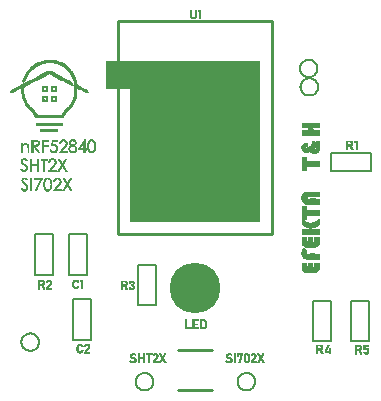
<source format=gbr>
G04 DipTrace 3.2.0.1*
G04 TopSilk.gbr*
%MOIN*%
G04 #@! TF.FileFunction,Legend,Top*
G04 #@! TF.Part,Single*
%ADD10C,0.009843*%
%ADD12C,0.003*%
%ADD13C,0.002625*%
%ADD14C,0.001969*%
%ADD20C,0.007874*%
%ADD21O,0.169275X0.168468*%
%FSLAX26Y26*%
G04*
G70*
G90*
G75*
G01*
G04 TopSilk*
%LPD*%
X-25571Y-183962D2*
D10*
X25571D1*
X-255883Y629921D2*
X255883D1*
Y-78704D1*
X-255883D1*
Y629921D1*
G36*
X-296483Y496097D2*
X-216128D1*
Y403137D1*
X-296483D1*
Y496097D1*
G37*
X-57088Y-598425D2*
D10*
X57088D1*
X-57088Y-464567D2*
X57088D1*
X-192013Y-181705D2*
D20*
X-131924D1*
Y-315806D1*
X-192013D1*
Y-181705D1*
X-407140Y-297014D2*
X-347051D1*
Y-431115D1*
X-407140D1*
Y-297014D1*
X520665Y-301444D2*
X580755D1*
Y-435545D1*
X520665D1*
Y-301444D1*
X392920Y-301248D2*
X453009D1*
Y-435349D1*
X392920D1*
Y-301248D1*
X452199Y191531D2*
X586301D1*
Y131442D1*
X452199D1*
Y191531D1*
G36*
X-217232Y496753D2*
X217219D1*
Y-39514D1*
X-217232D1*
Y496753D1*
G37*
X-534810Y-80280D2*
D20*
X-474720D1*
Y-214381D1*
X-534810D1*
Y-80280D1*
X-421959D2*
X-361870D1*
Y-214381D1*
X-421959D1*
Y-80280D1*
X348864Y473326D2*
X348935Y475334D1*
X349148Y477331D1*
X349503Y479310D1*
X349998Y481259D1*
X350629Y483169D1*
X351395Y485032D1*
X352291Y486837D1*
X353313Y488577D1*
X354455Y490242D1*
X355714Y491825D1*
X357081Y493318D1*
X358551Y494713D1*
X360117Y496004D1*
X361770Y497185D1*
X363503Y498249D1*
X365308Y499192D1*
X367175Y500009D1*
X369095Y500696D1*
X371060Y501250D1*
X373059Y501668D1*
X375083Y501947D1*
X377121Y502087D1*
X379165D1*
X381204Y501947D1*
X383227Y501668D1*
X385226Y501250D1*
X387191Y500696D1*
X389111Y500009D1*
X390978Y499192D1*
X392783Y498249D1*
X394516Y497185D1*
X396169Y496004D1*
X397735Y494713D1*
X399205Y493318D1*
X400572Y491825D1*
X401831Y490242D1*
X402973Y488577D1*
X403995Y486837D1*
X404891Y485032D1*
X405657Y483169D1*
X406288Y481259D1*
X406783Y479310D1*
X407138Y477331D1*
X407351Y475334D1*
X407423Y473326D1*
X407351Y471319D1*
X407138Y469321D1*
X406783Y467343D1*
X406288Y465394D1*
X405657Y463483D1*
X404891Y461621D1*
X403995Y459815D1*
X402973Y458076D1*
X401831Y456410D1*
X400572Y454827D1*
X399205Y453335D1*
X397735Y451939D1*
X396169Y450648D1*
X394516Y449467D1*
X392783Y448403D1*
X390978Y447460D1*
X389111Y446643D1*
X387191Y445956D1*
X385226Y445402D1*
X383227Y444984D1*
X381204Y444705D1*
X379165Y444565D1*
X377121D1*
X375083Y444705D1*
X373059Y444984D1*
X371060Y445402D1*
X369095Y445956D1*
X367175Y446643D1*
X365308Y447460D1*
X363503Y448403D1*
X361770Y449467D1*
X360117Y450648D1*
X358551Y451939D1*
X357081Y453335D1*
X355714Y454827D1*
X354455Y456410D1*
X353313Y458076D1*
X352291Y459815D1*
X351395Y461621D1*
X350629Y463483D1*
X349998Y465394D1*
X349503Y467343D1*
X349148Y469321D1*
X348935Y471319D1*
X348864Y473326D1*
X350866Y411764D2*
X350937Y413772D1*
X351151Y415770D1*
X351506Y417748D1*
X352000Y419697D1*
X352632Y421607D1*
X353397Y423470D1*
X354293Y425275D1*
X355315Y427015D1*
X356458Y428680D1*
X357716Y430263D1*
X359084Y431756D1*
X360554Y433151D1*
X362119Y434442D1*
X363773Y435623D1*
X365506Y436688D1*
X367310Y437631D1*
X369177Y438448D1*
X371098Y439135D1*
X373062Y439688D1*
X375061Y440106D1*
X377085Y440386D1*
X379124Y440526D1*
X381168D1*
X383206Y440386D1*
X385230Y440106D1*
X387229Y439688D1*
X389194Y439135D1*
X391114Y438448D1*
X392981Y437631D1*
X394785Y436688D1*
X396519Y435623D1*
X398172Y434442D1*
X399737Y433151D1*
X401208Y431756D1*
X402575Y430263D1*
X403833Y428680D1*
X404976Y427015D1*
X405998Y425275D1*
X406894Y423470D1*
X407659Y421607D1*
X408291Y419697D1*
X408785Y417748D1*
X409140Y415770D1*
X409354Y413772D1*
X409425Y411764D1*
X409354Y409757D1*
X409140Y407759D1*
X408785Y405781D1*
X408291Y403832D1*
X407659Y401921D1*
X406894Y400059D1*
X405998Y398254D1*
X404976Y396514D1*
X403833Y394849D1*
X402575Y393266D1*
X401208Y391773D1*
X399737Y390378D1*
X398172Y389086D1*
X396519Y387906D1*
X394785Y386841D1*
X392981Y385898D1*
X391114Y385081D1*
X389194Y384394D1*
X387229Y383840D1*
X385230Y383423D1*
X383206Y383143D1*
X381168Y383003D1*
X379124D1*
X377085Y383143D1*
X375061Y383423D1*
X373062Y383840D1*
X371098Y384394D1*
X369177Y385081D1*
X367310Y385898D1*
X365506Y386841D1*
X363773Y387906D1*
X362119Y389086D1*
X360554Y390378D1*
X359084Y391773D1*
X357716Y393266D1*
X356458Y394849D1*
X355315Y396514D1*
X354293Y398254D1*
X353397Y400059D1*
X352632Y401921D1*
X352000Y403832D1*
X351506Y405781D1*
X351151Y407759D1*
X350937Y409757D1*
X350866Y411764D1*
X-579587Y-438942D2*
X-579515Y-436934D1*
X-579302Y-434936D1*
X-578947Y-432958D1*
X-578452Y-431009D1*
X-577821Y-429099D1*
X-577055Y-427236D1*
X-576159Y-425431D1*
X-575138Y-423691D1*
X-573995Y-422026D1*
X-572737Y-420443D1*
X-571369Y-418950D1*
X-569899Y-417555D1*
X-568333Y-416264D1*
X-566680Y-415083D1*
X-564947Y-414018D1*
X-563142Y-413075D1*
X-561275Y-412258D1*
X-559355Y-411571D1*
X-557390Y-411018D1*
X-555391Y-410600D1*
X-553368Y-410320D1*
X-551329Y-410180D1*
X-549285D1*
X-547247Y-410320D1*
X-545223Y-410600D1*
X-543224Y-411018D1*
X-541259Y-411571D1*
X-539339Y-412258D1*
X-537472Y-413075D1*
X-535667Y-414018D1*
X-533934Y-415083D1*
X-532281Y-416264D1*
X-530715Y-417555D1*
X-529245Y-418950D1*
X-527878Y-420443D1*
X-526619Y-422026D1*
X-525477Y-423691D1*
X-524455Y-425431D1*
X-523559Y-427236D1*
X-522793Y-429099D1*
X-522162Y-431009D1*
X-521667Y-432958D1*
X-521313Y-434936D1*
X-521099Y-436934D1*
X-521028Y-438942D1*
X-521099Y-440949D1*
X-521313Y-442947D1*
X-521667Y-444925D1*
X-522162Y-446874D1*
X-522793Y-448785D1*
X-523559Y-450647D1*
X-524455Y-452452D1*
X-525477Y-454192D1*
X-526619Y-455857D1*
X-527878Y-457440D1*
X-529245Y-458933D1*
X-530715Y-460328D1*
X-532281Y-461620D1*
X-533934Y-462800D1*
X-535667Y-463865D1*
X-537472Y-464808D1*
X-539339Y-465625D1*
X-541259Y-466312D1*
X-543224Y-466866D1*
X-545223Y-467283D1*
X-547247Y-467563D1*
X-549285Y-467703D1*
X-551329D1*
X-553368Y-467563D1*
X-555391Y-467283D1*
X-557390Y-466866D1*
X-559355Y-466312D1*
X-561275Y-465625D1*
X-563142Y-464808D1*
X-564947Y-463865D1*
X-566680Y-462800D1*
X-568333Y-461620D1*
X-569899Y-460328D1*
X-571369Y-458933D1*
X-572737Y-457440D1*
X-573995Y-455857D1*
X-575138Y-454192D1*
X-576159Y-452452D1*
X-577055Y-450647D1*
X-577821Y-448785D1*
X-578452Y-446874D1*
X-578947Y-444925D1*
X-579302Y-442947D1*
X-579515Y-440949D1*
X-579587Y-438942D1*
X141121Y-570707D2*
X141192Y-568699D1*
X141406Y-566701D1*
X141761Y-564723D1*
X142255Y-562774D1*
X142887Y-560864D1*
X143652Y-559001D1*
X144548Y-557196D1*
X145570Y-555456D1*
X146713Y-553791D1*
X147971Y-552208D1*
X149338Y-550715D1*
X150808Y-549320D1*
X152374Y-548029D1*
X154027Y-546848D1*
X155760Y-545783D1*
X157565Y-544840D1*
X159432Y-544023D1*
X161352Y-543336D1*
X163317Y-542783D1*
X165316Y-542365D1*
X167340Y-542085D1*
X169378Y-541945D1*
X171422D1*
X173461Y-542085D1*
X175485Y-542365D1*
X177484Y-542783D1*
X179448Y-543336D1*
X181369Y-544023D1*
X183236Y-544840D1*
X185040Y-545783D1*
X186773Y-546848D1*
X188427Y-548029D1*
X189992Y-549320D1*
X191462Y-550715D1*
X192830Y-552208D1*
X194088Y-553791D1*
X195231Y-555456D1*
X196253Y-557196D1*
X197148Y-559001D1*
X197914Y-560864D1*
X198546Y-562774D1*
X199040Y-564723D1*
X199395Y-566701D1*
X199608Y-568699D1*
X199680Y-570707D1*
X199608Y-572714D1*
X199395Y-574712D1*
X199040Y-576690D1*
X198546Y-578639D1*
X197914Y-580550D1*
X197148Y-582412D1*
X196253Y-584218D1*
X195231Y-585957D1*
X194088Y-587622D1*
X192830Y-589205D1*
X191462Y-590698D1*
X189992Y-592094D1*
X188427Y-593385D1*
X186773Y-594565D1*
X185040Y-595630D1*
X183236Y-596573D1*
X181369Y-597390D1*
X179448Y-598077D1*
X177484Y-598631D1*
X175485Y-599048D1*
X173461Y-599328D1*
X171422Y-599468D1*
X169378D1*
X167340Y-599328D1*
X165316Y-599048D1*
X163317Y-598631D1*
X161352Y-598077D1*
X159432Y-597390D1*
X157565Y-596573D1*
X155760Y-595630D1*
X154027Y-594565D1*
X152374Y-593385D1*
X150808Y-592094D1*
X149338Y-590698D1*
X147971Y-589205D1*
X146713Y-587622D1*
X145570Y-585957D1*
X144548Y-584218D1*
X143652Y-582412D1*
X142887Y-580550D1*
X142255Y-578639D1*
X141761Y-576690D1*
X141406Y-574712D1*
X141192Y-572714D1*
X141121Y-570707D1*
X-198125Y-571010D2*
X-198053Y-569002D1*
X-197840Y-567005D1*
X-197485Y-565026D1*
X-196990Y-563077D1*
X-196359Y-561167D1*
X-195593Y-559304D1*
X-194697Y-557499D1*
X-193676Y-555759D1*
X-192533Y-554094D1*
X-191275Y-552511D1*
X-189907Y-551018D1*
X-188437Y-549623D1*
X-186871Y-548332D1*
X-185218Y-547151D1*
X-183485Y-546087D1*
X-181680Y-545144D1*
X-179813Y-544327D1*
X-177893Y-543640D1*
X-175929Y-543086D1*
X-173929Y-542668D1*
X-171906Y-542389D1*
X-169867Y-542249D1*
X-167823D1*
X-165785Y-542389D1*
X-163761Y-542668D1*
X-161762Y-543086D1*
X-159797Y-543640D1*
X-157877Y-544327D1*
X-156010Y-545144D1*
X-154205Y-546087D1*
X-152472Y-547151D1*
X-150819Y-548332D1*
X-149253Y-549623D1*
X-147783Y-551018D1*
X-146416Y-552511D1*
X-145158Y-554094D1*
X-144015Y-555759D1*
X-142993Y-557499D1*
X-142097Y-559304D1*
X-141331Y-561167D1*
X-140700Y-563077D1*
X-140205Y-565026D1*
X-139851Y-567005D1*
X-139637Y-569002D1*
X-139566Y-571010D1*
X-139637Y-573017D1*
X-139851Y-575015D1*
X-140205Y-576993D1*
X-140700Y-578942D1*
X-141331Y-580853D1*
X-142097Y-582715D1*
X-142993Y-584521D1*
X-144015Y-586260D1*
X-145158Y-587926D1*
X-146416Y-589509D1*
X-147783Y-591001D1*
X-149253Y-592397D1*
X-150819Y-593688D1*
X-152472Y-594869D1*
X-154205Y-595933D1*
X-156010Y-596876D1*
X-157877Y-597693D1*
X-159797Y-598380D1*
X-161762Y-598934D1*
X-163761Y-599351D1*
X-165785Y-599631D1*
X-167823Y-599771D1*
X-169867D1*
X-171906Y-599631D1*
X-173929Y-599351D1*
X-175929Y-598934D1*
X-177893Y-598380D1*
X-179813Y-597693D1*
X-181680Y-596876D1*
X-183485Y-595933D1*
X-185218Y-594869D1*
X-186871Y-593688D1*
X-188437Y-592397D1*
X-189907Y-591001D1*
X-191275Y-589509D1*
X-192533Y-587926D1*
X-193676Y-586260D1*
X-194697Y-584521D1*
X-195593Y-582715D1*
X-196359Y-580853D1*
X-196990Y-578942D1*
X-197485Y-576993D1*
X-197840Y-575015D1*
X-198053Y-573017D1*
X-198125Y-571010D1*
D21*
X-344Y-258525D3*
X-388514Y-445219D2*
D14*
X-382609D1*
X-364892D2*
X-358003D1*
X-390404Y-446203D2*
X-380871D1*
X-366293D2*
X-356720D1*
X-391919Y-447188D2*
X-379438D1*
X-367430D2*
X-355732D1*
X-393060Y-448172D2*
X-378363D1*
X-368283D2*
X-354988D1*
X-393897Y-449156D2*
X-387333D1*
X-383790D2*
X-377510D1*
X-368915D2*
X-363562D1*
X-360206D2*
X-354387D1*
X-394516Y-450140D2*
X-388858D1*
X-382268D2*
X-376792D1*
X-369356D2*
X-364873D1*
X-358811D2*
X-353889D1*
X-394952Y-451125D2*
X-390043D1*
X-381105D2*
X-376268D1*
X-369625D2*
X-365914D1*
X-357738D2*
X-353543D1*
X-395235Y-452109D2*
X-390913D1*
X-380290D2*
X-375946D1*
X-369814D2*
X-366861D1*
X-357316D2*
X-353352D1*
X-395482Y-453093D2*
X-391550D1*
X-379656D2*
X-375719D1*
X-357311D2*
X-353545D1*
X-395770Y-454077D2*
X-391990D1*
X-357508D2*
X-353798D1*
X-396044Y-455062D2*
X-392242D1*
X-357858D2*
X-354083D1*
X-396223Y-456046D2*
X-392364D1*
X-358291D2*
X-354442D1*
X-396318Y-457030D2*
X-392418D1*
X-358794D2*
X-354894D1*
X-396360Y-458014D2*
X-392439D1*
X-359401D2*
X-355447D1*
X-396378Y-458999D2*
X-392447D1*
X-360127D2*
X-356071D1*
X-396385Y-459983D2*
X-392450D1*
X-360873D2*
X-356703D1*
X-396387Y-460967D2*
X-392451D1*
X-361572D2*
X-357380D1*
X-396384Y-461951D2*
X-392451D1*
X-362284D2*
X-358137D1*
X-396350Y-462936D2*
X-392448D1*
X-363085D2*
X-358897D1*
X-396225Y-463920D2*
X-392413D1*
X-363940D2*
X-359601D1*
X-395989Y-464904D2*
X-392284D1*
X-364757D2*
X-360310D1*
X-395733Y-465888D2*
X-392010D1*
X-365488D2*
X-361081D1*
X-395526Y-466873D2*
X-391589D1*
X-379656D2*
X-375719D1*
X-366209D2*
X-361846D1*
X-395306Y-467857D2*
X-390968D1*
X-380239D2*
X-375909D1*
X-366984D2*
X-362552D1*
X-394990Y-468841D2*
X-390146D1*
X-381015D2*
X-376283D1*
X-367747D2*
X-363267D1*
X-394556Y-469825D2*
X-388280D1*
X-382860D2*
X-376816D1*
X-368415D2*
X-364072D1*
X-393971Y-470810D2*
X-385674D1*
X-385456D2*
X-377443D1*
X-368966D2*
X-364957D1*
X-393150Y-471794D2*
X-378269D1*
X-369372D2*
X-353081D1*
X-391980Y-472778D2*
X-379450D1*
X-369612D2*
X-353081D1*
X-390376Y-473762D2*
X-380956D1*
X-369736D2*
X-353081D1*
X-388514Y-474747D2*
X-382609D1*
X-369814D2*
X-353081D1*
X-402134Y-230585D2*
X-396228D1*
X-380480D2*
X-376543D1*
X-404023Y-231570D2*
X-394491D1*
X-381878D2*
X-376543D1*
X-405538Y-232554D2*
X-393057D1*
X-382980D2*
X-376543D1*
X-406679Y-233538D2*
X-391983D1*
X-383832D2*
X-376543D1*
X-407516Y-234522D2*
X-400952D1*
X-397410D2*
X-391130D1*
X-384135D2*
X-376543D1*
X-408135Y-235507D2*
X-402478D1*
X-395887D2*
X-390412D1*
X-384307D2*
X-381465D1*
X-379496D2*
X-376543D1*
X-408572Y-236491D2*
X-403662D1*
X-394725D2*
X-389887D1*
X-384417D2*
X-383433D1*
X-379496D2*
X-376543D1*
X-408854Y-237475D2*
X-404532D1*
X-393909D2*
X-389565D1*
X-379496D2*
X-376543D1*
X-409101Y-238459D2*
X-405169D1*
X-393276D2*
X-389339D1*
X-379496D2*
X-376543D1*
X-409390Y-239444D2*
X-405610D1*
X-379496D2*
X-376543D1*
X-409663Y-240428D2*
X-405861D1*
X-379496D2*
X-376543D1*
X-409843Y-241412D2*
X-405984D1*
X-379496D2*
X-376543D1*
X-409937Y-242396D2*
X-406037D1*
X-379496D2*
X-376543D1*
X-409980Y-243381D2*
X-406058D1*
X-379496D2*
X-376543D1*
X-409997Y-244365D2*
X-406066D1*
X-379496D2*
X-376543D1*
X-410004Y-245349D2*
X-406069D1*
X-379496D2*
X-376543D1*
X-410007Y-246333D2*
X-406070D1*
X-379496D2*
X-376543D1*
X-410004Y-247318D2*
X-406071D1*
X-379496D2*
X-376543D1*
X-409969Y-248302D2*
X-406067D1*
X-379496D2*
X-376543D1*
X-409844Y-249286D2*
X-406032D1*
X-379496D2*
X-376543D1*
X-409608Y-250270D2*
X-405903D1*
X-379496D2*
X-376543D1*
X-409352Y-251255D2*
X-405629D1*
X-379496D2*
X-376543D1*
X-409146Y-252239D2*
X-405209D1*
X-393276D2*
X-389339D1*
X-379496D2*
X-376543D1*
X-408925Y-253223D2*
X-404588D1*
X-393858D2*
X-389528D1*
X-379496D2*
X-376543D1*
X-408609Y-254207D2*
X-403765D1*
X-394634D2*
X-389902D1*
X-379496D2*
X-376543D1*
X-408176Y-255192D2*
X-401900D1*
X-396480D2*
X-390435D1*
X-379496D2*
X-376543D1*
X-407590Y-256176D2*
X-399294D1*
X-399075D2*
X-391062D1*
X-379496D2*
X-376543D1*
X-406770Y-257160D2*
X-391889D1*
X-379496D2*
X-376543D1*
X-405599Y-258144D2*
X-393069D1*
X-379496D2*
X-376543D1*
X-403996Y-259129D2*
X-394576D1*
X-379496D2*
X-376543D1*
X-402134Y-260113D2*
X-396228D1*
X-379496D2*
X-376543D1*
X-34164Y-363524D2*
X-30227D1*
X-9557D2*
X9143D1*
X16033D2*
X29813D1*
X-34164Y-364508D2*
X-30227D1*
X-9557D2*
X9143D1*
X16033D2*
X31550D1*
X-34164Y-365493D2*
X-30227D1*
X-9557D2*
X9143D1*
X16033D2*
X32980D1*
X-34164Y-366477D2*
X-30227D1*
X-9557D2*
X9143D1*
X16033D2*
X34024D1*
X-34164Y-367461D2*
X-30227D1*
X-9557D2*
X-5620D1*
X16033D2*
X19970D1*
X28631D2*
X34786D1*
X-34164Y-368445D2*
X-30227D1*
X-9557D2*
X-5620D1*
X16033D2*
X19970D1*
X30153D2*
X35394D1*
X-34164Y-369430D2*
X-30227D1*
X-9557D2*
X-5620D1*
X16033D2*
X19970D1*
X31303D2*
X35898D1*
X-34164Y-370414D2*
X-30227D1*
X-9557D2*
X-5620D1*
X16033D2*
X19970D1*
X32176D2*
X36279D1*
X-34164Y-371398D2*
X-30227D1*
X-9557D2*
X-5620D1*
X16033D2*
X19970D1*
X32481D2*
X36507D1*
X-34164Y-372382D2*
X-30227D1*
X-9557D2*
X-5620D1*
X16033D2*
X19970D1*
X32645D2*
X36620D1*
X-34164Y-373367D2*
X-30227D1*
X-9557D2*
X-5620D1*
X16033D2*
X19970D1*
X32718D2*
X36670D1*
X-34164Y-374351D2*
X-30227D1*
X-9557D2*
X-5620D1*
X16033D2*
X19970D1*
X32748D2*
X36691D1*
X-34164Y-375335D2*
X-30227D1*
X-9557D2*
X-5620D1*
X16033D2*
X19970D1*
X32759D2*
X36698D1*
X-34164Y-376319D2*
X-30227D1*
X-9557D2*
X-5620D1*
X16033D2*
X19970D1*
X32763D2*
X36701D1*
X-34164Y-377304D2*
X-30227D1*
X-9557D2*
X7175D1*
X16033D2*
X19970D1*
X32765D2*
X36702D1*
X-34164Y-378288D2*
X-30227D1*
X-9557D2*
X7175D1*
X16033D2*
X19970D1*
X32765D2*
X36702D1*
X-34164Y-379272D2*
X-30227D1*
X-9557D2*
X7175D1*
X16033D2*
X19970D1*
X32765D2*
X36702D1*
X-34164Y-380256D2*
X-30227D1*
X-9557D2*
X7175D1*
X16033D2*
X19970D1*
X32765D2*
X36703D1*
X-34164Y-381241D2*
X-30227D1*
X-9557D2*
X-5620D1*
X16033D2*
X19970D1*
X32766D2*
X36703D1*
X-34164Y-382225D2*
X-30227D1*
X-9557D2*
X-5620D1*
X16033D2*
X19970D1*
X32766D2*
X36703D1*
X-34164Y-383209D2*
X-30227D1*
X-9557D2*
X-5620D1*
X16033D2*
X19970D1*
X32762D2*
X36699D1*
X-34164Y-384193D2*
X-30227D1*
X-9557D2*
X-5620D1*
X16033D2*
X19970D1*
X32723D2*
X36664D1*
X-34164Y-385178D2*
X-30227D1*
X-9557D2*
X-5620D1*
X16033D2*
X19970D1*
X32556D2*
X36535D1*
X-34164Y-386162D2*
X-30227D1*
X-9557D2*
X-5620D1*
X16033D2*
X19970D1*
X32237D2*
X36264D1*
X-34164Y-387146D2*
X-30227D1*
X-9557D2*
X-5620D1*
X16033D2*
X19970D1*
X31317D2*
X35883D1*
X-34164Y-388130D2*
X-30227D1*
X-9557D2*
X-5620D1*
X16033D2*
X19970D1*
X28621D2*
X35433D1*
X-34164Y-389115D2*
X-30227D1*
X-9557D2*
X-5620D1*
X16033D2*
X19970D1*
X24323D2*
X34887D1*
X-34164Y-390099D2*
X-15463D1*
X-9557D2*
X9143D1*
X16033D2*
X34111D1*
X-34164Y-391083D2*
X-15463D1*
X-9557D2*
X9143D1*
X16033D2*
X32955D1*
X-34164Y-392067D2*
X-15463D1*
X-9557D2*
X9143D1*
X16033D2*
X31459D1*
X-34164Y-393052D2*
X-15463D1*
X-9557D2*
X9143D1*
X16033D2*
X29813D1*
X503172Y232749D2*
X517936D1*
X533684D2*
X537621D1*
X503172Y231765D2*
X519370D1*
X532286D2*
X537621D1*
X503172Y230781D2*
X520599D1*
X531184D2*
X537621D1*
X503172Y229797D2*
X521566D1*
X530332D2*
X537621D1*
X503172Y228812D2*
X507109D1*
X516602D2*
X522249D1*
X530029D2*
X537621D1*
X503172Y227828D2*
X507109D1*
X517879D2*
X522732D1*
X529857D2*
X532699D1*
X534668D2*
X537621D1*
X503172Y226844D2*
X507109D1*
X518775D2*
X523138D1*
X529747D2*
X530731D1*
X534668D2*
X537621D1*
X503172Y225860D2*
X507109D1*
X519445D2*
X523460D1*
X534668D2*
X537621D1*
X503172Y224875D2*
X507109D1*
X519644D2*
X523626D1*
X534668D2*
X537621D1*
X503172Y223891D2*
X507109D1*
X519718D2*
X523602D1*
X534668D2*
X537621D1*
X503172Y222907D2*
X507109D1*
X519472D2*
X523408D1*
X534668D2*
X537621D1*
X503172Y221923D2*
X507109D1*
X518812D2*
X523136D1*
X534668D2*
X537621D1*
X503172Y220938D2*
X507109D1*
X516219D2*
X522808D1*
X534668D2*
X537621D1*
X503172Y219954D2*
X507109D1*
X511772D2*
X522315D1*
X534668D2*
X537621D1*
X503172Y218970D2*
X521592D1*
X534668D2*
X537621D1*
X503172Y217986D2*
X520668D1*
X534668D2*
X537621D1*
X503172Y217001D2*
X519709D1*
X534668D2*
X537621D1*
X503172Y216017D2*
X518867D1*
X534668D2*
X537621D1*
X503172Y215033D2*
X507109D1*
X513843D2*
X518664D1*
X534668D2*
X537621D1*
X503172Y214049D2*
X507109D1*
X514548D2*
X518935D1*
X534668D2*
X537621D1*
X503172Y213064D2*
X507109D1*
X515149D2*
X519388D1*
X534668D2*
X537621D1*
X503172Y212080D2*
X507109D1*
X515690D2*
X519964D1*
X534668D2*
X537621D1*
X503172Y211096D2*
X507109D1*
X516201D2*
X520544D1*
X534668D2*
X537621D1*
X503172Y210112D2*
X507109D1*
X516702D2*
X521089D1*
X534668D2*
X537621D1*
X503172Y209127D2*
X507109D1*
X517196D2*
X521609D1*
X534668D2*
X537621D1*
X503172Y208143D2*
X507109D1*
X517690D2*
X522111D1*
X534668D2*
X537621D1*
X503172Y207159D2*
X507109D1*
X518181D2*
X522609D1*
X534668D2*
X537621D1*
X503172Y206175D2*
X507109D1*
X518671D2*
X523105D1*
X534668D2*
X537621D1*
X503172Y205190D2*
X507109D1*
X519137D2*
X523624D1*
X534668D2*
X537621D1*
X503172Y204206D2*
X507109D1*
X519547D2*
X524198D1*
X534668D2*
X537621D1*
X503172Y203222D2*
X507109D1*
X519904D2*
X524825D1*
X534668D2*
X537621D1*
X-248247Y-234029D2*
X-233483D1*
X-215766D2*
X-209861D1*
X-248247Y-235013D2*
X-232048D1*
X-217168D2*
X-208426D1*
X-248247Y-235997D2*
X-230820D1*
X-218304D2*
X-207198D1*
X-248247Y-236982D2*
X-229852D1*
X-219157D2*
X-206234D1*
X-248247Y-237966D2*
X-244310D1*
X-234817D2*
X-229170D1*
X-219789D2*
X-214782D1*
X-211195D2*
X-205478D1*
X-248247Y-238950D2*
X-244310D1*
X-233539D2*
X-228686D1*
X-220230D2*
X-215766D1*
X-209917D2*
X-205201D1*
X-248247Y-239934D2*
X-244310D1*
X-232644D2*
X-228280D1*
X-220499D2*
X-216751D1*
X-209026D2*
X-205051D1*
X-248247Y-240919D2*
X-244310D1*
X-231973D2*
X-227959D1*
X-220688D2*
X-217735D1*
X-208366D2*
X-204987D1*
X-248247Y-241903D2*
X-244310D1*
X-231775D2*
X-227793D1*
X-208194D2*
X-204994D1*
X-248247Y-242887D2*
X-244310D1*
X-231701D2*
X-227816D1*
X-208452D2*
X-205113D1*
X-248247Y-243871D2*
X-244310D1*
X-231947D2*
X-228010D1*
X-208877D2*
X-205387D1*
X-248247Y-244856D2*
X-244310D1*
X-232607D2*
X-228283D1*
X-209984D2*
X-205840D1*
X-248247Y-245840D2*
X-244310D1*
X-235199D2*
X-228611D1*
X-211306D2*
X-206560D1*
X-248247Y-246824D2*
X-244310D1*
X-239647D2*
X-229103D1*
X-212599D2*
X-207622D1*
X-248247Y-247808D2*
X-229827D1*
X-213241D2*
X-208877D1*
X-248247Y-248793D2*
X-230751D1*
X-213444D2*
X-207712D1*
X-248247Y-249777D2*
X-231709D1*
X-212091D2*
X-206713D1*
X-248247Y-250761D2*
X-232551D1*
X-210649D2*
X-205927D1*
X-248247Y-251745D2*
X-244310D1*
X-237576D2*
X-232755D1*
X-209456D2*
X-205292D1*
X-248247Y-252730D2*
X-244310D1*
X-236870D2*
X-232484D1*
X-208527D2*
X-204772D1*
X-248247Y-253714D2*
X-244310D1*
X-236270D2*
X-232030D1*
X-208199D2*
X-204383D1*
X-248247Y-254698D2*
X-244310D1*
X-235729D2*
X-231454D1*
X-208026D2*
X-204157D1*
X-248247Y-255682D2*
X-244310D1*
X-235217D2*
X-230874D1*
X-207989D2*
X-204077D1*
X-248247Y-256667D2*
X-244310D1*
X-234717D2*
X-230329D1*
X-221672D2*
X-217735D1*
X-208053D2*
X-204155D1*
X-248247Y-257651D2*
X-244310D1*
X-234223D2*
X-229810D1*
X-221294D2*
X-217087D1*
X-208590D2*
X-204405D1*
X-248247Y-258635D2*
X-244310D1*
X-233729D2*
X-229307D1*
X-220837D2*
X-215376D1*
X-210272D2*
X-204783D1*
X-248247Y-259619D2*
X-244310D1*
X-233237D2*
X-228810D1*
X-220246D2*
X-212863D1*
X-212772D2*
X-205265D1*
X-248247Y-260604D2*
X-244310D1*
X-232747D2*
X-228314D1*
X-219460D2*
X-205935D1*
X-248247Y-261588D2*
X-244310D1*
X-232282D2*
X-227795D1*
X-218441D2*
X-206941D1*
X-248247Y-262572D2*
X-244310D1*
X-231872D2*
X-227220D1*
X-217174D2*
X-208314D1*
X-248247Y-263556D2*
X-244310D1*
X-231514D2*
X-226593D1*
X-215766D2*
X-209861D1*
X403373Y-447591D2*
X418136D1*
X440774D2*
X444711D1*
X403373Y-448575D2*
X419571D1*
X440400D2*
X444337D1*
X403373Y-449559D2*
X420800D1*
X439977D2*
X443914D1*
X403373Y-450543D2*
X421767D1*
X439520D2*
X443457D1*
X403373Y-451528D2*
X407310D1*
X416803D2*
X422450D1*
X439046D2*
X442979D1*
X403373Y-452512D2*
X407310D1*
X418080D2*
X422933D1*
X438591D2*
X442494D1*
X403373Y-453496D2*
X407310D1*
X418975D2*
X423339D1*
X438195D2*
X442003D1*
X403373Y-454480D2*
X407310D1*
X419646D2*
X423661D1*
X437846D2*
X441512D1*
X403373Y-455465D2*
X407310D1*
X419845D2*
X423826D1*
X437464D2*
X441020D1*
X403373Y-456449D2*
X407310D1*
X419919D2*
X423803D1*
X437034D2*
X440529D1*
X403373Y-457433D2*
X407310D1*
X419672D2*
X423609D1*
X436572D2*
X440036D1*
X403373Y-458417D2*
X407310D1*
X419013D2*
X423337D1*
X436091D2*
X439544D1*
X403373Y-459402D2*
X407310D1*
X416420D2*
X423008D1*
X435605D2*
X439055D1*
X444711D2*
X447664D1*
X403373Y-460386D2*
X407310D1*
X411973D2*
X422516D1*
X435113D2*
X438595D1*
X444711D2*
X447664D1*
X403373Y-461370D2*
X421793D1*
X434623D2*
X438196D1*
X444711D2*
X447664D1*
X403373Y-462354D2*
X420869D1*
X434130D2*
X437846D1*
X444711D2*
X447664D1*
X403373Y-463339D2*
X419910D1*
X433639D2*
X437465D1*
X444711D2*
X447664D1*
X403373Y-464323D2*
X419068D1*
X433146D2*
X437034D1*
X444711D2*
X447664D1*
X403373Y-465307D2*
X407310D1*
X414044D2*
X418864D1*
X432655D2*
X436569D1*
X444711D2*
X447672D1*
X403373Y-466291D2*
X407310D1*
X414749D2*
X419136D1*
X432166D2*
X436063D1*
X444711D2*
X447741D1*
X403373Y-467276D2*
X407310D1*
X415349D2*
X419589D1*
X431709D2*
X435493D1*
X444711D2*
X447902D1*
X403373Y-468260D2*
X407310D1*
X415891D2*
X420165D1*
X431345D2*
X434869D1*
X444711D2*
X448441D1*
X403373Y-469244D2*
X407310D1*
X416402D2*
X420745D1*
X431124D2*
X448962D1*
X403373Y-470228D2*
X407310D1*
X416902D2*
X421290D1*
X431013D2*
X449310D1*
X403373Y-471213D2*
X407310D1*
X417396D2*
X421809D1*
X430961D2*
X449494D1*
X403373Y-472197D2*
X407310D1*
X417890D2*
X422312D1*
X430932D2*
X449581D1*
X403373Y-473181D2*
X407310D1*
X418382D2*
X422809D1*
X444711D2*
X447664D1*
X403373Y-474165D2*
X407310D1*
X418872D2*
X423306D1*
X444711D2*
X447664D1*
X403373Y-475150D2*
X407310D1*
X419338D2*
X423825D1*
X444711D2*
X447664D1*
X403373Y-476134D2*
X407310D1*
X419748D2*
X424399D1*
X444711D2*
X447664D1*
X403373Y-477118D2*
X407310D1*
X420105D2*
X425026D1*
X444711D2*
X447664D1*
X532310Y-448066D2*
X547073D1*
X560853D2*
X575617D1*
X532310Y-449050D2*
X548508D1*
X560853D2*
X575617D1*
X532310Y-450034D2*
X549737D1*
X560853D2*
X575617D1*
X532310Y-451018D2*
X550704D1*
X560853D2*
X575617D1*
X532310Y-452003D2*
X536247D1*
X545740D2*
X551387D1*
X560853D2*
X564790D1*
X532310Y-452987D2*
X536247D1*
X547017D2*
X551870D1*
X560853D2*
X564790D1*
X532310Y-453971D2*
X536247D1*
X547912D2*
X552276D1*
X560853D2*
X564790D1*
X532310Y-454955D2*
X536247D1*
X548583D2*
X552598D1*
X560853D2*
X564794D1*
X532310Y-455940D2*
X536247D1*
X548782D2*
X552763D1*
X560853D2*
X564831D1*
X532310Y-456924D2*
X536247D1*
X548856D2*
X552740D1*
X560853D2*
X564983D1*
X532310Y-457908D2*
X536247D1*
X548609D2*
X552546D1*
X560853D2*
X565320D1*
X566759D2*
X571680D1*
X532310Y-458892D2*
X536247D1*
X547950D2*
X552274D1*
X560853D2*
X573081D1*
X532310Y-459877D2*
X536247D1*
X545357D2*
X551945D1*
X560853D2*
X574218D1*
X532310Y-460861D2*
X536247D1*
X540910D2*
X551453D1*
X560853D2*
X575071D1*
X532310Y-461845D2*
X550730D1*
X560853D2*
X566939D1*
X570658D2*
X575702D1*
X532310Y-462829D2*
X549806D1*
X560853D2*
X565316D1*
X571512D2*
X576141D1*
X532310Y-463814D2*
X548847D1*
X560853D2*
X563806D1*
X572222D2*
X576392D1*
X532310Y-464798D2*
X548005D1*
X572790D2*
X576514D1*
X532310Y-465782D2*
X536247D1*
X542981D2*
X547801D1*
X573203D2*
X576567D1*
X532310Y-466766D2*
X536247D1*
X543686D2*
X548073D1*
X573440D2*
X576589D1*
X532310Y-467751D2*
X536247D1*
X544286D2*
X548526D1*
X573525D2*
X576597D1*
X532310Y-468735D2*
X536247D1*
X544828D2*
X549102D1*
X573447D2*
X576600D1*
X532310Y-469719D2*
X536247D1*
X545339D2*
X549682D1*
X573194D2*
X576597D1*
X532310Y-470703D2*
X536247D1*
X545839D2*
X550227D1*
X560853D2*
X563806D1*
X572774D2*
X576562D1*
X532310Y-471688D2*
X536247D1*
X546333D2*
X550746D1*
X561009D2*
X564454D1*
X572234D2*
X576433D1*
X532310Y-472672D2*
X536247D1*
X546827D2*
X551249D1*
X561291D2*
X566165D1*
X570931D2*
X576159D1*
X532310Y-473656D2*
X536247D1*
X547319D2*
X551746D1*
X561714D2*
X568678D1*
X569036D2*
X575739D1*
X532310Y-474640D2*
X536247D1*
X547809D2*
X552243D1*
X562323D2*
X575130D1*
X532310Y-475625D2*
X536247D1*
X548275D2*
X552762D1*
X563218D2*
X574236D1*
X532310Y-476609D2*
X536247D1*
X548685D2*
X553336D1*
X564414D2*
X573040D1*
X532310Y-477593D2*
X536247D1*
X549042D2*
X553963D1*
X565774D2*
X571680D1*
X-524360Y-231265D2*
X-509596D1*
X-491879D2*
X-484990D1*
X-524360Y-232249D2*
X-508161D1*
X-493280D2*
X-483707D1*
X-524360Y-233234D2*
X-506933D1*
X-494417D2*
X-482719D1*
X-524360Y-234218D2*
X-505965D1*
X-495270D2*
X-481975D1*
X-524360Y-235202D2*
X-520423D1*
X-510929D2*
X-505283D1*
X-495902D2*
X-490549D1*
X-487193D2*
X-481374D1*
X-524360Y-236186D2*
X-520423D1*
X-509652D2*
X-504799D1*
X-496343D2*
X-491860D1*
X-485797D2*
X-480876D1*
X-524360Y-237171D2*
X-520423D1*
X-508757D2*
X-504393D1*
X-496612D2*
X-492901D1*
X-484724D2*
X-480530D1*
X-524360Y-238155D2*
X-520423D1*
X-508086D2*
X-504072D1*
X-496801D2*
X-493848D1*
X-484303D2*
X-480339D1*
X-524360Y-239139D2*
X-520423D1*
X-507888D2*
X-503906D1*
X-484298D2*
X-480532D1*
X-524360Y-240123D2*
X-520423D1*
X-507813D2*
X-503929D1*
X-484495D2*
X-480785D1*
X-524360Y-241108D2*
X-520423D1*
X-508060D2*
X-504123D1*
X-484844D2*
X-481070D1*
X-524360Y-242092D2*
X-520423D1*
X-508720D2*
X-504396D1*
X-485278D2*
X-481429D1*
X-524360Y-243076D2*
X-520423D1*
X-511312D2*
X-504724D1*
X-485781D2*
X-481881D1*
X-524360Y-244060D2*
X-520423D1*
X-515760D2*
X-505216D1*
X-486388D2*
X-482434D1*
X-524360Y-245045D2*
X-505940D1*
X-487114D2*
X-483058D1*
X-524360Y-246029D2*
X-506863D1*
X-487860D2*
X-483690D1*
X-524360Y-247013D2*
X-507822D1*
X-488559D2*
X-484366D1*
X-524360Y-247997D2*
X-508664D1*
X-489271D2*
X-485124D1*
X-524360Y-248982D2*
X-520423D1*
X-513689D2*
X-508868D1*
X-490072D2*
X-485883D1*
X-524360Y-249966D2*
X-520423D1*
X-512983D2*
X-508597D1*
X-490927D2*
X-486587D1*
X-524360Y-250950D2*
X-520423D1*
X-512383D2*
X-508143D1*
X-491743D2*
X-487297D1*
X-524360Y-251934D2*
X-520423D1*
X-511841D2*
X-507567D1*
X-492474D2*
X-488068D1*
X-524360Y-252919D2*
X-520423D1*
X-511330D2*
X-506987D1*
X-493196D2*
X-488833D1*
X-524360Y-253903D2*
X-520423D1*
X-510830D2*
X-506442D1*
X-493971D2*
X-489539D1*
X-524360Y-254887D2*
X-520423D1*
X-510336D2*
X-505923D1*
X-494734D2*
X-490253D1*
X-524360Y-255871D2*
X-520423D1*
X-509842D2*
X-505420D1*
X-495402D2*
X-491059D1*
X-524360Y-256856D2*
X-520423D1*
X-509350D2*
X-504923D1*
X-495953D2*
X-491944D1*
X-524360Y-257840D2*
X-520423D1*
X-508860D2*
X-504427D1*
X-496359D2*
X-480068D1*
X-524360Y-258824D2*
X-520423D1*
X-508394D2*
X-503908D1*
X-496598D2*
X-480068D1*
X-524360Y-259808D2*
X-520423D1*
X-507985D2*
X-503333D1*
X-496722D2*
X-480068D1*
X-524360Y-260793D2*
X-520423D1*
X-507627D2*
X-502706D1*
X-496801D2*
X-480068D1*
X-17717Y669291D2*
X-14764D1*
X-984D2*
X2953D1*
X12795D2*
X16732D1*
X-17717Y668307D2*
X-14764D1*
X-984D2*
X2953D1*
X11398D2*
X16732D1*
X-17717Y667323D2*
X-14764D1*
X-984D2*
X2953D1*
X10296D2*
X16732D1*
X-17717Y666339D2*
X-14764D1*
X-984D2*
X2953D1*
X9444D2*
X16732D1*
X-17717Y665354D2*
X-14764D1*
X-984D2*
X2953D1*
X9140D2*
X16732D1*
X-17717Y664370D2*
X-14764D1*
X-984D2*
X2953D1*
X8969D2*
X11811D1*
X13780D2*
X16732D1*
X-17717Y663386D2*
X-14764D1*
X-984D2*
X2953D1*
X8858D2*
X9843D1*
X13780D2*
X16732D1*
X-17717Y662402D2*
X-14764D1*
X-984D2*
X2953D1*
X13780D2*
X16732D1*
X-17717Y661417D2*
X-14764D1*
X-984D2*
X2953D1*
X13780D2*
X16732D1*
X-17717Y660433D2*
X-14764D1*
X-984D2*
X2953D1*
X13780D2*
X16732D1*
X-17717Y659449D2*
X-14764D1*
X-984D2*
X2953D1*
X13780D2*
X16732D1*
X-17717Y658465D2*
X-14764D1*
X-984D2*
X2953D1*
X13780D2*
X16732D1*
X-17717Y657480D2*
X-14764D1*
X-984D2*
X2953D1*
X13780D2*
X16732D1*
X-17717Y656496D2*
X-14764D1*
X-984D2*
X2953D1*
X13780D2*
X16732D1*
X-17717Y655512D2*
X-14764D1*
X-984D2*
X2953D1*
X13780D2*
X16732D1*
X-17717Y654528D2*
X-14764D1*
X-984D2*
X2953D1*
X13780D2*
X16732D1*
X-17717Y653543D2*
X-14764D1*
X-984D2*
X2953D1*
X13780D2*
X16732D1*
X-17717Y652559D2*
X-14764D1*
X-984D2*
X2953D1*
X13780D2*
X16732D1*
X-17717Y651575D2*
X-14760D1*
X-984D2*
X2953D1*
X13780D2*
X16732D1*
X-17717Y650591D2*
X-14725D1*
X-988D2*
X2949D1*
X13780D2*
X16732D1*
X-17717Y649606D2*
X-14596D1*
X-1023D2*
X2914D1*
X13780D2*
X16732D1*
X-17713Y648622D2*
X-14322D1*
X-1152D2*
X2789D1*
X13780D2*
X16732D1*
X-17678Y647638D2*
X-13898D1*
X-1434D2*
X2549D1*
X13780D2*
X16732D1*
X-17549Y646654D2*
X-13242D1*
X-1827D2*
X2258D1*
X13780D2*
X16732D1*
X-17275Y645669D2*
X-12339D1*
X-2651D2*
X1923D1*
X13780D2*
X16732D1*
X-16858Y644685D2*
X-10196D1*
X-4683D2*
X1432D1*
X13780D2*
X16732D1*
X-16279Y643701D2*
X-7288D1*
X-7522D2*
X735D1*
X13780D2*
X16732D1*
X-15461Y642717D2*
X-144D1*
X13780D2*
X16732D1*
X-14292Y641732D2*
X-1217D1*
X13780D2*
X16732D1*
X-12689Y640748D2*
X-2512D1*
X13780D2*
X16732D1*
X-10827Y639764D2*
X-3937D1*
X13780D2*
X16732D1*
X-211857Y-476629D2*
X-203983D1*
X-191188D2*
X-187251D1*
X-173471D2*
X-170518D1*
X-165597D2*
X-144928D1*
X-137054D2*
X-130164D1*
X-121306D2*
X-117369D1*
X-103589D2*
X-99652D1*
X-213595Y-477613D2*
X-202253D1*
X-191188D2*
X-187251D1*
X-173471D2*
X-170518D1*
X-165597D2*
X-144928D1*
X-138455D2*
X-128881D1*
X-120662D2*
X-116540D1*
X-104082D2*
X-100145D1*
X-215024Y-478597D2*
X-200708D1*
X-191188D2*
X-187251D1*
X-173471D2*
X-170518D1*
X-165597D2*
X-144928D1*
X-139592D2*
X-127893D1*
X-120005D2*
X-115835D1*
X-104653D2*
X-100720D1*
X-216064Y-479581D2*
X-199910D1*
X-191188D2*
X-187251D1*
X-173471D2*
X-170518D1*
X-165597D2*
X-144928D1*
X-140445D2*
X-127150D1*
X-119333D2*
X-115231D1*
X-105224D2*
X-101322D1*
X-216792Y-480566D2*
X-210675D1*
X-204967D2*
X-199798D1*
X-191188D2*
X-187251D1*
X-173471D2*
X-170518D1*
X-156739D2*
X-153786D1*
X-141076D2*
X-135724D1*
X-132367D2*
X-126549D1*
X-118685D2*
X-114659D1*
X-105767D2*
X-101955D1*
X-217274Y-481550D2*
X-212197D1*
X-202014D2*
X-200046D1*
X-191188D2*
X-187251D1*
X-173471D2*
X-170518D1*
X-156739D2*
X-153786D1*
X-141518D2*
X-137035D1*
X-130972D2*
X-126050D1*
X-118031D2*
X-114053D1*
X-106314D2*
X-102613D1*
X-217542Y-482534D2*
X-213343D1*
X-191188D2*
X-187251D1*
X-173471D2*
X-170518D1*
X-156739D2*
X-153786D1*
X-141786D2*
X-138076D1*
X-129899D2*
X-125704D1*
X-117365D2*
X-113411D1*
X-106911D2*
X-103226D1*
X-217672Y-483518D2*
X-214205D1*
X-191188D2*
X-187251D1*
X-173471D2*
X-170518D1*
X-156739D2*
X-153786D1*
X-141975D2*
X-139022D1*
X-129477D2*
X-125513D1*
X-116749D2*
X-112806D1*
X-107556D2*
X-103787D1*
X-217727Y-484503D2*
X-214458D1*
X-191188D2*
X-187251D1*
X-173471D2*
X-170518D1*
X-156739D2*
X-153786D1*
X-129472D2*
X-125706D1*
X-116187D2*
X-112249D1*
X-108232D2*
X-104342D1*
X-217746Y-485487D2*
X-214316D1*
X-191188D2*
X-187251D1*
X-173471D2*
X-170518D1*
X-156739D2*
X-153786D1*
X-129669D2*
X-125960D1*
X-115632D2*
X-111700D1*
X-109065D2*
X-104941D1*
X-217716Y-486471D2*
X-213804D1*
X-191188D2*
X-187251D1*
X-173471D2*
X-170518D1*
X-156739D2*
X-153786D1*
X-130019D2*
X-126245D1*
X-115033D2*
X-111113D1*
X-110179D2*
X-105580D1*
X-217555Y-487455D2*
X-212363D1*
X-191188D2*
X-187251D1*
X-173471D2*
X-170518D1*
X-156739D2*
X-153786D1*
X-130452D2*
X-126603D1*
X-114394D2*
X-106184D1*
X-217152Y-488440D2*
X-210098D1*
X-191188D2*
X-187251D1*
X-173471D2*
X-170518D1*
X-156739D2*
X-153786D1*
X-130955D2*
X-127055D1*
X-113794D2*
X-106741D1*
X-216451Y-489424D2*
X-207231D1*
X-191188D2*
X-187251D1*
X-173471D2*
X-170518D1*
X-156739D2*
X-153786D1*
X-131563D2*
X-127608D1*
X-113278D2*
X-107289D1*
X-215352Y-490408D2*
X-204450D1*
X-191188D2*
X-170518D1*
X-156739D2*
X-153786D1*
X-132288D2*
X-128232D1*
X-112923D2*
X-107876D1*
X-213592Y-491392D2*
X-202267D1*
X-191188D2*
X-170518D1*
X-156739D2*
X-153786D1*
X-133035D2*
X-128864D1*
X-112737D2*
X-108510D1*
X-211033Y-492377D2*
X-200740D1*
X-191188D2*
X-170518D1*
X-156739D2*
X-153786D1*
X-133733D2*
X-129541D1*
X-113070D2*
X-107682D1*
X-208080Y-493361D2*
X-199717D1*
X-191188D2*
X-170518D1*
X-156739D2*
X-153786D1*
X-134445D2*
X-130298D1*
X-113563D2*
X-106977D1*
X-205458Y-494345D2*
X-199016D1*
X-191188D2*
X-187251D1*
X-173471D2*
X-170518D1*
X-156739D2*
X-153786D1*
X-135246D2*
X-131058D1*
X-114101D2*
X-106373D1*
X-203579Y-495329D2*
X-198552D1*
X-191188D2*
X-187251D1*
X-173471D2*
X-170518D1*
X-156739D2*
X-153786D1*
X-136102D2*
X-131762D1*
X-114632D2*
X-105800D1*
X-202213Y-496314D2*
X-198292D1*
X-191188D2*
X-187251D1*
X-173471D2*
X-170518D1*
X-156739D2*
X-153786D1*
X-136918D2*
X-132472D1*
X-115175D2*
X-111307D1*
X-108355D2*
X-105194D1*
X-201660Y-497298D2*
X-198166D1*
X-191188D2*
X-187251D1*
X-173471D2*
X-170518D1*
X-156739D2*
X-153786D1*
X-137649D2*
X-133243D1*
X-115769D2*
X-112013D1*
X-108072D2*
X-104549D1*
X-201624Y-498282D2*
X-198116D1*
X-191188D2*
X-187251D1*
X-173471D2*
X-170518D1*
X-156739D2*
X-153786D1*
X-138370D2*
X-134008D1*
X-116411D2*
X-112617D1*
X-107657D2*
X-103913D1*
X-201945Y-499266D2*
X-198132D1*
X-191188D2*
X-187251D1*
X-173471D2*
X-170518D1*
X-156739D2*
X-153786D1*
X-139146D2*
X-134714D1*
X-117046D2*
X-113189D1*
X-107120D2*
X-103264D1*
X-217762Y-500251D2*
X-216778D1*
X-202768D2*
X-198288D1*
X-191188D2*
X-187251D1*
X-173471D2*
X-170518D1*
X-156739D2*
X-153786D1*
X-139909D2*
X-135428D1*
X-117694D2*
X-113795D1*
X-106506D2*
X-102600D1*
X-218289Y-501235D2*
X-213379D1*
X-205301D2*
X-198685D1*
X-191188D2*
X-187251D1*
X-173471D2*
X-170518D1*
X-156739D2*
X-153786D1*
X-140577D2*
X-136233D1*
X-118358D2*
X-114437D1*
X-105911D2*
X-101985D1*
X-218969Y-502219D2*
X-209003D1*
X-209157D2*
X-199343D1*
X-191188D2*
X-187251D1*
X-173471D2*
X-170518D1*
X-156739D2*
X-153786D1*
X-141127D2*
X-137118D1*
X-118973D2*
X-115042D1*
X-105356D2*
X-101423D1*
X-219731Y-503203D2*
X-200242D1*
X-191188D2*
X-187251D1*
X-173471D2*
X-170518D1*
X-156739D2*
X-153786D1*
X-141534D2*
X-125243D1*
X-119534D2*
X-115599D1*
X-104800D2*
X-100865D1*
X-217582Y-504188D2*
X-201461D1*
X-191188D2*
X-187251D1*
X-173471D2*
X-170518D1*
X-156739D2*
X-153786D1*
X-141773D2*
X-125243D1*
X-120084D2*
X-116147D1*
X-104170D2*
X-100234D1*
X-215268Y-505172D2*
X-203089D1*
X-191188D2*
X-187251D1*
X-173471D2*
X-170518D1*
X-156739D2*
X-153786D1*
X-141897D2*
X-125243D1*
X-120671D2*
X-116735D1*
X-103419D2*
X-99482D1*
X-212841Y-506156D2*
X-204967D1*
X-191188D2*
X-187251D1*
X-173471D2*
X-170518D1*
X-156739D2*
X-153786D1*
X-141975D2*
X-125243D1*
X-121306D2*
X-117369D1*
X-102605D2*
X-98668D1*
X108327Y-476564D2*
X116201D1*
X128996D2*
X132933D1*
X139823D2*
X155571D1*
X167382D2*
X173287D1*
X190020D2*
X196909D1*
X205768D2*
X209705D1*
X223484D2*
X227421D1*
X106589Y-477549D2*
X117931D1*
X128996D2*
X132933D1*
X139823D2*
X155567D1*
X165947D2*
X174722D1*
X188619D2*
X198192D1*
X206412D2*
X210533D1*
X222992D2*
X226929D1*
X105159Y-478533D2*
X119476D1*
X128996D2*
X132933D1*
X139823D2*
X155532D1*
X164719D2*
X175951D1*
X187482D2*
X199180D1*
X207068D2*
X211239D1*
X222420D2*
X226353D1*
X104120Y-479517D2*
X120273D1*
X128996D2*
X132933D1*
X139823D2*
X155407D1*
X163755D2*
X176914D1*
X186629D2*
X199924D1*
X207741D2*
X211843D1*
X221850D2*
X225752D1*
X103392Y-480501D2*
X109508D1*
X115217D2*
X120386D1*
X128996D2*
X132933D1*
X139823D2*
X142776D1*
X151482D2*
X155167D1*
X162999D2*
X168601D1*
X172068D2*
X177670D1*
X185997D2*
X191350D1*
X194706D2*
X200525D1*
X208389D2*
X212415D1*
X221307D2*
X225118D1*
X102910Y-481486D2*
X107987D1*
X118169D2*
X120138D1*
X128996D2*
X132933D1*
X139823D2*
X142776D1*
X151234D2*
X154880D1*
X162685D2*
X167206D1*
X173464D2*
X177947D1*
X185556D2*
X190039D1*
X196101D2*
X201023D1*
X209043D2*
X213021D1*
X220759D2*
X224461D1*
X102641Y-482470D2*
X106841D1*
X128996D2*
X132933D1*
X139823D2*
X142776D1*
X150944D2*
X154583D1*
X162408D2*
X166133D1*
X174537D2*
X178097D1*
X185287D2*
X188998D1*
X197174D2*
X201369D1*
X209708D2*
X213662D1*
X220163D2*
X223848D1*
X102512Y-483454D2*
X105978D1*
X128996D2*
X132933D1*
X139823D2*
X142776D1*
X150647D2*
X154256D1*
X162105D2*
X165760D1*
X174910D2*
X178165D1*
X185098D2*
X188051D1*
X197596D2*
X201560D1*
X210324D2*
X214268D1*
X219517D2*
X223286D1*
X102456Y-484438D2*
X105726D1*
X128996D2*
X132933D1*
X139823D2*
X142776D1*
X150316D2*
X153958D1*
X161825D2*
X165560D1*
X175110D2*
X178193D1*
X197601D2*
X201367D1*
X210886D2*
X214825D1*
X218841D2*
X222732D1*
X102438Y-485423D2*
X105868D1*
X128996D2*
X132933D1*
X149987D2*
X153735D1*
X161643D2*
X165470D1*
X175199D2*
X178203D1*
X197404D2*
X201114D1*
X211441D2*
X215373D1*
X218009D2*
X222133D1*
X102468Y-486407D2*
X106380D1*
X128996D2*
X132933D1*
X149672D2*
X153512D1*
X161548D2*
X165434D1*
X175235D2*
X178207D1*
X197054D2*
X200829D1*
X212040D2*
X215960D1*
X216895D2*
X221494D1*
X102629Y-487391D2*
X107821D1*
X128996D2*
X132933D1*
X149339D2*
X153228D1*
X161505D2*
X165421D1*
X175249D2*
X178208D1*
X196621D2*
X200470D1*
X212679D2*
X220889D1*
X103031Y-488375D2*
X110085D1*
X128996D2*
X132933D1*
X149038D2*
X152923D1*
X161487D2*
X165416D1*
X175253D2*
X178208D1*
X196118D2*
X200018D1*
X213280D2*
X220332D1*
X103733Y-489360D2*
X112953D1*
X128996D2*
X132933D1*
X148814D2*
X152619D1*
X161480D2*
X165414D1*
X175255D2*
X178209D1*
X195511D2*
X199465D1*
X213795D2*
X219784D1*
X104832Y-490344D2*
X115734D1*
X128996D2*
X132933D1*
X148590D2*
X152285D1*
X161478D2*
X165414D1*
X175256D2*
X178209D1*
X194785D2*
X198841D1*
X214150D2*
X219197D1*
X106592Y-491328D2*
X117917D1*
X128996D2*
X132933D1*
X148307D2*
X151956D1*
X161477D2*
X165413D1*
X175256D2*
X178209D1*
X194039D2*
X198209D1*
X214337D2*
X218563D1*
X109151Y-492312D2*
X119443D1*
X128996D2*
X132933D1*
X148001D2*
X151641D1*
X161477D2*
X165413D1*
X175256D2*
X178209D1*
X193340D2*
X197532D1*
X214003D2*
X219391D1*
X112104Y-493297D2*
X120467D1*
X128996D2*
X132933D1*
X147697D2*
X151307D1*
X161476D2*
X165413D1*
X175256D2*
X178209D1*
X192628D2*
X196775D1*
X213510D2*
X220097D1*
X114726Y-494281D2*
X121167D1*
X128996D2*
X132933D1*
X147364D2*
X151007D1*
X161476D2*
X165413D1*
X175256D2*
X178209D1*
X191827D2*
X196015D1*
X212972D2*
X220701D1*
X116605Y-495265D2*
X121632D1*
X128996D2*
X132933D1*
X147034D2*
X150783D1*
X161480D2*
X165413D1*
X175256D2*
X178209D1*
X190972D2*
X195311D1*
X212442D2*
X221273D1*
X117971Y-496249D2*
X121892D1*
X128996D2*
X132933D1*
X146720D2*
X150559D1*
X161515D2*
X165413D1*
X175256D2*
X178209D1*
X190155D2*
X194602D1*
X211899D2*
X215766D1*
X218719D2*
X221879D1*
X118524Y-497234D2*
X122018D1*
X128996D2*
X132933D1*
X146386D2*
X150275D1*
X161640D2*
X165417D1*
X175252D2*
X178209D1*
X189425D2*
X193831D1*
X211304D2*
X215061D1*
X219001D2*
X222524D1*
X118559Y-498218D2*
X122068D1*
X128996D2*
X132933D1*
X146086D2*
X149970D1*
X161876D2*
X165460D1*
X175210D2*
X178209D1*
X188703D2*
X193066D1*
X210663D2*
X214457D1*
X219416D2*
X223160D1*
X118239Y-499202D2*
X122051D1*
X128996D2*
X132933D1*
X145861D2*
X149666D1*
X162132D2*
X165563D1*
X175106D2*
X178205D1*
X187928D2*
X192360D1*
X210028D2*
X213884D1*
X219954D2*
X223809D1*
X102421Y-500186D2*
X103406D1*
X117415D2*
X121896D1*
X128996D2*
X132933D1*
X145638D2*
X149333D1*
X162342D2*
X166107D1*
X174562D2*
X178166D1*
X187165D2*
X191645D1*
X209379D2*
X213278D1*
X220568D2*
X224473D1*
X101895Y-501171D2*
X106805D1*
X114883D2*
X121499D1*
X128996D2*
X132933D1*
X145354D2*
X149003D1*
X162597D2*
X167792D1*
X172877D2*
X178002D1*
X186497D2*
X190840D1*
X208716D2*
X212637D1*
X221163D2*
X225088D1*
X101215Y-502155D2*
X111180D1*
X111027D2*
X120840D1*
X128996D2*
X132933D1*
X145049D2*
X148688D1*
X163043D2*
X170292D1*
X170377D2*
X177599D1*
X185946D2*
X189955D1*
X208101D2*
X212032D1*
X221717D2*
X225650D1*
X100453Y-503139D2*
X119942D1*
X128996D2*
X132933D1*
X144744D2*
X148354D1*
X163749D2*
X176910D1*
X185540D2*
X201831D1*
X207540D2*
X211474D1*
X222273D2*
X226209D1*
X102602Y-504123D2*
X118723D1*
X128996D2*
X132933D1*
X144406D2*
X148055D1*
X164731D2*
X175934D1*
X185300D2*
X201831D1*
X206990D2*
X210926D1*
X222903D2*
X226840D1*
X104916Y-505108D2*
X117094D1*
X128996D2*
X132933D1*
X144069D2*
X147850D1*
X165983D2*
X174685D1*
X185177D2*
X201831D1*
X206402D2*
X210339D1*
X223654D2*
X227591D1*
X107343Y-506092D2*
X115217D1*
X128996D2*
X132933D1*
X143760D2*
X147697D1*
X167382D2*
X173287D1*
X185098D2*
X201831D1*
X205768D2*
X209705D1*
X224469D2*
X228406D1*
X-444939Y236497D2*
D13*
X-437065D1*
X-413443D2*
X-405568D1*
X-370135D2*
X-368823D1*
X-350450D2*
X-343889D1*
X-545988Y235184D2*
X-528928D1*
X-510555D2*
X-490870D1*
X-477747D2*
X-461999D1*
X-446857D2*
X-434901D1*
X-415356D2*
X-403700D1*
X-370792D2*
X-368823D1*
X-352363D2*
X-341971D1*
X-545988Y233872D2*
X-526409D1*
X-510555D2*
X-490870D1*
X-477950D2*
X-461999D1*
X-448541D2*
X-433151D1*
X-416999D2*
X-402184D1*
X-371559D2*
X-368823D1*
X-354006D2*
X-340286D1*
X-545988Y232560D2*
X-524394D1*
X-510555D2*
X-490870D1*
X-478275D2*
X-461999D1*
X-449993D2*
X-444631D1*
X-437328D2*
X-431790D1*
X-418329D2*
X-413135D1*
X-406034D2*
X-401047D1*
X-372361D2*
X-368823D1*
X-355337D2*
X-350142D1*
X-344152D2*
X-338830D1*
X-545988Y231247D2*
X-542051D1*
X-529191D2*
X-522919D1*
X-510555D2*
X-507931D1*
X-478615D2*
X-475122D1*
X-451176D2*
X-446537D1*
X-435299D2*
X-430713D1*
X-419361D2*
X-415041D1*
X-404331D2*
X-400205D1*
X-373206D2*
X-368823D1*
X-356374D2*
X-352049D1*
X-342118D2*
X-337605D1*
X-545988Y229935D2*
X-542051D1*
X-527163D2*
X-521806D1*
X-510555D2*
X-507931D1*
X-478845D2*
X-475571D1*
X-452036D2*
X-447923D1*
X-433766D2*
X-429958D1*
X-420152D2*
X-416427D1*
X-403138D2*
X-399620D1*
X-374088D2*
X-368823D1*
X-357211D2*
X-353435D1*
X-340539D2*
X-336624D1*
X-545988Y228623D2*
X-542051D1*
X-525629D2*
X-521418D1*
X-510555D2*
X-507931D1*
X-478972D2*
X-475962D1*
X-452660D2*
X-448894D1*
X-432601D2*
X-429484D1*
X-420716D2*
X-417392D1*
X-402243D2*
X-399286D1*
X-374946D2*
X-368823D1*
X-357942D2*
X-354411D1*
X-339379D2*
X-335854D1*
X-545988Y227310D2*
X-542051D1*
X-524464D2*
X-521208D1*
X-510555D2*
X-507931D1*
X-479074D2*
X-476215D1*
X-453205D2*
X-449541D1*
X-432195D2*
X-429076D1*
X-421037D2*
X-418126D1*
X-401934D2*
X-399123D1*
X-375816D2*
X-368823D1*
X-358583D2*
X-355100D1*
X-338529D2*
X-335293D1*
X-545988Y225998D2*
X-542051D1*
X-524063D2*
X-521114D1*
X-510555D2*
X-507931D1*
X-479264D2*
X-476394D1*
X-453693D2*
X-449923D1*
X-431976D2*
X-428536D1*
X-421151D2*
X-418209D1*
X-401815D2*
X-399057D1*
X-376707D2*
X-368823D1*
X-359079D2*
X-355625D1*
X-337942D2*
X-334924D1*
X-545988Y224686D2*
X-542051D1*
X-523896D2*
X-521076D1*
X-510555D2*
X-507931D1*
X-479587D2*
X-476655D1*
X-454125D2*
X-450188D1*
X-431883D2*
X-427878D1*
X-421048D2*
X-417985D1*
X-401842D2*
X-399080D1*
X-377569D2*
X-368823D1*
X-359378D2*
X-356111D1*
X-337602D2*
X-334598D1*
X-581422Y223373D2*
X-578797D1*
X-570923D2*
X-563049D1*
X-545988D2*
X-542051D1*
X-523897D2*
X-521067D1*
X-510555D2*
X-507931D1*
X-479927D2*
X-477128D1*
X-431890D2*
X-428489D1*
X-420711D2*
X-417561D1*
X-402455D2*
X-399288D1*
X-378440D2*
X-375638D1*
X-372760D2*
X-368823D1*
X-359528D2*
X-356522D1*
X-337392D2*
X-334214D1*
X-581422Y222061D2*
X-578556D1*
X-573789D2*
X-561181D1*
X-545988D2*
X-542051D1*
X-524396D2*
X-521113D1*
X-510555D2*
X-507931D1*
X-480162D2*
X-477747D1*
X-432047D2*
X-428912D1*
X-420167D2*
X-416578D1*
X-403325D2*
X-399817D1*
X-379332D2*
X-376136D1*
X-372760D2*
X-368823D1*
X-359594D2*
X-356781D1*
X-337154D2*
X-333849D1*
X-581422Y220749D2*
X-578095D1*
X-576874D2*
X-559665D1*
X-545988D2*
X-542051D1*
X-525634D2*
X-521330D1*
X-510555D2*
X-507931D1*
X-480334D2*
X-472351D1*
X-432407D2*
X-429275D1*
X-419409D2*
X-413787D1*
X-405632D2*
X-400684D1*
X-380194D2*
X-376842D1*
X-372760D2*
X-368823D1*
X-359621D2*
X-356914D1*
X-336811D2*
X-333610D1*
X-581422Y219436D2*
X-571972D1*
X-563099D2*
X-558528D1*
X-545988D2*
X-542051D1*
X-529455D2*
X-521739D1*
X-510555D2*
X-507931D1*
X-480593D2*
X-468392D1*
X-432960D2*
X-429725D1*
X-418420D2*
X-409496D1*
X-409140D2*
X-401782D1*
X-381064D2*
X-377622D1*
X-372760D2*
X-368823D1*
X-359631D2*
X-356973D1*
X-336464D2*
X-333484D1*
X-581422Y218124D2*
X-574006D1*
X-561960D2*
X-557686D1*
X-545988D2*
X-542051D1*
X-535641D2*
X-522816D1*
X-510555D2*
X-490870D1*
X-481065D2*
X-465733D1*
X-433716D2*
X-430310D1*
X-417275D2*
X-402998D1*
X-381956D2*
X-378459D1*
X-372760D2*
X-368823D1*
X-359635D2*
X-356998D1*
X-336231D2*
X-333427D1*
X-581422Y216812D2*
X-575585D1*
X-561013D2*
X-557101D1*
X-545988D2*
X-524407D1*
X-510555D2*
X-490870D1*
X-481684D2*
X-477747D1*
X-468869D2*
X-463957D1*
X-434661D2*
X-431038D1*
X-416067D2*
X-404256D1*
X-382818D2*
X-379339D1*
X-372760D2*
X-368823D1*
X-359636D2*
X-357007D1*
X-336108D2*
X-333404D1*
X-581422Y215499D2*
X-576745D1*
X-560256D2*
X-556766D1*
X-545988D2*
X-526716D1*
X-510555D2*
X-490870D1*
X-466962D2*
X-462746D1*
X-435647D2*
X-431866D1*
X-417778D2*
X-402343D1*
X-383689D2*
X-380196D1*
X-372760D2*
X-368823D1*
X-359637D2*
X-357010D1*
X-336052D2*
X-333395D1*
X-581422Y214187D2*
X-577595D1*
X-559705D2*
X-556603D1*
X-545988D2*
X-529446D1*
X-510555D2*
X-507931D1*
X-465576D2*
X-461887D1*
X-436576D2*
X-432708D1*
X-419308D2*
X-413185D1*
X-405832D2*
X-400700D1*
X-384581D2*
X-381065D1*
X-372760D2*
X-368823D1*
X-359637D2*
X-357011D1*
X-336034D2*
X-333392D1*
X-581422Y212875D2*
X-578182D1*
X-559384D2*
X-556532D1*
X-545988D2*
X-542051D1*
X-537857D2*
X-531966D1*
X-510555D2*
X-507931D1*
X-464606D2*
X-461295D1*
X-437524D2*
X-433615D1*
X-420503D2*
X-415259D1*
X-403798D2*
X-399369D1*
X-385443D2*
X-381957D1*
X-372760D2*
X-368823D1*
X-359637D2*
X-357012D1*
X-336071D2*
X-333391D1*
X-581422Y211562D2*
X-578517D1*
X-559226D2*
X-556504D1*
X-545988D2*
X-542051D1*
X-537317D2*
X-534177D1*
X-510555D2*
X-507931D1*
X-463963D2*
X-460910D1*
X-438597D2*
X-434670D1*
X-421389D2*
X-416960D1*
X-402218D2*
X-398338D1*
X-386314D2*
X-382823D1*
X-372760D2*
X-368823D1*
X-359637D2*
X-357012D1*
X-336235D2*
X-333395D1*
X-581422Y210250D2*
X-578681D1*
X-559156D2*
X-556493D1*
X-545988D2*
X-542051D1*
X-536490D2*
X-532870D1*
X-510555D2*
X-507931D1*
X-463605D2*
X-460544D1*
X-439784D2*
X-435850D1*
X-421997D2*
X-418267D1*
X-401058D2*
X-397546D1*
X-387206D2*
X-383737D1*
X-372760D2*
X-368823D1*
X-359637D2*
X-357007D1*
X-336548D2*
X-333441D1*
X-581422Y208938D2*
X-578752D1*
X-559128D2*
X-556489D1*
X-545988D2*
X-542051D1*
X-535558D2*
X-531604D1*
X-510555D2*
X-507931D1*
X-463432D2*
X-460022D1*
X-441039D2*
X-437103D1*
X-422343D2*
X-419285D1*
X-400209D2*
X-396983D1*
X-388068D2*
X-384775D1*
X-372760D2*
X-368823D1*
X-359637D2*
X-356961D1*
X-336884D2*
X-333609D1*
X-581422Y207625D2*
X-578780D1*
X-559118D2*
X-556488D1*
X-545988D2*
X-542051D1*
X-534652D2*
X-530459D1*
X-510555D2*
X-507931D1*
X-463363D2*
X-459374D1*
X-442328D2*
X-438391D1*
X-422510D2*
X-419655D1*
X-399627D2*
X-396657D1*
X-388935D2*
X-385883D1*
X-372760D2*
X-368823D1*
X-359632D2*
X-356794D1*
X-337118D2*
X-333923D1*
X-581422Y206313D2*
X-578791D1*
X-559114D2*
X-556487D1*
X-545988D2*
X-542051D1*
X-533713D2*
X-529461D1*
X-510555D2*
X-507931D1*
X-463380D2*
X-459980D1*
X-443626D2*
X-439694D1*
X-422583D2*
X-419850D1*
X-399338D2*
X-396502D1*
X-389790D2*
X-364886D1*
X-359585D2*
X-356474D1*
X-337286D2*
X-334264D1*
X-581422Y205001D2*
X-578795D1*
X-559112D2*
X-556487D1*
X-545988D2*
X-542051D1*
X-532649D2*
X-528490D1*
X-510555D2*
X-507931D1*
X-463541D2*
X-460362D1*
X-444889D2*
X-440998D1*
X-422607D2*
X-419895D1*
X-399347D2*
X-396478D1*
X-390516D2*
X-364886D1*
X-359413D2*
X-356092D1*
X-337514D2*
X-334539D1*
X-581422Y203688D2*
X-578796D1*
X-559112D2*
X-556487D1*
X-545988D2*
X-542051D1*
X-531509D2*
X-527453D1*
X-510555D2*
X-507931D1*
X-485621D2*
X-482996D1*
X-463903D2*
X-460599D1*
X-446033D2*
X-442263D1*
X-422572D2*
X-419759D1*
X-399641D2*
X-396622D1*
X-391133D2*
X-364886D1*
X-359053D2*
X-355690D1*
X-337902D2*
X-334834D1*
X-581422Y202376D2*
X-578797D1*
X-559112D2*
X-556487D1*
X-545988D2*
X-542051D1*
X-530421D2*
X-526429D1*
X-510555D2*
X-507931D1*
X-485122D2*
X-482133D1*
X-464461D2*
X-460856D1*
X-447031D2*
X-443408D1*
X-422403D2*
X-419402D1*
X-400173D2*
X-396972D1*
X-372760D2*
X-368823D1*
X-358544D2*
X-355198D1*
X-338471D2*
X-335255D1*
X-581422Y201064D2*
X-578797D1*
X-559112D2*
X-556487D1*
X-545988D2*
X-542051D1*
X-529447D2*
X-525487D1*
X-510555D2*
X-507931D1*
X-484558D2*
X-481185D1*
X-465299D2*
X-461256D1*
X-448006D2*
X-444406D1*
X-422039D2*
X-418770D1*
X-401006D2*
X-397477D1*
X-372760D2*
X-368823D1*
X-357949D2*
X-354515D1*
X-339308D2*
X-335833D1*
X-581422Y199751D2*
X-578797D1*
X-559112D2*
X-556487D1*
X-545988D2*
X-542051D1*
X-528485D2*
X-524539D1*
X-510555D2*
X-507931D1*
X-483944D2*
X-479872D1*
X-466427D2*
X-461829D1*
X-449090D2*
X-445378D1*
X-421484D2*
X-417878D1*
X-402144D2*
X-398075D1*
X-372760D2*
X-368823D1*
X-357273D2*
X-353623D1*
X-340422D2*
X-336603D1*
X-581422Y198439D2*
X-578797D1*
X-559112D2*
X-556487D1*
X-545988D2*
X-542051D1*
X-527455D2*
X-523515D1*
X-510555D2*
X-507931D1*
X-483255D2*
X-477674D1*
X-469371D2*
X-462646D1*
X-450280D2*
X-446442D1*
X-420718D2*
X-414854D1*
X-405316D2*
X-398803D1*
X-372760D2*
X-368823D1*
X-356450D2*
X-351052D1*
X-343137D2*
X-337603D1*
X-581422Y197127D2*
X-578797D1*
X-559112D2*
X-556487D1*
X-545988D2*
X-542051D1*
X-526469D2*
X-522530D1*
X-510555D2*
X-507931D1*
X-482386D2*
X-474179D1*
X-473756D2*
X-463857D1*
X-451537D2*
X-427878D1*
X-419677D2*
X-410105D1*
X-410156D2*
X-399838D1*
X-372760D2*
X-368823D1*
X-355386D2*
X-347211D1*
X-347067D2*
X-338808D1*
X-581422Y195814D2*
X-578797D1*
X-559112D2*
X-556487D1*
X-545988D2*
X-542051D1*
X-525663D2*
X-521726D1*
X-510555D2*
X-507931D1*
X-481169D2*
X-465539D1*
X-452826D2*
X-427878D1*
X-418321D2*
X-401379D1*
X-372760D2*
X-368823D1*
X-354021D2*
X-340254D1*
X-581422Y194502D2*
X-578797D1*
X-559112D2*
X-556487D1*
X-545988D2*
X-542051D1*
X-524991D2*
X-521054D1*
X-510555D2*
X-507931D1*
X-479565D2*
X-467619D1*
X-454125D2*
X-427878D1*
X-416632D2*
X-403373D1*
X-372760D2*
X-368823D1*
X-352329D2*
X-341986D1*
X-477747Y193190D2*
X-469873D1*
X-414755D2*
X-405568D1*
X-350450D2*
X-343889D1*
X-574755Y173849D2*
X-568194D1*
X-481579D2*
X-473705D1*
X-576623Y172536D2*
X-566275D1*
X-551133D2*
X-548509D1*
X-526199D2*
X-523574D1*
X-515700D2*
X-494703D1*
X-483498D2*
X-471541D1*
X-457957D2*
X-455333D1*
X-434335D2*
X-430398D1*
X-578139Y171224D2*
X-564585D1*
X-551133D2*
X-548509D1*
X-526199D2*
X-523574D1*
X-515700D2*
X-494703D1*
X-485182D2*
X-469792D1*
X-457454D2*
X-454223D1*
X-434992D2*
X-431212D1*
X-579277Y169912D2*
X-575860D1*
X-568194D2*
X-563072D1*
X-551133D2*
X-548509D1*
X-526199D2*
X-523574D1*
X-515700D2*
X-494703D1*
X-486634D2*
X-481272D1*
X-473968D2*
X-468431D1*
X-456849D2*
X-453241D1*
X-435759D2*
X-431966D1*
X-580118Y168599D2*
X-576795D1*
X-566881D2*
X-561632D1*
X-551133D2*
X-548509D1*
X-526199D2*
X-523574D1*
X-506514D2*
X-503889D1*
X-487817D2*
X-483178D1*
X-471940D2*
X-467354D1*
X-456113D2*
X-452315D1*
X-436561D2*
X-432710D1*
X-580703Y167287D2*
X-577544D1*
X-565569D2*
X-562944D1*
X-551133D2*
X-548509D1*
X-526199D2*
X-523574D1*
X-506514D2*
X-503889D1*
X-488677D2*
X-484564D1*
X-470407D2*
X-466599D1*
X-455282D2*
X-451405D1*
X-437406D2*
X-433511D1*
X-581033Y165975D2*
X-578048D1*
X-551133D2*
X-548509D1*
X-526199D2*
X-523574D1*
X-506514D2*
X-503889D1*
X-489301D2*
X-485535D1*
X-469242D2*
X-466125D1*
X-454446D2*
X-450575D1*
X-438283D2*
X-434369D1*
X-581150Y164662D2*
X-578325D1*
X-551133D2*
X-548509D1*
X-526199D2*
X-523574D1*
X-506514D2*
X-503889D1*
X-489846D2*
X-486181D1*
X-468836D2*
X-465717D1*
X-453585D2*
X-449822D1*
X-439100D2*
X-435216D1*
X-581048Y163350D2*
X-578021D1*
X-551133D2*
X-548509D1*
X-526199D2*
X-523574D1*
X-506514D2*
X-503889D1*
X-490334D2*
X-486564D1*
X-468617D2*
X-465177D1*
X-452701D2*
X-449081D1*
X-439848D2*
X-436081D1*
X-580711Y162038D2*
X-577507D1*
X-551133D2*
X-548509D1*
X-526199D2*
X-523574D1*
X-506514D2*
X-503889D1*
X-490766D2*
X-486829D1*
X-468524D2*
X-464519D1*
X-451882D2*
X-448282D1*
X-440598D2*
X-436966D1*
X-580167Y160725D2*
X-576721D1*
X-551133D2*
X-548509D1*
X-526199D2*
X-523574D1*
X-506514D2*
X-503889D1*
X-468530D2*
X-465130D1*
X-451132D2*
X-447426D1*
X-441493D2*
X-437786D1*
X-579409Y159413D2*
X-575572D1*
X-551133D2*
X-548509D1*
X-526199D2*
X-523574D1*
X-506514D2*
X-503889D1*
X-468688D2*
X-465553D1*
X-450393D2*
X-446585D1*
X-442719D2*
X-438536D1*
X-578419Y158101D2*
X-574107D1*
X-551133D2*
X-548509D1*
X-526199D2*
X-523574D1*
X-506514D2*
X-503889D1*
X-469048D2*
X-465916D1*
X-449594D2*
X-445730D1*
X-444326D2*
X-439275D1*
X-577266Y156788D2*
X-572524D1*
X-551133D2*
X-548509D1*
X-526199D2*
X-523574D1*
X-506514D2*
X-503889D1*
X-469601D2*
X-466366D1*
X-448738D2*
X-440069D1*
X-576018Y155476D2*
X-570970D1*
X-551133D2*
X-548509D1*
X-526199D2*
X-523574D1*
X-506514D2*
X-503889D1*
X-470357D2*
X-466950D1*
X-447897D2*
X-440870D1*
X-574688Y154164D2*
X-569425D1*
X-551133D2*
X-523574D1*
X-506514D2*
X-503889D1*
X-471302D2*
X-467679D1*
X-447043D2*
X-441579D1*
X-573219Y152851D2*
X-567914D1*
X-551133D2*
X-523574D1*
X-506514D2*
X-503889D1*
X-472288D2*
X-468507D1*
X-446146D2*
X-441781D1*
X-571601Y151539D2*
X-566558D1*
X-551133D2*
X-523574D1*
X-506514D2*
X-503889D1*
X-473217D2*
X-469349D1*
X-447005D2*
X-441359D1*
X-570000Y150227D2*
X-565350D1*
X-551133D2*
X-548509D1*
X-526199D2*
X-523574D1*
X-506514D2*
X-503889D1*
X-474165D2*
X-470255D1*
X-447881D2*
X-440714D1*
X-568626Y148914D2*
X-564193D1*
X-551133D2*
X-548509D1*
X-526199D2*
X-523574D1*
X-506514D2*
X-503889D1*
X-475238D2*
X-471311D1*
X-448772D2*
X-440001D1*
X-567512Y147602D2*
X-563164D1*
X-551133D2*
X-548509D1*
X-526199D2*
X-523574D1*
X-506514D2*
X-503889D1*
X-476425D2*
X-472491D1*
X-449595D2*
X-446399D1*
X-443572D2*
X-439296D1*
X-566531Y146290D2*
X-562417D1*
X-551133D2*
X-548509D1*
X-526199D2*
X-523574D1*
X-506514D2*
X-503889D1*
X-477680D2*
X-473744D1*
X-450346D2*
X-446898D1*
X-442433D2*
X-438573D1*
X-565643Y144977D2*
X-561988D1*
X-551133D2*
X-548509D1*
X-526199D2*
X-523574D1*
X-506514D2*
X-503889D1*
X-478969D2*
X-475032D1*
X-451086D2*
X-447598D1*
X-441481D2*
X-437780D1*
X-564982Y143665D2*
X-561779D1*
X-551133D2*
X-548509D1*
X-526199D2*
X-523574D1*
X-506514D2*
X-503889D1*
X-480267D2*
X-476335D1*
X-451885D2*
X-448337D1*
X-440672D2*
X-436925D1*
X-564637Y142352D2*
X-561689D1*
X-551133D2*
X-548509D1*
X-526199D2*
X-523574D1*
X-506514D2*
X-503889D1*
X-481530D2*
X-477639D1*
X-452742D2*
X-449054D1*
X-439908D2*
X-436078D1*
X-564509Y141040D2*
X-561658D1*
X-551133D2*
X-548509D1*
X-526199D2*
X-523574D1*
X-506514D2*
X-503889D1*
X-482674D2*
X-478904D1*
X-453589D2*
X-449781D1*
X-439100D2*
X-435214D1*
X-564877Y139728D2*
X-561691D1*
X-551133D2*
X-548509D1*
X-526199D2*
X-523574D1*
X-506514D2*
X-503889D1*
X-483671D2*
X-480049D1*
X-454454D2*
X-450575D1*
X-438240D2*
X-434329D1*
X-583942Y138415D2*
X-580005D1*
X-565491D2*
X-561858D1*
X-551133D2*
X-548509D1*
X-526199D2*
X-523574D1*
X-506514D2*
X-503889D1*
X-484647D2*
X-481046D1*
X-455339D2*
X-451431D1*
X-437392D2*
X-433509D1*
X-583235Y137103D2*
X-579120D1*
X-566344D2*
X-562222D1*
X-551133D2*
X-548509D1*
X-526199D2*
X-523574D1*
X-506514D2*
X-503889D1*
X-485731D2*
X-482019D1*
X-456159D2*
X-452277D1*
X-436527D2*
X-432760D1*
X-582295Y135791D2*
X-576610D1*
X-568909D2*
X-562782D1*
X-551133D2*
X-548509D1*
X-526199D2*
X-523574D1*
X-506514D2*
X-503889D1*
X-486921D2*
X-483083D1*
X-456907D2*
X-453138D1*
X-435638D2*
X-432015D1*
X-581123Y134478D2*
X-572804D1*
X-572747D2*
X-563593D1*
X-551133D2*
X-548509D1*
X-526199D2*
X-523574D1*
X-506514D2*
X-503889D1*
X-488178D2*
X-464519D1*
X-457640D2*
X-453991D1*
X-434783D2*
X-431174D1*
X-579693Y133166D2*
X-564786D1*
X-551133D2*
X-548509D1*
X-526199D2*
X-523574D1*
X-506514D2*
X-503889D1*
X-489466D2*
X-464519D1*
X-458424D2*
X-454716D1*
X-433922D2*
X-430172D1*
X-577967Y131854D2*
X-566380D1*
X-551133D2*
X-548509D1*
X-526199D2*
X-523574D1*
X-506514D2*
X-503889D1*
X-490766D2*
X-464519D1*
X-459270D2*
X-455333D1*
X-433023D2*
X-429086D1*
X-576068Y130541D2*
X-568194D1*
X354720Y292467D2*
D12*
X411720D1*
X354720Y290967D2*
X411720D1*
X354720Y289467D2*
X411720D1*
X354720Y287967D2*
X411720D1*
X354720Y286467D2*
X411720D1*
X354720Y284967D2*
X411720D1*
X354720Y283467D2*
X411720D1*
X354720Y281967D2*
X411720D1*
X354720Y280467D2*
X411720D1*
X354720Y278967D2*
X411720D1*
X354720Y277467D2*
X411720D1*
X375720Y272967D2*
X390720D1*
X375720Y271467D2*
X391015D1*
X375720Y269967D2*
X391632D1*
X375720Y268467D2*
X392596D1*
X354720Y266967D2*
X411720D1*
X354720Y265467D2*
X411720D1*
X354720Y263967D2*
X411720D1*
X354720Y262467D2*
X411720D1*
X354720Y260967D2*
X411720D1*
X354720Y259467D2*
X411720D1*
X354720Y257967D2*
X411720D1*
X354720Y256467D2*
X411720D1*
X354720Y254967D2*
X411720D1*
X354720Y253467D2*
X411720D1*
X354720Y251967D2*
X411720D1*
X408720Y232467D2*
X411720D1*
X406584Y230967D2*
X411720D1*
X387720Y229467D2*
X393720D1*
X404168D2*
X411720D1*
X387720Y227967D2*
X399627D1*
X401335D2*
X411720D1*
X387720Y226467D2*
X411720D1*
X365220Y224967D2*
X371220D1*
X387720D2*
X411715D1*
X362521Y223467D2*
X371220D1*
X387715D2*
X411657D1*
X360197Y221967D2*
X371220D1*
X387650D2*
X411426D1*
X358391Y220467D2*
X371220D1*
X387492D2*
X410913D1*
X357060Y218967D2*
X371220D1*
X386578D2*
X410220D1*
X356036Y217467D2*
X371203D1*
X385145D2*
X411145D1*
X355173Y215967D2*
X371039D1*
X383301D2*
X411947D1*
X354431Y214467D2*
X370652D1*
X381232D2*
X412554D1*
X353860Y212967D2*
X369119D1*
X379041D2*
X412913D1*
X353523Y211467D2*
X367221D1*
X376701D2*
X413092D1*
X353404Y209967D2*
X365220D1*
X373957D2*
X413170D1*
X353519Y208467D2*
X368830D1*
X370559D2*
X395282D1*
X401134D2*
X413202D1*
X353853Y206967D2*
X394015D1*
X400922D2*
X413214D1*
X354285Y205467D2*
X393028D1*
X399643D2*
X413212D1*
X354786Y203967D2*
X392220D1*
X396243D2*
X413155D1*
X355486Y202467D2*
X412912D1*
X356404Y200967D2*
X412356D1*
X357523Y199467D2*
X411553D1*
X358960Y197967D2*
X410652D1*
X360779Y196467D2*
X409583D1*
X362914Y194967D2*
X377220D1*
X383515D2*
X408138D1*
X365220Y193467D2*
X374220D1*
X385632D2*
X406189D1*
X388096Y191967D2*
X403802D1*
X390720Y190467D2*
X401220D1*
X354720Y178467D2*
X369720D1*
X354720Y176967D2*
X369720D1*
X354720Y175467D2*
X369720D1*
X354720Y173967D2*
X369720D1*
X354720Y172467D2*
X369720D1*
X354720Y170967D2*
X369720D1*
X354720Y169467D2*
X369720D1*
X354720Y167967D2*
X369720D1*
X354720Y166467D2*
X369720D1*
X354720Y164967D2*
X411720D1*
X354720Y163467D2*
X411720D1*
X354720Y161967D2*
X411720D1*
X354720Y160467D2*
X411720D1*
X354720Y158967D2*
X411720D1*
X354720Y157467D2*
X411720D1*
X354720Y155967D2*
X411720D1*
X354720Y154467D2*
X411720D1*
X354720Y152967D2*
X411720D1*
X354720Y151467D2*
X411720D1*
X354720Y149967D2*
X411720D1*
X354720Y148467D2*
X411720D1*
X354720Y146967D2*
X369720D1*
X354720Y145467D2*
X369720D1*
X354720Y143967D2*
X369720D1*
X354720Y142467D2*
X369720D1*
X354720Y140967D2*
X369720D1*
X354720Y139467D2*
X369720D1*
X354720Y137967D2*
X369720D1*
X354720Y136467D2*
X369720D1*
X354720Y134967D2*
X369720D1*
X366720Y61467D2*
X411720D1*
X363661Y59967D2*
X411720D1*
X361120Y58467D2*
X411720D1*
X359161Y56967D2*
X411720D1*
X357648Y55467D2*
X411720D1*
X356442Y53967D2*
X411720D1*
X355590Y52467D2*
X411720D1*
X355058Y50967D2*
X411720D1*
X354634Y49467D2*
X411720D1*
X354175Y47967D2*
X411720D1*
X353750Y46467D2*
X411720D1*
X353473Y44967D2*
X371220D1*
X353335Y43467D2*
X369720D1*
X353322Y41967D2*
X368220D1*
X383220D2*
X398220D1*
X353486Y40467D2*
X371124D1*
X383220D2*
X398220D1*
X353835Y38967D2*
X375799D1*
X383220D2*
X398220D1*
X354222Y37467D2*
X411720D1*
X354535Y35967D2*
X411720D1*
X354871Y34467D2*
X411720D1*
X355352Y32967D2*
X411720D1*
X356013Y31467D2*
X411720D1*
X356893Y29967D2*
X411720D1*
X358036Y28467D2*
X411720D1*
X359420Y26967D2*
X411720D1*
X361148Y25467D2*
X411720D1*
X363451Y23967D2*
X411720D1*
X366411Y22467D2*
X411720D1*
X369720Y20967D2*
X411720D1*
X354720Y14967D2*
X369720D1*
X354720Y13467D2*
X369720D1*
X354720Y11967D2*
X369720D1*
X354720Y10467D2*
X369720D1*
X354720Y8967D2*
X369720D1*
X354720Y7467D2*
X369720D1*
X354720Y5967D2*
X369720D1*
X354720Y4467D2*
X369720D1*
X354720Y2967D2*
X369720D1*
X354720Y1467D2*
X411720D1*
X354720Y-33D2*
X411720D1*
X354720Y-1533D2*
X411720D1*
X354720Y-3033D2*
X411720D1*
X354720Y-4533D2*
X411720D1*
X354720Y-6033D2*
X411720D1*
X354720Y-7533D2*
X411720D1*
X354720Y-9033D2*
X411720D1*
X354720Y-10533D2*
X411720D1*
X354720Y-12033D2*
X411720D1*
X354720Y-13533D2*
X411720D1*
X354720Y-15033D2*
X411720D1*
X354720Y-16533D2*
X369720D1*
X354720Y-18033D2*
X369720D1*
X354720Y-19533D2*
X369720D1*
X354720Y-21033D2*
X369720D1*
X354720Y-22533D2*
X369720D1*
X354720Y-24033D2*
X369720D1*
X354720Y-25533D2*
X369720D1*
X354720Y-27033D2*
X369720D1*
X354720Y-28533D2*
X369720D1*
X354720Y-30033D2*
X356220D1*
X410220D2*
X411720D1*
X354720Y-31533D2*
X358989D1*
X407220D2*
X411720D1*
X354720Y-33033D2*
X361617D1*
X404220D2*
X411720D1*
X354720Y-34533D2*
X364223D1*
X401220D2*
X411720D1*
X354720Y-36033D2*
X366907D1*
X398220D2*
X411720D1*
X354720Y-37533D2*
X369577D1*
X395220D2*
X411720D1*
X354720Y-39033D2*
X372159D1*
X392215D2*
X411720D1*
X354726Y-40533D2*
X374806D1*
X389157D2*
X411720D1*
X354785Y-42033D2*
X377765D1*
X385926D2*
X411720D1*
X355041Y-43533D2*
X381127D1*
X382413D2*
X411709D1*
X355526Y-45033D2*
X411592D1*
X356906Y-46533D2*
X411310D1*
X358798Y-48033D2*
X409871D1*
X361142Y-49533D2*
X407645D1*
X363666Y-51033D2*
X404712D1*
X366186Y-52533D2*
X401345D1*
X368754Y-54033D2*
X397802D1*
X371492Y-55533D2*
X394234D1*
X374518Y-57033D2*
X390499D1*
X378148Y-58533D2*
X386038D1*
X382658Y-60033D2*
X380465D1*
X354720Y-63033D2*
X411720D1*
X354720Y-64533D2*
X411720D1*
X354720Y-66033D2*
X411720D1*
X354720Y-67533D2*
X411720D1*
X354720Y-69033D2*
X411720D1*
X354720Y-70533D2*
X411720D1*
X354720Y-72033D2*
X411720D1*
X354720Y-73533D2*
X411720D1*
X354720Y-75033D2*
X411720D1*
X354720Y-76533D2*
X411720D1*
X354720Y-78033D2*
X411720D1*
X354720Y-90033D2*
X369720D1*
X377220D2*
X389220D1*
X396720D2*
X411720D1*
X354720Y-91533D2*
X369720D1*
X377220D2*
X389220D1*
X396720D2*
X411720D1*
X354720Y-93033D2*
X369720D1*
X377220D2*
X389220D1*
X396720D2*
X411720D1*
X354720Y-94533D2*
X369720D1*
X377220D2*
X389220D1*
X396720D2*
X411720D1*
X354720Y-96033D2*
X369726D1*
X377220D2*
X389220D1*
X396720D2*
X411720D1*
X354720Y-97533D2*
X369779D1*
X377220D2*
X389226D1*
X396720D2*
X411720D1*
X354720Y-99033D2*
X369988D1*
X377203D2*
X389279D1*
X396715D2*
X411720D1*
X354720Y-100533D2*
X370368D1*
X377032D2*
X389482D1*
X396644D2*
X411720D1*
X354720Y-102033D2*
X371565D1*
X376623D2*
X389956D1*
X396469D2*
X411720D1*
X354726Y-103533D2*
X373416D1*
X374869D2*
X390808D1*
X395541D2*
X411720D1*
X354779Y-105033D2*
X392118D1*
X393310D2*
X411720D1*
X354970Y-106533D2*
X411715D1*
X355335Y-108033D2*
X411662D1*
X355773Y-109533D2*
X411465D1*
X356231Y-111033D2*
X411047D1*
X356788Y-112533D2*
X410413D1*
X357492Y-114033D2*
X409542D1*
X358448Y-115533D2*
X408398D1*
X359840Y-117033D2*
X406965D1*
X361766Y-118533D2*
X405080D1*
X364144Y-120033D2*
X402588D1*
X366720Y-121533D2*
X399720D1*
X360720Y-126033D2*
X362220D1*
X359452Y-127533D2*
X363663D1*
X358330Y-129033D2*
X364971D1*
X357277Y-130533D2*
X366112D1*
X356289Y-132033D2*
X367221D1*
X355532Y-133533D2*
X368401D1*
X355037Y-135033D2*
X369506D1*
X354627Y-136533D2*
X370442D1*
X354172Y-138033D2*
X370710D1*
X353749Y-139533D2*
X370188D1*
X353479Y-141033D2*
X369296D1*
X353387Y-142533D2*
X368220D1*
X381720D2*
X396720D1*
X353513Y-144033D2*
X370849D1*
X381720D2*
X396720D1*
X353851Y-145533D2*
X374997D1*
X381720D2*
X396720D1*
X354278Y-147033D2*
X411720D1*
X354733Y-148533D2*
X411720D1*
X355289Y-150033D2*
X411720D1*
X355986Y-151533D2*
X411720D1*
X356883Y-153033D2*
X411720D1*
X358026Y-154533D2*
X411720D1*
X359354Y-156033D2*
X411720D1*
X360841Y-157533D2*
X411720D1*
X362616Y-159033D2*
X411720D1*
X364939Y-160533D2*
X411720D1*
X367907Y-162033D2*
X411720D1*
X371220Y-163533D2*
X411720D1*
X354720Y-174033D2*
X369720D1*
X377220D2*
X389220D1*
X396720D2*
X411720D1*
X354720Y-175533D2*
X369720D1*
X377220D2*
X389220D1*
X396720D2*
X411720D1*
X354720Y-177033D2*
X369720D1*
X377220D2*
X389220D1*
X396720D2*
X411720D1*
X354720Y-178533D2*
X369720D1*
X377220D2*
X389220D1*
X396720D2*
X411720D1*
X354720Y-180033D2*
X369726D1*
X377220D2*
X389220D1*
X396720D2*
X411720D1*
X354720Y-181533D2*
X369779D1*
X377220D2*
X389226D1*
X396720D2*
X411720D1*
X354720Y-183033D2*
X369988D1*
X377203D2*
X389279D1*
X396715D2*
X411720D1*
X354720Y-184533D2*
X370368D1*
X377032D2*
X389482D1*
X396644D2*
X411720D1*
X354720Y-186033D2*
X371565D1*
X376623D2*
X389956D1*
X396469D2*
X411720D1*
X354726Y-187533D2*
X373416D1*
X374869D2*
X390808D1*
X395541D2*
X411720D1*
X354779Y-189033D2*
X392118D1*
X393310D2*
X411720D1*
X354970Y-190533D2*
X411715D1*
X355335Y-192033D2*
X411662D1*
X355773Y-193533D2*
X411465D1*
X356231Y-195033D2*
X411047D1*
X356788Y-196533D2*
X410413D1*
X357492Y-198033D2*
X409542D1*
X358448Y-199533D2*
X408398D1*
X359840Y-201033D2*
X406965D1*
X361766Y-202533D2*
X405080D1*
X364144Y-204033D2*
X402588D1*
X366720Y-205533D2*
X399720D1*
X-572757Y109377D2*
D13*
X-566195D1*
X-496642D2*
X-490080D1*
X-465146D2*
X-457272D1*
X-574625Y108065D2*
X-564277D1*
X-549135D2*
X-546510D1*
X-536012D2*
X-511077D1*
X-498555D2*
X-488162D1*
X-467064D2*
X-455108D1*
X-441523D2*
X-438899D1*
X-417901D2*
X-413964D1*
X-576141Y106752D2*
X-562587D1*
X-549135D2*
X-546510D1*
X-536012D2*
X-511576D1*
X-500198D2*
X-486478D1*
X-468748D2*
X-453358D1*
X-441020D2*
X-437789D1*
X-418558D2*
X-414778D1*
X-577278Y105440D2*
X-573861D1*
X-566195D2*
X-561074D1*
X-549135D2*
X-546510D1*
X-536012D2*
X-512140D1*
X-501528D2*
X-496334D1*
X-490343D2*
X-485021D1*
X-470200D2*
X-464838D1*
X-457535D2*
X-451997D1*
X-440415D2*
X-436807D1*
X-419325D2*
X-415532D1*
X-578120Y104128D2*
X-574797D1*
X-564883D2*
X-559634D1*
X-549135D2*
X-546510D1*
X-516535D2*
X-512754D1*
X-502565D2*
X-498240D1*
X-488309D2*
X-483796D1*
X-471383D2*
X-466744D1*
X-455506D2*
X-450920D1*
X-439679D2*
X-435881D1*
X-420127D2*
X-416276D1*
X-578705Y102815D2*
X-575546D1*
X-563571D2*
X-560946D1*
X-549135D2*
X-546510D1*
X-516906D2*
X-513433D1*
X-503403D2*
X-499626D1*
X-486730D2*
X-482815D1*
X-472243D2*
X-468130D1*
X-453973D2*
X-450165D1*
X-438848D2*
X-434971D1*
X-420972D2*
X-417077D1*
X-579034Y101503D2*
X-576050D1*
X-549135D2*
X-546510D1*
X-517418D2*
X-514206D1*
X-504133D2*
X-500602D1*
X-485570D2*
X-482045D1*
X-472867D2*
X-469101D1*
X-452808D2*
X-449691D1*
X-438012D2*
X-434141D1*
X-421849D2*
X-417935D1*
X-579151Y100191D2*
X-576326D1*
X-549135D2*
X-546510D1*
X-518009D2*
X-515049D1*
X-504774D2*
X-501291D1*
X-484720D2*
X-481484D1*
X-473412D2*
X-469747D1*
X-452402D2*
X-449283D1*
X-437151D2*
X-433388D1*
X-422666D2*
X-418782D1*
X-579050Y98878D2*
X-576023D1*
X-549135D2*
X-546510D1*
X-518639D2*
X-515851D1*
X-505270D2*
X-501816D1*
X-484133D2*
X-481115D1*
X-473900D2*
X-470130D1*
X-452183D2*
X-448743D1*
X-436267D2*
X-432647D1*
X-423415D2*
X-419647D1*
X-578713Y97566D2*
X-575509D1*
X-549135D2*
X-546510D1*
X-519284D2*
X-516589D1*
X-505569D2*
X-502303D1*
X-483793D2*
X-480789D1*
X-474332D2*
X-470395D1*
X-452090D2*
X-448085D1*
X-435448D2*
X-431848D1*
X-424164D2*
X-420532D1*
X-578169Y96254D2*
X-574723D1*
X-549135D2*
X-546510D1*
X-519938D2*
X-517285D1*
X-505719D2*
X-502713D1*
X-483583D2*
X-480405D1*
X-452097D2*
X-448696D1*
X-434699D2*
X-430992D1*
X-425059D2*
X-421352D1*
X-577411Y94941D2*
X-573573D1*
X-549135D2*
X-546510D1*
X-520592D2*
X-517956D1*
X-505785D2*
X-502972D1*
X-483345D2*
X-480041D1*
X-452254D2*
X-449119D1*
X-433959D2*
X-430151D1*
X-426285D2*
X-422102D1*
X-576421Y93629D2*
X-572109D1*
X-549135D2*
X-546510D1*
X-521249D2*
X-518620D1*
X-505812D2*
X-503105D1*
X-483002D2*
X-479801D1*
X-452614D2*
X-449482D1*
X-433160D2*
X-429296D1*
X-427892D2*
X-422841D1*
X-575268Y92317D2*
X-570525D1*
X-549135D2*
X-546510D1*
X-521904D2*
X-519278D1*
X-505822D2*
X-503164D1*
X-482655D2*
X-479676D1*
X-453167D2*
X-449932D1*
X-432304D2*
X-423635D1*
X-574020Y91004D2*
X-568972D1*
X-549135D2*
X-546510D1*
X-522561D2*
X-519936D1*
X-505826D2*
X-503189D1*
X-482422D2*
X-479619D1*
X-453923D2*
X-450516D1*
X-431463D2*
X-424436D1*
X-572689Y89692D2*
X-567427D1*
X-549135D2*
X-546510D1*
X-523216D2*
X-520591D1*
X-505827D2*
X-503198D1*
X-482299D2*
X-479595D1*
X-454868D2*
X-451245D1*
X-430609D2*
X-425145D1*
X-571220Y88380D2*
X-565916D1*
X-549135D2*
X-546510D1*
X-523873D2*
X-521248D1*
X-505828D2*
X-503202D1*
X-482243D2*
X-479586D1*
X-455854D2*
X-452073D1*
X-429712D2*
X-425347D1*
X-569603Y87067D2*
X-564560D1*
X-549135D2*
X-546510D1*
X-524528D2*
X-521904D1*
X-505828D2*
X-503203D1*
X-482225D2*
X-479583D1*
X-456783D2*
X-452915D1*
X-430571D2*
X-424925D1*
X-568001Y85755D2*
X-563352D1*
X-549135D2*
X-546510D1*
X-525185D2*
X-522561D1*
X-505828D2*
X-503203D1*
X-482262D2*
X-479582D1*
X-457731D2*
X-453822D1*
X-431447D2*
X-424280D1*
X-566628Y84443D2*
X-562195D1*
X-549135D2*
X-546510D1*
X-525841D2*
X-523216D1*
X-505828D2*
X-503203D1*
X-482426D2*
X-479587D1*
X-458804D2*
X-454877D1*
X-432338D2*
X-423568D1*
X-565513Y83130D2*
X-561166D1*
X-549135D2*
X-546510D1*
X-526498D2*
X-523873D1*
X-505828D2*
X-503198D1*
X-482739D2*
X-479633D1*
X-459991D2*
X-456057D1*
X-433161D2*
X-429965D1*
X-427138D2*
X-422862D1*
X-564533Y81818D2*
X-560419D1*
X-549135D2*
X-546510D1*
X-527153D2*
X-524528D1*
X-505828D2*
X-503152D1*
X-483075D2*
X-479800D1*
X-461246D2*
X-457310D1*
X-433912D2*
X-430464D1*
X-425999D2*
X-422139D1*
X-563645Y80506D2*
X-559990D1*
X-549135D2*
X-546510D1*
X-527810D2*
X-525185D1*
X-505823D2*
X-502985D1*
X-483309D2*
X-480114D1*
X-462535D2*
X-458598D1*
X-434652D2*
X-431164D1*
X-425047D2*
X-421346D1*
X-562984Y79193D2*
X-559781D1*
X-549135D2*
X-546510D1*
X-528465D2*
X-525841D1*
X-505777D2*
X-502665D1*
X-483477D2*
X-480456D1*
X-463833D2*
X-459901D1*
X-435451D2*
X-431903D1*
X-424239D2*
X-420491D1*
X-562639Y77881D2*
X-559691D1*
X-549135D2*
X-546510D1*
X-529122D2*
X-526498D1*
X-505604D2*
X-502283D1*
X-483705D2*
X-480731D1*
X-465096D2*
X-461205D1*
X-436308D2*
X-432620D1*
X-423475D2*
X-419645D1*
X-562511Y76569D2*
X-559660D1*
X-549135D2*
X-546510D1*
X-529778D2*
X-527153D1*
X-505244D2*
X-501881D1*
X-484094D2*
X-481025D1*
X-466240D2*
X-462470D1*
X-437155D2*
X-433347D1*
X-422667D2*
X-418780D1*
X-562879Y75256D2*
X-559692D1*
X-549135D2*
X-546510D1*
X-530435D2*
X-527810D1*
X-504735D2*
X-501389D1*
X-484663D2*
X-481446D1*
X-467238D2*
X-463615D1*
X-438020D2*
X-434141D1*
X-421806D2*
X-417895D1*
X-581943Y73944D2*
X-578006D1*
X-563492D2*
X-559860D1*
X-549135D2*
X-546510D1*
X-531090D2*
X-528465D1*
X-504141D2*
X-500707D1*
X-485499D2*
X-482024D1*
X-468213D2*
X-464613D1*
X-438905D2*
X-434997D1*
X-420958D2*
X-417075D1*
X-581237Y72632D2*
X-577122D1*
X-564346D2*
X-560224D1*
X-549135D2*
X-546510D1*
X-531747D2*
X-529122D1*
X-503464D2*
X-499814D1*
X-486613D2*
X-482795D1*
X-469297D2*
X-465585D1*
X-439725D2*
X-435843D1*
X-420093D2*
X-416326D1*
X-580296Y71319D2*
X-574611D1*
X-566911D2*
X-560783D1*
X-549135D2*
X-546510D1*
X-532406D2*
X-529782D1*
X-502641D2*
X-497243D1*
X-489329D2*
X-483794D1*
X-470487D2*
X-466649D1*
X-440473D2*
X-436704D1*
X-419204D2*
X-415581D1*
X-579125Y70007D2*
X-570806D1*
X-570749D2*
X-561595D1*
X-549135D2*
X-546510D1*
X-533098D2*
X-530473D1*
X-501577D2*
X-493402D1*
X-493259D2*
X-484999D1*
X-471744D2*
X-448085D1*
X-441206D2*
X-437557D1*
X-418349D2*
X-414740D1*
X-577694Y68695D2*
X-562787D1*
X-549135D2*
X-546510D1*
X-533863D2*
X-531239D1*
X-500212D2*
X-486445D1*
X-473033D2*
X-448085D1*
X-441990D2*
X-438282D1*
X-417488D2*
X-413738D1*
X-575969Y67382D2*
X-564382D1*
X-549135D2*
X-546510D1*
X-534699D2*
X-532075D1*
X-498520D2*
X-488177D1*
X-474332D2*
X-448085D1*
X-442836D2*
X-438899D1*
X-416589D2*
X-412652D1*
X-574069Y66070D2*
X-566195D1*
X-496642D2*
X-490080D1*
X-502006Y501966D2*
D12*
X-469006D1*
X-510878Y498966D2*
X-460236D1*
X-518868Y495966D2*
X-452524D1*
X-525972Y492966D2*
X-495754D1*
X-476322D2*
X-445770D1*
X-532015Y489966D2*
X-506738D1*
X-464421D2*
X-439882D1*
X-537090Y486966D2*
X-516184D1*
X-455024D2*
X-434944D1*
X-541636Y483966D2*
X-523722D1*
X-447872D2*
X-430872D1*
X-545753Y480966D2*
X-529588D1*
X-442230D2*
X-427361D1*
X-549315Y477966D2*
X-534406D1*
X-437592D2*
X-424154D1*
X-552265Y474966D2*
X-538782D1*
X-433710D2*
X-421172D1*
X-554693Y471966D2*
X-542814D1*
X-430294D2*
X-418522D1*
X-556972Y468966D2*
X-546339D1*
X-427128D2*
X-416241D1*
X-559366Y465966D2*
X-549274D1*
X-490006D2*
X-484006D1*
X-424163D2*
X-414112D1*
X-561701Y462966D2*
X-551685D1*
X-496006D2*
X-479390D1*
X-421531D2*
X-412028D1*
X-563753Y459966D2*
X-553867D1*
X-502006D2*
X-474252D1*
X-419346D2*
X-410130D1*
X-565538Y456966D2*
X-555984D1*
X-507994D2*
X-468688D1*
X-417506D2*
X-408420D1*
X-567171Y453966D2*
X-557983D1*
X-513888D2*
X-493006D1*
X-481469D2*
X-462881D1*
X-415852D2*
X-406820D1*
X-568722Y450966D2*
X-559984D1*
X-519506D2*
X-499006D1*
X-476213D2*
X-456971D1*
X-414293D2*
X-405281D1*
X-570245Y447966D2*
X-562015D1*
X-524788D2*
X-505006D1*
X-470990D2*
X-451095D1*
X-412767D2*
X-403775D1*
X-571750Y444966D2*
X-563881D1*
X-530018D2*
X-511006D1*
X-465515D2*
X-445394D1*
X-411261D2*
X-402377D1*
X-573244Y441966D2*
X-565490D1*
X-535495D2*
X-517006D1*
X-459794D2*
X-439839D1*
X-409767D2*
X-401255D1*
X-574637Y438966D2*
X-566810D1*
X-541217D2*
X-523006D1*
X-453921D2*
X-434274D1*
X-408374D2*
X-400475D1*
X-575722Y435966D2*
X-568023D1*
X-547090D2*
X-528994D1*
X-447974D2*
X-428770D1*
X-407254D2*
X-399753D1*
X-576455Y432966D2*
X-569585D1*
X-553037D2*
X-534888D1*
X-441994D2*
X-423517D1*
X-406475D2*
X-398884D1*
X-576038Y429966D2*
X-571666D1*
X-559017D2*
X-540518D1*
X-436002D2*
X-418783D1*
X-405753D2*
X-398042D1*
X-573799Y426966D2*
X-574006D1*
X-565009D2*
X-545905D1*
X-430004D2*
X-415038D1*
X-404884D2*
X-397367D1*
X-571007Y423966D2*
X-551506D1*
X-424005D2*
X-412357D1*
X-404054D2*
X-396464D1*
X-577006Y420966D2*
X-557573D1*
X-418005D2*
X-410480D1*
X-403508D2*
X-395085D1*
X-583006Y417966D2*
X-563447D1*
X-412006D2*
X-409006D1*
X-403221D2*
X-391475D1*
X-589006Y414966D2*
X-568125D1*
X-511006D2*
X-493006D1*
X-481006D2*
X-463006D1*
X-403091D2*
X-386869D1*
X-594994Y411966D2*
X-571679D1*
X-511006D2*
X-493006D1*
X-481006D2*
X-463006D1*
X-403038D2*
X-381552D1*
X-600877Y408966D2*
X-572888D1*
X-511006D2*
X-508006D1*
X-499006D2*
X-493006D1*
X-481006D2*
X-478006D1*
X-469006D2*
X-463006D1*
X-403017D2*
X-375956D1*
X-606378Y405966D2*
X-589595D1*
X-580006D2*
X-573535D1*
X-511006D2*
X-508006D1*
X-499006D2*
X-493006D1*
X-481006D2*
X-478006D1*
X-469006D2*
X-463006D1*
X-403009D2*
X-397006D1*
X-388108D2*
X-370581D1*
X-611170Y402966D2*
X-593840D1*
X-580006D2*
X-573823D1*
X-511006D2*
X-508006D1*
X-499006D2*
X-493006D1*
X-481006D2*
X-478006D1*
X-469006D2*
X-463006D1*
X-403007D2*
X-397006D1*
X-382381D2*
X-365955D1*
X-615252Y399966D2*
X-598833D1*
X-580006D2*
X-573927D1*
X-511006D2*
X-493006D1*
X-481006D2*
X-463006D1*
X-403006D2*
X-397006D1*
X-376661D2*
X-362418D1*
X-619006Y396966D2*
X-604322D1*
X-579994D2*
X-573865D1*
X-511006D2*
X-493006D1*
X-481006D2*
X-463006D1*
X-403017D2*
X-397006D1*
X-370529D2*
X-359936D1*
X-616006Y393966D2*
X-610006D1*
X-579888D2*
X-573498D1*
X-403123D2*
X-397006D1*
X-364006D2*
X-358006D1*
X-579506Y390966D2*
X-572785D1*
X-403505D2*
X-397006D1*
X-578788Y387966D2*
X-572006D1*
X-404224D2*
X-397017D1*
X-578018Y384966D2*
X-571378D1*
X-405004D2*
X-397123D1*
X-577483Y381966D2*
X-570717D1*
X-511006D2*
X-493006D1*
X-481006D2*
X-463006D1*
X-405633D2*
X-397505D1*
X-577100Y378966D2*
X-569860D1*
X-511006D2*
X-493006D1*
X-481006D2*
X-463006D1*
X-406294D2*
X-398235D1*
X-576578Y375966D2*
X-568933D1*
X-511006D2*
X-507454D1*
X-499006D2*
X-493006D1*
X-481006D2*
X-478006D1*
X-469006D2*
X-463006D1*
X-407151D2*
X-399110D1*
X-575702Y372966D2*
X-567995D1*
X-511006D2*
X-506401D1*
X-499006D2*
X-493006D1*
X-481006D2*
X-478006D1*
X-469006D2*
X-463006D1*
X-408090D2*
X-400027D1*
X-574518Y369966D2*
X-566886D1*
X-511006D2*
X-505006D1*
X-499006D2*
X-493006D1*
X-481006D2*
X-478006D1*
X-469006D2*
X-463006D1*
X-409121D2*
X-401129D1*
X-573164Y366966D2*
X-565593D1*
X-511006D2*
X-493006D1*
X-481006D2*
X-463006D1*
X-410520D2*
X-402408D1*
X-571731Y363966D2*
X-564180D1*
X-511006D2*
X-493006D1*
X-481006D2*
X-463006D1*
X-412243D2*
X-403714D1*
X-570350Y360966D2*
X-562613D1*
X-413982D2*
X-404899D1*
X-569132Y357966D2*
X-560737D1*
X-415640D2*
X-406056D1*
X-567962Y354966D2*
X-558416D1*
X-417322D2*
X-407608D1*
X-566406Y351966D2*
X-555769D1*
X-419245D2*
X-409732D1*
X-564280Y348966D2*
X-553026D1*
X-421585D2*
X-412197D1*
X-561814Y345966D2*
X-550457D1*
X-424250D2*
X-414626D1*
X-559373Y342966D2*
X-548094D1*
X-427101D2*
X-416832D1*
X-557074Y339966D2*
X-545489D1*
X-430041D2*
X-419034D1*
X-554583Y336966D2*
X-542308D1*
X-433018D2*
X-421500D1*
X-551675Y333966D2*
X-538924D1*
X-435998D2*
X-424219D1*
X-548535Y330966D2*
X-535910D1*
X-438878D2*
X-427090D1*
X-545297Y327966D2*
X-533404D1*
X-441378D2*
X-430025D1*
X-542220Y324966D2*
X-531074D1*
X-443171D2*
X-432900D1*
X-539703Y321966D2*
X-528595D1*
X-444252D2*
X-435498D1*
X-537775Y318966D2*
X-437662D1*
X-536416Y315966D2*
X-439421D1*
X-535588Y312966D2*
X-440827D1*
X-535006Y309966D2*
X-442006D1*
X-532006Y291966D2*
X-445006D1*
X-532006Y288966D2*
X-445006D1*
X-532006Y285966D2*
X-445006D1*
X-517006Y270966D2*
X-460006D1*
X-517006Y267966D2*
X-460006D1*
X-517006Y264966D2*
X-460006D1*
X-388514Y-445219D2*
D14*
X-390404Y-446203D1*
X-391919Y-447188D1*
X-393060Y-448172D1*
X-393897Y-449156D1*
X-394516Y-450140D1*
X-394952Y-451125D1*
X-395235Y-452109D1*
X-395482Y-453093D1*
X-395770Y-454077D1*
X-396044Y-455062D1*
X-396223Y-456046D1*
X-396318Y-457030D1*
X-396360Y-458014D1*
X-396378Y-458999D1*
X-396385Y-459983D1*
X-396387Y-460967D1*
X-396384Y-461951D1*
X-396350Y-462936D1*
X-396225Y-463920D1*
X-395989Y-464904D1*
X-395733Y-465888D1*
X-395526Y-466873D1*
X-395306Y-467857D1*
X-394990Y-468841D1*
X-394556Y-469825D1*
X-393971Y-470810D1*
X-393150Y-471794D1*
X-391980Y-472778D1*
X-390376Y-473762D1*
X-388514Y-474747D1*
X-382609Y-445219D2*
X-380871Y-446203D1*
X-379438Y-447188D1*
X-378363Y-448172D1*
X-377510Y-449156D1*
X-376792Y-450140D1*
X-376268Y-451125D1*
X-375946Y-452109D1*
X-375719Y-453093D1*
X-364892Y-445219D2*
X-366293Y-446203D1*
X-367430Y-447188D1*
X-368283Y-448172D1*
X-368915Y-449156D1*
X-369356Y-450140D1*
X-369625Y-451125D1*
X-369814Y-452109D1*
X-358003Y-445219D2*
X-356720Y-446203D1*
X-355732Y-447188D1*
X-354988Y-448172D1*
X-354387Y-449156D1*
X-353889Y-450140D1*
X-353543Y-451125D1*
X-353352Y-452109D1*
X-353545Y-453093D1*
X-353798Y-454077D1*
X-354083Y-455062D1*
X-354442Y-456046D1*
X-354894Y-457030D1*
X-355447Y-458014D1*
X-356071Y-458999D1*
X-356703Y-459983D1*
X-357380Y-460967D1*
X-358137Y-461951D1*
X-358897Y-462936D1*
X-359601Y-463920D1*
X-360310Y-464904D1*
X-361081Y-465888D1*
X-361846Y-466873D1*
X-362552Y-467857D1*
X-363267Y-468841D1*
X-364072Y-469825D1*
X-364957Y-470810D1*
X-365877Y-471794D1*
X-385562Y-448172D2*
X-387333Y-449156D1*
X-388858Y-450140D1*
X-390043Y-451125D1*
X-390913Y-452109D1*
X-391550Y-453093D1*
X-391990Y-454077D1*
X-392242Y-455062D1*
X-392364Y-456046D1*
X-392418Y-457030D1*
X-392439Y-458014D1*
X-392447Y-458999D1*
X-392450Y-459983D1*
X-392451Y-460967D1*
Y-461951D1*
X-392448Y-462936D1*
X-392413Y-463920D1*
X-392284Y-464904D1*
X-392010Y-465888D1*
X-391589Y-466873D1*
X-390968Y-467857D1*
X-390146Y-468841D1*
X-388280Y-469825D1*
X-385674Y-470810D1*
X-382609Y-471794D1*
X-385562Y-448172D2*
X-383790Y-449156D1*
X-382268Y-450140D1*
X-381105Y-451125D1*
X-380290Y-452109D1*
X-379656Y-453093D1*
X-361940Y-448172D2*
X-363562Y-449156D1*
X-364873Y-450140D1*
X-365914Y-451125D1*
X-366861Y-452109D1*
X-361940Y-448172D2*
X-360206Y-449156D1*
X-358811Y-450140D1*
X-357738Y-451125D1*
X-357316Y-452109D1*
X-357311Y-453093D1*
X-357508Y-454077D1*
X-357858Y-455062D1*
X-358291Y-456046D1*
X-358794Y-457030D1*
X-359401Y-458014D1*
X-360127Y-458999D1*
X-360873Y-459983D1*
X-361572Y-460967D1*
X-362284Y-461951D1*
X-363085Y-462936D1*
X-363940Y-463920D1*
X-364757Y-464904D1*
X-365488Y-465888D1*
X-366209Y-466873D1*
X-366984Y-467857D1*
X-367747Y-468841D1*
X-368415Y-469825D1*
X-368966Y-470810D1*
X-369372Y-471794D1*
X-369612Y-472778D1*
X-369736Y-473762D1*
X-369814Y-474747D1*
X-379656Y-466873D2*
X-380239Y-467857D1*
X-381015Y-468841D1*
X-382860Y-469825D1*
X-385456Y-470810D1*
X-388514Y-471794D1*
X-375719Y-466873D2*
X-375909Y-467857D1*
X-376283Y-468841D1*
X-376816Y-469825D1*
X-377443Y-470810D1*
X-378269Y-471794D1*
X-379450Y-472778D1*
X-380956Y-473762D1*
X-382609Y-474747D1*
X-353081Y-471794D2*
Y-472778D1*
Y-473762D1*
Y-474747D1*
X-402134Y-230585D2*
X-404023Y-231570D1*
X-405538Y-232554D1*
X-406679Y-233538D1*
X-407516Y-234522D1*
X-408135Y-235507D1*
X-408572Y-236491D1*
X-408854Y-237475D1*
X-409101Y-238459D1*
X-409390Y-239444D1*
X-409663Y-240428D1*
X-409843Y-241412D1*
X-409937Y-242396D1*
X-409980Y-243381D1*
X-409997Y-244365D1*
X-410004Y-245349D1*
X-410007Y-246333D1*
X-410004Y-247318D1*
X-409969Y-248302D1*
X-409844Y-249286D1*
X-409608Y-250270D1*
X-409352Y-251255D1*
X-409146Y-252239D1*
X-408925Y-253223D1*
X-408609Y-254207D1*
X-408176Y-255192D1*
X-407590Y-256176D1*
X-406770Y-257160D1*
X-405599Y-258144D1*
X-403996Y-259129D1*
X-402134Y-260113D1*
X-396228Y-230585D2*
X-394491Y-231570D1*
X-393057Y-232554D1*
X-391983Y-233538D1*
X-391130Y-234522D1*
X-390412Y-235507D1*
X-389887Y-236491D1*
X-389565Y-237475D1*
X-389339Y-238459D1*
X-380480Y-230585D2*
X-381878Y-231570D1*
X-382980Y-232554D1*
X-383832Y-233538D1*
X-384135Y-234522D1*
X-384307Y-235507D1*
X-384417Y-236491D1*
X-376543Y-230585D2*
Y-231570D1*
Y-232554D1*
Y-233538D1*
Y-234522D1*
Y-235507D1*
Y-236491D1*
Y-237475D1*
Y-238459D1*
Y-239444D1*
Y-240428D1*
Y-241412D1*
Y-242396D1*
Y-243381D1*
Y-244365D1*
Y-245349D1*
Y-246333D1*
Y-247318D1*
Y-248302D1*
Y-249286D1*
Y-250270D1*
Y-251255D1*
Y-252239D1*
Y-253223D1*
Y-254207D1*
Y-255192D1*
Y-256176D1*
Y-257160D1*
Y-258144D1*
Y-259129D1*
Y-260113D1*
X-399181Y-233538D2*
X-400952Y-234522D1*
X-402478Y-235507D1*
X-403662Y-236491D1*
X-404532Y-237475D1*
X-405169Y-238459D1*
X-405610Y-239444D1*
X-405861Y-240428D1*
X-405984Y-241412D1*
X-406037Y-242396D1*
X-406058Y-243381D1*
X-406066Y-244365D1*
X-406069Y-245349D1*
X-406070Y-246333D1*
X-406071Y-247318D1*
X-406067Y-248302D1*
X-406032Y-249286D1*
X-405903Y-250270D1*
X-405629Y-251255D1*
X-405209Y-252239D1*
X-404588Y-253223D1*
X-403765Y-254207D1*
X-401900Y-255192D1*
X-399294Y-256176D1*
X-396228Y-257160D1*
X-399181Y-233538D2*
X-397410Y-234522D1*
X-395887Y-235507D1*
X-394725Y-236491D1*
X-393909Y-237475D1*
X-393276Y-238459D1*
X-379496Y-234522D2*
X-381465Y-235507D1*
X-383433Y-236491D1*
X-379496Y-234522D2*
Y-235507D1*
Y-236491D1*
Y-237475D1*
Y-238459D1*
Y-239444D1*
Y-240428D1*
Y-241412D1*
Y-242396D1*
Y-243381D1*
Y-244365D1*
Y-245349D1*
Y-246333D1*
Y-247318D1*
Y-248302D1*
Y-249286D1*
Y-250270D1*
Y-251255D1*
Y-252239D1*
Y-253223D1*
Y-254207D1*
Y-255192D1*
Y-256176D1*
Y-257160D1*
Y-258144D1*
Y-259129D1*
Y-260113D1*
X-393276Y-252239D2*
X-393858Y-253223D1*
X-394634Y-254207D1*
X-396480Y-255192D1*
X-399075Y-256176D1*
X-402134Y-257160D1*
X-389339Y-252239D2*
X-389528Y-253223D1*
X-389902Y-254207D1*
X-390435Y-255192D1*
X-391062Y-256176D1*
X-391889Y-257160D1*
X-393069Y-258144D1*
X-394576Y-259129D1*
X-396228Y-260113D1*
X-34164Y-363524D2*
Y-364508D1*
Y-365493D1*
Y-366477D1*
Y-367461D1*
Y-368445D1*
Y-369430D1*
Y-370414D1*
Y-371398D1*
Y-372382D1*
Y-373367D1*
Y-374351D1*
Y-375335D1*
Y-376319D1*
Y-377304D1*
Y-378288D1*
Y-379272D1*
Y-380256D1*
Y-381241D1*
Y-382225D1*
Y-383209D1*
Y-384193D1*
Y-385178D1*
Y-386162D1*
Y-387146D1*
Y-388130D1*
Y-389115D1*
Y-390099D1*
Y-391083D1*
Y-392067D1*
Y-393052D1*
X-30227Y-363524D2*
Y-364508D1*
Y-365493D1*
Y-366477D1*
Y-367461D1*
Y-368445D1*
Y-369430D1*
Y-370414D1*
Y-371398D1*
Y-372382D1*
Y-373367D1*
Y-374351D1*
Y-375335D1*
Y-376319D1*
Y-377304D1*
Y-378288D1*
Y-379272D1*
Y-380256D1*
Y-381241D1*
Y-382225D1*
Y-383209D1*
Y-384193D1*
Y-385178D1*
Y-386162D1*
Y-387146D1*
Y-388130D1*
Y-389115D1*
Y-390099D1*
X-9557Y-363524D2*
Y-364508D1*
Y-365493D1*
Y-366477D1*
Y-367461D1*
Y-368445D1*
Y-369430D1*
Y-370414D1*
Y-371398D1*
Y-372382D1*
Y-373367D1*
Y-374351D1*
Y-375335D1*
Y-376319D1*
Y-377304D1*
Y-378288D1*
Y-379272D1*
Y-380256D1*
Y-381241D1*
Y-382225D1*
Y-383209D1*
Y-384193D1*
Y-385178D1*
Y-386162D1*
Y-387146D1*
Y-388130D1*
Y-389115D1*
Y-390099D1*
Y-391083D1*
Y-392067D1*
Y-393052D1*
X9143Y-363524D2*
Y-364508D1*
Y-365493D1*
Y-366477D1*
X16033Y-363524D2*
Y-364508D1*
Y-365493D1*
Y-366477D1*
Y-367461D1*
Y-368445D1*
Y-369430D1*
Y-370414D1*
Y-371398D1*
Y-372382D1*
Y-373367D1*
Y-374351D1*
Y-375335D1*
Y-376319D1*
Y-377304D1*
Y-378288D1*
Y-379272D1*
Y-380256D1*
Y-381241D1*
Y-382225D1*
Y-383209D1*
Y-384193D1*
Y-385178D1*
Y-386162D1*
Y-387146D1*
Y-388130D1*
Y-389115D1*
Y-390099D1*
Y-391083D1*
Y-392067D1*
Y-393052D1*
X29813Y-363524D2*
X31550Y-364508D1*
X32980Y-365493D1*
X34024Y-366477D1*
X34786Y-367461D1*
X35394Y-368445D1*
X35898Y-369430D1*
X36279Y-370414D1*
X36507Y-371398D1*
X36620Y-372382D1*
X36670Y-373367D1*
X36691Y-374351D1*
X36698Y-375335D1*
X36701Y-376319D1*
X36702Y-377304D1*
Y-378288D1*
Y-379272D1*
X36703Y-380256D1*
Y-381241D1*
Y-382225D1*
X36699Y-383209D1*
X36664Y-384193D1*
X36535Y-385178D1*
X36264Y-386162D1*
X35883Y-387146D1*
X35433Y-388130D1*
X34887Y-389115D1*
X34111Y-390099D1*
X32955Y-391083D1*
X31459Y-392067D1*
X29813Y-393052D1*
X-5620Y-366477D2*
Y-367461D1*
Y-368445D1*
Y-369430D1*
Y-370414D1*
Y-371398D1*
Y-372382D1*
Y-373367D1*
Y-374351D1*
Y-375335D1*
Y-376319D1*
Y-377304D1*
X19970Y-366477D2*
Y-367461D1*
Y-368445D1*
Y-369430D1*
Y-370414D1*
Y-371398D1*
Y-372382D1*
Y-373367D1*
Y-374351D1*
Y-375335D1*
Y-376319D1*
Y-377304D1*
Y-378288D1*
Y-379272D1*
Y-380256D1*
Y-381241D1*
Y-382225D1*
Y-383209D1*
Y-384193D1*
Y-385178D1*
Y-386162D1*
Y-387146D1*
Y-388130D1*
Y-389115D1*
X27844Y-390099D1*
X26860Y-366477D2*
X28631Y-367461D1*
X30153Y-368445D1*
X31303Y-369430D1*
X32176Y-370414D1*
X32481Y-371398D1*
X32645Y-372382D1*
X32718Y-373367D1*
X32748Y-374351D1*
X32759Y-375335D1*
X32763Y-376319D1*
X32765Y-377304D1*
Y-378288D1*
Y-379272D1*
Y-380256D1*
X32766Y-381241D1*
Y-382225D1*
X32762Y-383209D1*
X32723Y-384193D1*
X32556Y-385178D1*
X32237Y-386162D1*
X31317Y-387146D1*
X28621Y-388130D1*
X24323Y-389115D1*
X18986Y-390099D1*
X7175Y-377304D2*
Y-378288D1*
Y-379272D1*
Y-380256D1*
X-5620D2*
Y-381241D1*
Y-382225D1*
Y-383209D1*
Y-384193D1*
Y-385178D1*
Y-386162D1*
Y-387146D1*
Y-388130D1*
Y-389115D1*
Y-390099D1*
X-15463D2*
Y-391083D1*
Y-392067D1*
Y-393052D1*
X9143Y-390099D2*
Y-391083D1*
Y-392067D1*
Y-393052D1*
X503172Y232749D2*
Y231765D1*
Y230781D1*
Y229797D1*
Y228812D1*
Y227828D1*
Y226844D1*
Y225860D1*
Y224875D1*
Y223891D1*
Y222907D1*
Y221923D1*
Y220938D1*
Y219954D1*
Y218970D1*
Y217986D1*
Y217001D1*
Y216017D1*
Y215033D1*
Y214049D1*
Y213064D1*
Y212080D1*
Y211096D1*
Y210112D1*
Y209127D1*
Y208143D1*
Y207159D1*
Y206175D1*
Y205190D1*
Y204206D1*
Y203222D1*
X517936Y232749D2*
X519370Y231765D1*
X520599Y230781D1*
X521566Y229797D1*
X522249Y228812D1*
X522732Y227828D1*
X523138Y226844D1*
X523460Y225860D1*
X523626Y224875D1*
X523602Y223891D1*
X523408Y222907D1*
X523136Y221923D1*
X522808Y220938D1*
X522315Y219954D1*
X521592Y218970D1*
X520668Y217986D1*
X519709Y217001D1*
X518867Y216017D1*
X518664Y215033D1*
X518935Y214049D1*
X519388Y213064D1*
X519964Y212080D1*
X520544Y211096D1*
X521089Y210112D1*
X521609Y209127D1*
X522111Y208143D1*
X522609Y207159D1*
X523105Y206175D1*
X523624Y205190D1*
X524198Y204206D1*
X524825Y203222D1*
X533684Y232749D2*
X532286Y231765D1*
X531184Y230781D1*
X530332Y229797D1*
X530029Y228812D1*
X529857Y227828D1*
X529747Y226844D1*
X537621Y232749D2*
Y231765D1*
Y230781D1*
Y229797D1*
Y228812D1*
Y227828D1*
Y226844D1*
Y225860D1*
Y224875D1*
Y223891D1*
Y222907D1*
Y221923D1*
Y220938D1*
Y219954D1*
Y218970D1*
Y217986D1*
Y217001D1*
Y216017D1*
Y215033D1*
Y214049D1*
Y213064D1*
Y212080D1*
Y211096D1*
Y210112D1*
Y209127D1*
Y208143D1*
Y207159D1*
Y206175D1*
Y205190D1*
Y204206D1*
Y203222D1*
X507109Y229797D2*
Y228812D1*
Y227828D1*
Y226844D1*
Y225860D1*
Y224875D1*
Y223891D1*
Y222907D1*
Y221923D1*
Y220938D1*
Y219954D1*
X515967Y218970D1*
X514983Y229797D2*
X516602Y228812D1*
X517879Y227828D1*
X518775Y226844D1*
X519445Y225860D1*
X519644Y224875D1*
X519718Y223891D1*
X519472Y222907D1*
X518812Y221923D1*
X516219Y220938D1*
X511772Y219954D1*
X506125Y218970D1*
X534668Y228812D2*
X532699Y227828D1*
X530731Y226844D1*
X534668Y228812D2*
Y227828D1*
Y226844D1*
Y225860D1*
Y224875D1*
Y223891D1*
Y222907D1*
Y221923D1*
Y220938D1*
Y219954D1*
Y218970D1*
Y217986D1*
Y217001D1*
Y216017D1*
Y215033D1*
Y214049D1*
Y213064D1*
Y212080D1*
Y211096D1*
Y210112D1*
Y209127D1*
Y208143D1*
Y207159D1*
Y206175D1*
Y205190D1*
Y204206D1*
Y203222D1*
X507109Y216017D2*
Y215033D1*
Y214049D1*
Y213064D1*
Y212080D1*
Y211096D1*
Y210112D1*
Y209127D1*
Y208143D1*
Y207159D1*
Y206175D1*
Y205190D1*
Y204206D1*
Y203222D1*
X513014Y216017D2*
X513843Y215033D1*
X514548Y214049D1*
X515149Y213064D1*
X515690Y212080D1*
X516201Y211096D1*
X516702Y210112D1*
X517196Y209127D1*
X517690Y208143D1*
X518181Y207159D1*
X518671Y206175D1*
X519137Y205190D1*
X519547Y204206D1*
X519904Y203222D1*
X-248247Y-234029D2*
Y-235013D1*
Y-235997D1*
Y-236982D1*
Y-237966D1*
Y-238950D1*
Y-239934D1*
Y-240919D1*
Y-241903D1*
Y-242887D1*
Y-243871D1*
Y-244856D1*
Y-245840D1*
Y-246824D1*
Y-247808D1*
Y-248793D1*
Y-249777D1*
Y-250761D1*
Y-251745D1*
Y-252730D1*
Y-253714D1*
Y-254698D1*
Y-255682D1*
Y-256667D1*
Y-257651D1*
Y-258635D1*
Y-259619D1*
Y-260604D1*
Y-261588D1*
Y-262572D1*
Y-263556D1*
X-233483Y-234029D2*
X-232048Y-235013D1*
X-230820Y-235997D1*
X-229852Y-236982D1*
X-229170Y-237966D1*
X-228686Y-238950D1*
X-228280Y-239934D1*
X-227959Y-240919D1*
X-227793Y-241903D1*
X-227816Y-242887D1*
X-228010Y-243871D1*
X-228283Y-244856D1*
X-228611Y-245840D1*
X-229103Y-246824D1*
X-229827Y-247808D1*
X-230751Y-248793D1*
X-231709Y-249777D1*
X-232551Y-250761D1*
X-232755Y-251745D1*
X-232484Y-252730D1*
X-232030Y-253714D1*
X-231454Y-254698D1*
X-230874Y-255682D1*
X-230329Y-256667D1*
X-229810Y-257651D1*
X-229307Y-258635D1*
X-228810Y-259619D1*
X-228314Y-260604D1*
X-227795Y-261588D1*
X-227220Y-262572D1*
X-226593Y-263556D1*
X-215766Y-234029D2*
X-217168Y-235013D1*
X-218304Y-235997D1*
X-219157Y-236982D1*
X-219789Y-237966D1*
X-220230Y-238950D1*
X-220499Y-239934D1*
X-220688Y-240919D1*
X-209861Y-234029D2*
X-208426Y-235013D1*
X-207198Y-235997D1*
X-206234Y-236982D1*
X-205478Y-237966D1*
X-205201Y-238950D1*
X-205051Y-239934D1*
X-204987Y-240919D1*
X-204994Y-241903D1*
X-205113Y-242887D1*
X-205387Y-243871D1*
X-205840Y-244856D1*
X-206560Y-245840D1*
X-207622Y-246824D1*
X-208877Y-247808D1*
X-207712Y-248793D1*
X-206713Y-249777D1*
X-205927Y-250761D1*
X-205292Y-251745D1*
X-204772Y-252730D1*
X-204383Y-253714D1*
X-204157Y-254698D1*
X-204077Y-255682D1*
X-204155Y-256667D1*
X-204405Y-257651D1*
X-204783Y-258635D1*
X-205265Y-259619D1*
X-205935Y-260604D1*
X-206941Y-261588D1*
X-208314Y-262572D1*
X-209861Y-263556D1*
X-244310Y-236982D2*
Y-237966D1*
Y-238950D1*
Y-239934D1*
Y-240919D1*
Y-241903D1*
Y-242887D1*
Y-243871D1*
Y-244856D1*
Y-245840D1*
Y-246824D1*
X-235451Y-247808D1*
X-236436Y-236982D2*
X-234817Y-237966D1*
X-233539Y-238950D1*
X-232644Y-239934D1*
X-231973Y-240919D1*
X-231775Y-241903D1*
X-231701Y-242887D1*
X-231947Y-243871D1*
X-232607Y-244856D1*
X-235199Y-245840D1*
X-239647Y-246824D1*
X-245294Y-247808D1*
X-213798Y-236982D2*
X-214782Y-237966D1*
X-215766Y-238950D1*
X-216751Y-239934D1*
X-217735Y-240919D1*
X-212814Y-236982D2*
X-211195Y-237966D1*
X-209917Y-238950D1*
X-209026Y-239934D1*
X-208366Y-240919D1*
X-208194Y-241903D1*
X-208452Y-242887D1*
X-208877Y-243871D1*
X-209984Y-244856D1*
X-211306Y-245840D1*
X-212599Y-246824D1*
X-213241Y-247808D1*
X-213444Y-248793D1*
X-212091Y-249777D1*
X-210649Y-250761D1*
X-209456Y-251745D1*
X-208527Y-252730D1*
X-208199Y-253714D1*
X-208026Y-254698D1*
X-207989Y-255682D1*
X-208053Y-256667D1*
X-208590Y-257651D1*
X-210272Y-258635D1*
X-212772Y-259619D1*
X-215766Y-260604D1*
X-244310Y-250761D2*
Y-251745D1*
Y-252730D1*
Y-253714D1*
Y-254698D1*
Y-255682D1*
Y-256667D1*
Y-257651D1*
Y-258635D1*
Y-259619D1*
Y-260604D1*
Y-261588D1*
Y-262572D1*
Y-263556D1*
X-238404Y-250761D2*
X-237576Y-251745D1*
X-236870Y-252730D1*
X-236270Y-253714D1*
X-235729Y-254698D1*
X-235217Y-255682D1*
X-234717Y-256667D1*
X-234223Y-257651D1*
X-233729Y-258635D1*
X-233237Y-259619D1*
X-232747Y-260604D1*
X-232282Y-261588D1*
X-231872Y-262572D1*
X-231514Y-263556D1*
X-221672Y-256667D2*
X-221294Y-257651D1*
X-220837Y-258635D1*
X-220246Y-259619D1*
X-219460Y-260604D1*
X-218441Y-261588D1*
X-217174Y-262572D1*
X-215766Y-263556D1*
X-217735Y-256667D2*
X-217087Y-257651D1*
X-215376Y-258635D1*
X-212863Y-259619D1*
X-209861Y-260604D1*
X403373Y-447591D2*
Y-448575D1*
Y-449559D1*
Y-450543D1*
Y-451528D1*
Y-452512D1*
Y-453496D1*
Y-454480D1*
Y-455465D1*
Y-456449D1*
Y-457433D1*
Y-458417D1*
Y-459402D1*
Y-460386D1*
Y-461370D1*
Y-462354D1*
Y-463339D1*
Y-464323D1*
Y-465307D1*
Y-466291D1*
Y-467276D1*
Y-468260D1*
Y-469244D1*
Y-470228D1*
Y-471213D1*
Y-472197D1*
Y-473181D1*
Y-474165D1*
Y-475150D1*
Y-476134D1*
Y-477118D1*
X418136Y-447591D2*
X419571Y-448575D1*
X420800Y-449559D1*
X421767Y-450543D1*
X422450Y-451528D1*
X422933Y-452512D1*
X423339Y-453496D1*
X423661Y-454480D1*
X423826Y-455465D1*
X423803Y-456449D1*
X423609Y-457433D1*
X423337Y-458417D1*
X423008Y-459402D1*
X422516Y-460386D1*
X421793Y-461370D1*
X420869Y-462354D1*
X419910Y-463339D1*
X419068Y-464323D1*
X418864Y-465307D1*
X419136Y-466291D1*
X419589Y-467276D1*
X420165Y-468260D1*
X420745Y-469244D1*
X421290Y-470228D1*
X421809Y-471213D1*
X422312Y-472197D1*
X422809Y-473181D1*
X423306Y-474165D1*
X423825Y-475150D1*
X424399Y-476134D1*
X425026Y-477118D1*
X440774Y-447591D2*
X440400Y-448575D1*
X439977Y-449559D1*
X439520Y-450543D1*
X439046Y-451528D1*
X438591Y-452512D1*
X438195Y-453496D1*
X437846Y-454480D1*
X437464Y-455465D1*
X437034Y-456449D1*
X436572Y-457433D1*
X436091Y-458417D1*
X435605Y-459402D1*
X435113Y-460386D1*
X434623Y-461370D1*
X434130Y-462354D1*
X433639Y-463339D1*
X433146Y-464323D1*
X432655Y-465307D1*
X432166Y-466291D1*
X431709Y-467276D1*
X431345Y-468260D1*
X431124Y-469244D1*
X431013Y-470228D1*
X430961Y-471213D1*
X430932Y-472197D1*
X444711Y-447591D2*
X444337Y-448575D1*
X443914Y-449559D1*
X443457Y-450543D1*
X442979Y-451528D1*
X442494Y-452512D1*
X442003Y-453496D1*
X441512Y-454480D1*
X441020Y-455465D1*
X440529Y-456449D1*
X440036Y-457433D1*
X439544Y-458417D1*
X439055Y-459402D1*
X438595Y-460386D1*
X438196Y-461370D1*
X437846Y-462354D1*
X437465Y-463339D1*
X437034Y-464323D1*
X436569Y-465307D1*
X436063Y-466291D1*
X435493Y-467276D1*
X434869Y-468260D1*
X442743Y-469244D1*
X407310Y-450543D2*
Y-451528D1*
Y-452512D1*
Y-453496D1*
Y-454480D1*
Y-455465D1*
Y-456449D1*
Y-457433D1*
Y-458417D1*
Y-459402D1*
Y-460386D1*
X416168Y-461370D1*
X415184Y-450543D2*
X416803Y-451528D1*
X418080Y-452512D1*
X418975Y-453496D1*
X419646Y-454480D1*
X419845Y-455465D1*
X419919Y-456449D1*
X419672Y-457433D1*
X419013Y-458417D1*
X416420Y-459402D1*
X411973Y-460386D1*
X406325Y-461370D1*
X444711Y-459402D2*
Y-460386D1*
Y-461370D1*
Y-462354D1*
Y-463339D1*
Y-464323D1*
Y-465307D1*
Y-466291D1*
Y-467276D1*
Y-468260D1*
X435853Y-469244D1*
X447664Y-459402D2*
Y-460386D1*
Y-461370D1*
Y-462354D1*
Y-463339D1*
Y-464323D1*
X447672Y-465307D1*
X447741Y-466291D1*
X447902Y-467276D1*
X448441Y-468260D1*
X448962Y-469244D1*
X449310Y-470228D1*
X449494Y-471213D1*
X449581Y-472197D1*
X449633Y-473181D1*
X447664D1*
Y-474165D1*
Y-475150D1*
Y-476134D1*
Y-477118D1*
X407310Y-464323D2*
Y-465307D1*
Y-466291D1*
Y-467276D1*
Y-468260D1*
Y-469244D1*
Y-470228D1*
Y-471213D1*
Y-472197D1*
Y-473181D1*
Y-474165D1*
Y-475150D1*
Y-476134D1*
Y-477118D1*
X413215Y-464323D2*
X414044Y-465307D1*
X414749Y-466291D1*
X415349Y-467276D1*
X415891Y-468260D1*
X416402Y-469244D1*
X416902Y-470228D1*
X417396Y-471213D1*
X417890Y-472197D1*
X418382Y-473181D1*
X418872Y-474165D1*
X419338Y-475150D1*
X419748Y-476134D1*
X420105Y-477118D1*
X444711Y-472197D2*
Y-473181D1*
Y-474165D1*
Y-475150D1*
Y-476134D1*
Y-477118D1*
X532310Y-448066D2*
Y-449050D1*
Y-450034D1*
Y-451018D1*
Y-452003D1*
Y-452987D1*
Y-453971D1*
Y-454955D1*
Y-455940D1*
Y-456924D1*
Y-457908D1*
Y-458892D1*
Y-459877D1*
Y-460861D1*
Y-461845D1*
Y-462829D1*
Y-463814D1*
Y-464798D1*
Y-465782D1*
Y-466766D1*
Y-467751D1*
Y-468735D1*
Y-469719D1*
Y-470703D1*
Y-471688D1*
Y-472672D1*
Y-473656D1*
Y-474640D1*
Y-475625D1*
Y-476609D1*
Y-477593D1*
X547073Y-448066D2*
X548508Y-449050D1*
X549737Y-450034D1*
X550704Y-451018D1*
X551387Y-452003D1*
X551870Y-452987D1*
X552276Y-453971D1*
X552598Y-454955D1*
X552763Y-455940D1*
X552740Y-456924D1*
X552546Y-457908D1*
X552274Y-458892D1*
X551945Y-459877D1*
X551453Y-460861D1*
X550730Y-461845D1*
X549806Y-462829D1*
X548847Y-463814D1*
X548005Y-464798D1*
X547801Y-465782D1*
X548073Y-466766D1*
X548526Y-467751D1*
X549102Y-468735D1*
X549682Y-469719D1*
X550227Y-470703D1*
X550746Y-471688D1*
X551249Y-472672D1*
X551746Y-473656D1*
X552243Y-474640D1*
X552762Y-475625D1*
X553336Y-476609D1*
X553963Y-477593D1*
X560853Y-448066D2*
Y-449050D1*
Y-450034D1*
Y-451018D1*
Y-452003D1*
Y-452987D1*
Y-453971D1*
Y-454955D1*
Y-455940D1*
Y-456924D1*
Y-457908D1*
Y-458892D1*
Y-459877D1*
Y-460861D1*
Y-461845D1*
Y-462829D1*
Y-463814D1*
X575617Y-448066D2*
Y-449050D1*
Y-450034D1*
Y-451018D1*
Y-452003D1*
X564790D1*
Y-452987D1*
Y-453971D1*
X564794Y-454955D1*
X564831Y-455940D1*
X564983Y-456924D1*
X565320Y-457908D1*
X565774Y-458892D1*
X536247Y-451018D2*
Y-452003D1*
Y-452987D1*
Y-453971D1*
Y-454955D1*
Y-455940D1*
Y-456924D1*
Y-457908D1*
Y-458892D1*
Y-459877D1*
Y-460861D1*
X545105Y-461845D1*
X544121Y-451018D2*
X545740Y-452003D1*
X547017Y-452987D1*
X547912Y-453971D1*
X548583Y-454955D1*
X548782Y-455940D1*
X548856Y-456924D1*
X548609Y-457908D1*
X547950Y-458892D1*
X545357Y-459877D1*
X540910Y-460861D1*
X535262Y-461845D1*
X566759Y-457908D2*
X565774Y-458892D1*
X571680Y-457908D2*
X573081Y-458892D1*
X574218Y-459877D1*
X575071Y-460861D1*
X575702Y-461845D1*
X576141Y-462829D1*
X576392Y-463814D1*
X576514Y-464798D1*
X576567Y-465782D1*
X576589Y-466766D1*
X576597Y-467751D1*
X576600Y-468735D1*
X576597Y-469719D1*
X576562Y-470703D1*
X576433Y-471688D1*
X576159Y-472672D1*
X575739Y-473656D1*
X575130Y-474640D1*
X574236Y-475625D1*
X573040Y-476609D1*
X571680Y-477593D1*
X568727Y-460861D2*
X566939Y-461845D1*
X565316Y-462829D1*
X563806Y-463814D1*
X569711Y-460861D2*
X570658Y-461845D1*
X571512Y-462829D1*
X572222Y-463814D1*
X572790Y-464798D1*
X573203Y-465782D1*
X573440Y-466766D1*
X573525Y-467751D1*
X573447Y-468735D1*
X573194Y-469719D1*
X572774Y-470703D1*
X572234Y-471688D1*
X570931Y-472672D1*
X569036Y-473656D1*
X566759Y-474640D1*
X536247Y-464798D2*
Y-465782D1*
Y-466766D1*
Y-467751D1*
Y-468735D1*
Y-469719D1*
Y-470703D1*
Y-471688D1*
Y-472672D1*
Y-473656D1*
Y-474640D1*
Y-475625D1*
Y-476609D1*
Y-477593D1*
X542152Y-464798D2*
X542981Y-465782D1*
X543686Y-466766D1*
X544286Y-467751D1*
X544828Y-468735D1*
X545339Y-469719D1*
X545839Y-470703D1*
X546333Y-471688D1*
X546827Y-472672D1*
X547319Y-473656D1*
X547809Y-474640D1*
X548275Y-475625D1*
X548685Y-476609D1*
X549042Y-477593D1*
X560853Y-470703D2*
X561009Y-471688D1*
X561291Y-472672D1*
X561714Y-473656D1*
X562323Y-474640D1*
X563218Y-475625D1*
X564414Y-476609D1*
X565774Y-477593D1*
X563806Y-470703D2*
X564454Y-471688D1*
X566165Y-472672D1*
X568678Y-473656D1*
X571680Y-474640D1*
X-524360Y-231265D2*
Y-232249D1*
Y-233234D1*
Y-234218D1*
Y-235202D1*
Y-236186D1*
Y-237171D1*
Y-238155D1*
Y-239139D1*
Y-240123D1*
Y-241108D1*
Y-242092D1*
Y-243076D1*
Y-244060D1*
Y-245045D1*
Y-246029D1*
Y-247013D1*
Y-247997D1*
Y-248982D1*
Y-249966D1*
Y-250950D1*
Y-251934D1*
Y-252919D1*
Y-253903D1*
Y-254887D1*
Y-255871D1*
Y-256856D1*
Y-257840D1*
Y-258824D1*
Y-259808D1*
Y-260793D1*
X-509596Y-231265D2*
X-508161Y-232249D1*
X-506933Y-233234D1*
X-505965Y-234218D1*
X-505283Y-235202D1*
X-504799Y-236186D1*
X-504393Y-237171D1*
X-504072Y-238155D1*
X-503906Y-239139D1*
X-503929Y-240123D1*
X-504123Y-241108D1*
X-504396Y-242092D1*
X-504724Y-243076D1*
X-505216Y-244060D1*
X-505940Y-245045D1*
X-506863Y-246029D1*
X-507822Y-247013D1*
X-508664Y-247997D1*
X-508868Y-248982D1*
X-508597Y-249966D1*
X-508143Y-250950D1*
X-507567Y-251934D1*
X-506987Y-252919D1*
X-506442Y-253903D1*
X-505923Y-254887D1*
X-505420Y-255871D1*
X-504923Y-256856D1*
X-504427Y-257840D1*
X-503908Y-258824D1*
X-503333Y-259808D1*
X-502706Y-260793D1*
X-491879Y-231265D2*
X-493280Y-232249D1*
X-494417Y-233234D1*
X-495270Y-234218D1*
X-495902Y-235202D1*
X-496343Y-236186D1*
X-496612Y-237171D1*
X-496801Y-238155D1*
X-484990Y-231265D2*
X-483707Y-232249D1*
X-482719Y-233234D1*
X-481975Y-234218D1*
X-481374Y-235202D1*
X-480876Y-236186D1*
X-480530Y-237171D1*
X-480339Y-238155D1*
X-480532Y-239139D1*
X-480785Y-240123D1*
X-481070Y-241108D1*
X-481429Y-242092D1*
X-481881Y-243076D1*
X-482434Y-244060D1*
X-483058Y-245045D1*
X-483690Y-246029D1*
X-484366Y-247013D1*
X-485124Y-247997D1*
X-485883Y-248982D1*
X-486587Y-249966D1*
X-487297Y-250950D1*
X-488068Y-251934D1*
X-488833Y-252919D1*
X-489539Y-253903D1*
X-490253Y-254887D1*
X-491059Y-255871D1*
X-491944Y-256856D1*
X-492864Y-257840D1*
X-520423Y-234218D2*
Y-235202D1*
Y-236186D1*
Y-237171D1*
Y-238155D1*
Y-239139D1*
Y-240123D1*
Y-241108D1*
Y-242092D1*
Y-243076D1*
Y-244060D1*
X-511564Y-245045D1*
X-512549Y-234218D2*
X-510929Y-235202D1*
X-509652Y-236186D1*
X-508757Y-237171D1*
X-508086Y-238155D1*
X-507888Y-239139D1*
X-507813Y-240123D1*
X-508060Y-241108D1*
X-508720Y-242092D1*
X-511312Y-243076D1*
X-515760Y-244060D1*
X-521407Y-245045D1*
X-488927Y-234218D2*
X-490549Y-235202D1*
X-491860Y-236186D1*
X-492901Y-237171D1*
X-493848Y-238155D1*
X-488927Y-234218D2*
X-487193Y-235202D1*
X-485797Y-236186D1*
X-484724Y-237171D1*
X-484303Y-238155D1*
X-484298Y-239139D1*
X-484495Y-240123D1*
X-484844Y-241108D1*
X-485278Y-242092D1*
X-485781Y-243076D1*
X-486388Y-244060D1*
X-487114Y-245045D1*
X-487860Y-246029D1*
X-488559Y-247013D1*
X-489271Y-247997D1*
X-490072Y-248982D1*
X-490927Y-249966D1*
X-491743Y-250950D1*
X-492474Y-251934D1*
X-493196Y-252919D1*
X-493971Y-253903D1*
X-494734Y-254887D1*
X-495402Y-255871D1*
X-495953Y-256856D1*
X-496359Y-257840D1*
X-496598Y-258824D1*
X-496722Y-259808D1*
X-496801Y-260793D1*
X-520423Y-247997D2*
Y-248982D1*
Y-249966D1*
Y-250950D1*
Y-251934D1*
Y-252919D1*
Y-253903D1*
Y-254887D1*
Y-255871D1*
Y-256856D1*
Y-257840D1*
Y-258824D1*
Y-259808D1*
Y-260793D1*
X-514517Y-247997D2*
X-513689Y-248982D1*
X-512983Y-249966D1*
X-512383Y-250950D1*
X-511841Y-251934D1*
X-511330Y-252919D1*
X-510830Y-253903D1*
X-510336Y-254887D1*
X-509842Y-255871D1*
X-509350Y-256856D1*
X-508860Y-257840D1*
X-508394Y-258824D1*
X-507985Y-259808D1*
X-507627Y-260793D1*
X-480068Y-257840D2*
Y-258824D1*
Y-259808D1*
Y-260793D1*
X-17717Y669291D2*
Y668307D1*
Y667323D1*
Y666339D1*
Y665354D1*
Y664370D1*
Y663386D1*
Y662402D1*
Y661417D1*
Y660433D1*
Y659449D1*
Y658465D1*
Y657480D1*
Y656496D1*
Y655512D1*
Y654528D1*
Y653543D1*
Y652559D1*
Y651575D1*
Y650591D1*
Y649606D1*
X-17713Y648622D1*
X-17678Y647638D1*
X-17549Y646654D1*
X-17275Y645669D1*
X-16858Y644685D1*
X-16279Y643701D1*
X-15461Y642717D1*
X-14292Y641732D1*
X-12689Y640748D1*
X-10827Y639764D1*
X-14764Y669291D2*
Y668307D1*
Y667323D1*
Y666339D1*
Y665354D1*
Y664370D1*
Y663386D1*
Y662402D1*
Y661417D1*
Y660433D1*
Y659449D1*
Y658465D1*
Y657480D1*
Y656496D1*
Y655512D1*
Y654528D1*
Y653543D1*
Y652559D1*
X-14760Y651575D1*
X-14725Y650591D1*
X-14596Y649606D1*
X-14322Y648622D1*
X-13898Y647638D1*
X-13242Y646654D1*
X-12339Y645669D1*
X-10196Y644685D1*
X-7288Y643701D1*
X-3937Y642717D1*
X-984Y669291D2*
Y668307D1*
Y667323D1*
Y666339D1*
Y665354D1*
Y664370D1*
Y663386D1*
Y662402D1*
Y661417D1*
Y660433D1*
Y659449D1*
Y658465D1*
Y657480D1*
Y656496D1*
Y655512D1*
Y654528D1*
Y653543D1*
Y652559D1*
Y651575D1*
X-988Y650591D1*
X-1023Y649606D1*
X-1152Y648622D1*
X-1434Y647638D1*
X-1827Y646654D1*
X-2651Y645669D1*
X-4683Y644685D1*
X-7522Y643701D1*
X-10827Y642717D1*
X2953Y669291D2*
Y668307D1*
Y667323D1*
Y666339D1*
Y665354D1*
Y664370D1*
Y663386D1*
Y662402D1*
Y661417D1*
Y660433D1*
Y659449D1*
Y658465D1*
Y657480D1*
Y656496D1*
Y655512D1*
Y654528D1*
Y653543D1*
Y652559D1*
Y651575D1*
X2949Y650591D1*
X2914Y649606D1*
X2789Y648622D1*
X2549Y647638D1*
X2258Y646654D1*
X1923Y645669D1*
X1432Y644685D1*
X735Y643701D1*
X-144Y642717D1*
X-1217Y641732D1*
X-2512Y640748D1*
X-3937Y639764D1*
X12795Y669291D2*
X11398Y668307D1*
X10296Y667323D1*
X9444Y666339D1*
X9140Y665354D1*
X8969Y664370D1*
X8858Y663386D1*
X16732Y669291D2*
Y668307D1*
Y667323D1*
Y666339D1*
Y665354D1*
Y664370D1*
Y663386D1*
Y662402D1*
Y661417D1*
Y660433D1*
Y659449D1*
Y658465D1*
Y657480D1*
Y656496D1*
Y655512D1*
Y654528D1*
Y653543D1*
Y652559D1*
Y651575D1*
Y650591D1*
Y649606D1*
Y648622D1*
Y647638D1*
Y646654D1*
Y645669D1*
Y644685D1*
Y643701D1*
Y642717D1*
Y641732D1*
Y640748D1*
Y639764D1*
X13780Y665354D2*
X11811Y664370D1*
X9843Y663386D1*
X13780Y665354D2*
Y664370D1*
Y663386D1*
Y662402D1*
Y661417D1*
Y660433D1*
Y659449D1*
Y658465D1*
Y657480D1*
Y656496D1*
Y655512D1*
Y654528D1*
Y653543D1*
Y652559D1*
Y651575D1*
Y650591D1*
Y649606D1*
Y648622D1*
Y647638D1*
Y646654D1*
Y645669D1*
Y644685D1*
Y643701D1*
Y642717D1*
Y641732D1*
Y640748D1*
Y639764D1*
X-211857Y-476629D2*
X-213595Y-477613D1*
X-215024Y-478597D1*
X-216064Y-479581D1*
X-216792Y-480566D1*
X-217274Y-481550D1*
X-217542Y-482534D1*
X-217672Y-483518D1*
X-217727Y-484503D1*
X-217746Y-485487D1*
X-217716Y-486471D1*
X-217555Y-487455D1*
X-217152Y-488440D1*
X-216451Y-489424D1*
X-215352Y-490408D1*
X-213592Y-491392D1*
X-211033Y-492377D1*
X-208080Y-493361D1*
X-205458Y-494345D1*
X-203579Y-495329D1*
X-202213Y-496314D1*
X-201660Y-497298D1*
X-201624Y-498282D1*
X-201945Y-499266D1*
X-202768Y-500251D1*
X-205301Y-501235D1*
X-209157Y-502219D1*
X-213825Y-503203D1*
X-203983Y-476629D2*
X-202253Y-477613D1*
X-200708Y-478597D1*
X-199910Y-479581D1*
X-199798Y-480566D1*
X-200046Y-481550D1*
X-191188Y-476629D2*
Y-477613D1*
Y-478597D1*
Y-479581D1*
Y-480566D1*
Y-481550D1*
Y-482534D1*
Y-483518D1*
Y-484503D1*
Y-485487D1*
Y-486471D1*
Y-487455D1*
Y-488440D1*
Y-489424D1*
Y-490408D1*
Y-491392D1*
Y-492377D1*
Y-493361D1*
Y-494345D1*
Y-495329D1*
Y-496314D1*
Y-497298D1*
Y-498282D1*
Y-499266D1*
Y-500251D1*
Y-501235D1*
Y-502219D1*
Y-503203D1*
Y-504188D1*
Y-505172D1*
Y-506156D1*
X-187251Y-476629D2*
Y-477613D1*
Y-478597D1*
Y-479581D1*
Y-480566D1*
Y-481550D1*
Y-482534D1*
Y-483518D1*
Y-484503D1*
Y-485487D1*
Y-486471D1*
Y-487455D1*
Y-488440D1*
Y-489424D1*
Y-490408D1*
X-173471Y-476629D2*
Y-477613D1*
Y-478597D1*
Y-479581D1*
Y-480566D1*
Y-481550D1*
Y-482534D1*
Y-483518D1*
Y-484503D1*
Y-485487D1*
Y-486471D1*
Y-487455D1*
Y-488440D1*
Y-489424D1*
Y-490408D1*
X-170518Y-476629D2*
Y-477613D1*
Y-478597D1*
Y-479581D1*
Y-480566D1*
Y-481550D1*
Y-482534D1*
Y-483518D1*
Y-484503D1*
Y-485487D1*
Y-486471D1*
Y-487455D1*
Y-488440D1*
Y-489424D1*
Y-490408D1*
Y-491392D1*
Y-492377D1*
Y-493361D1*
Y-494345D1*
Y-495329D1*
Y-496314D1*
Y-497298D1*
Y-498282D1*
Y-499266D1*
Y-500251D1*
Y-501235D1*
Y-502219D1*
Y-503203D1*
Y-504188D1*
Y-505172D1*
Y-506156D1*
X-165597Y-476629D2*
Y-477613D1*
Y-478597D1*
Y-479581D1*
Y-480566D1*
X-156739D1*
Y-481550D1*
Y-482534D1*
Y-483518D1*
Y-484503D1*
Y-485487D1*
Y-486471D1*
Y-487455D1*
Y-488440D1*
Y-489424D1*
Y-490408D1*
Y-491392D1*
Y-492377D1*
Y-493361D1*
Y-494345D1*
Y-495329D1*
Y-496314D1*
Y-497298D1*
Y-498282D1*
Y-499266D1*
Y-500251D1*
Y-501235D1*
Y-502219D1*
Y-503203D1*
Y-504188D1*
Y-505172D1*
Y-506156D1*
X-144928Y-476629D2*
Y-477613D1*
Y-478597D1*
Y-479581D1*
Y-480566D1*
X-153786D1*
Y-481550D1*
Y-482534D1*
Y-483518D1*
Y-484503D1*
Y-485487D1*
Y-486471D1*
Y-487455D1*
Y-488440D1*
Y-489424D1*
Y-490408D1*
Y-491392D1*
Y-492377D1*
Y-493361D1*
Y-494345D1*
Y-495329D1*
Y-496314D1*
Y-497298D1*
Y-498282D1*
Y-499266D1*
Y-500251D1*
Y-501235D1*
Y-502219D1*
Y-503203D1*
Y-504188D1*
Y-505172D1*
Y-506156D1*
X-137054Y-476629D2*
X-138455Y-477613D1*
X-139592Y-478597D1*
X-140445Y-479581D1*
X-141076Y-480566D1*
X-141518Y-481550D1*
X-141786Y-482534D1*
X-141975Y-483518D1*
X-130164Y-476629D2*
X-128881Y-477613D1*
X-127893Y-478597D1*
X-127150Y-479581D1*
X-126549Y-480566D1*
X-126050Y-481550D1*
X-125704Y-482534D1*
X-125513Y-483518D1*
X-125706Y-484503D1*
X-125960Y-485487D1*
X-126245Y-486471D1*
X-126603Y-487455D1*
X-127055Y-488440D1*
X-127608Y-489424D1*
X-128232Y-490408D1*
X-128864Y-491392D1*
X-129541Y-492377D1*
X-130298Y-493361D1*
X-131058Y-494345D1*
X-131762Y-495329D1*
X-132472Y-496314D1*
X-133243Y-497298D1*
X-134008Y-498282D1*
X-134714Y-499266D1*
X-135428Y-500251D1*
X-136233Y-501235D1*
X-137118Y-502219D1*
X-138038Y-503203D1*
X-121306Y-476629D2*
X-120662Y-477613D1*
X-120005Y-478597D1*
X-119333Y-479581D1*
X-118685Y-480566D1*
X-118031Y-481550D1*
X-117365Y-482534D1*
X-116749Y-483518D1*
X-116187Y-484503D1*
X-115632Y-485487D1*
X-115033Y-486471D1*
X-114394Y-487455D1*
X-113794Y-488440D1*
X-113278Y-489424D1*
X-112923Y-490408D1*
X-112737Y-491392D1*
X-113070Y-492377D1*
X-113563Y-493361D1*
X-114101Y-494345D1*
X-114632Y-495329D1*
X-115175Y-496314D1*
X-115769Y-497298D1*
X-116411Y-498282D1*
X-117046Y-499266D1*
X-117694Y-500251D1*
X-118358Y-501235D1*
X-118973Y-502219D1*
X-119534Y-503203D1*
X-120084Y-504188D1*
X-120671Y-505172D1*
X-121306Y-506156D1*
X-117369Y-476629D2*
X-116540Y-477613D1*
X-115835Y-478597D1*
X-115231Y-479581D1*
X-114659Y-480566D1*
X-114053Y-481550D1*
X-113411Y-482534D1*
X-112806Y-483518D1*
X-112249Y-484503D1*
X-111700Y-485487D1*
X-111113Y-486471D1*
X-110479Y-487455D1*
X-103589Y-476629D2*
X-104082Y-477613D1*
X-104653Y-478597D1*
X-105224Y-479581D1*
X-105767Y-480566D1*
X-106314Y-481550D1*
X-106911Y-482534D1*
X-107556Y-483518D1*
X-108232Y-484503D1*
X-109065Y-485487D1*
X-110179Y-486471D1*
X-111463Y-487455D1*
X-99652Y-476629D2*
X-100145Y-477613D1*
X-100720Y-478597D1*
X-101322Y-479581D1*
X-101955Y-480566D1*
X-102613Y-481550D1*
X-103226Y-482534D1*
X-103787Y-483518D1*
X-104342Y-484503D1*
X-104941Y-485487D1*
X-105580Y-486471D1*
X-106184Y-487455D1*
X-106741Y-488440D1*
X-107289Y-489424D1*
X-107876Y-490408D1*
X-108510Y-491392D1*
X-107682Y-492377D1*
X-106977Y-493361D1*
X-106373Y-494345D1*
X-105800Y-495329D1*
X-105194Y-496314D1*
X-104549Y-497298D1*
X-103913Y-498282D1*
X-103264Y-499266D1*
X-102600Y-500251D1*
X-101985Y-501235D1*
X-101423Y-502219D1*
X-100865Y-503203D1*
X-100234Y-504188D1*
X-99482Y-505172D1*
X-98668Y-506156D1*
X-208904Y-479581D2*
X-210675Y-480566D1*
X-212197Y-481550D1*
X-213343Y-482534D1*
X-214205Y-483518D1*
X-214458Y-484503D1*
X-214316Y-485487D1*
X-213804Y-486471D1*
X-212363Y-487455D1*
X-210098Y-488440D1*
X-207231Y-489424D1*
X-204450Y-490408D1*
X-202267Y-491392D1*
X-200740Y-492377D1*
X-199717Y-493361D1*
X-199016Y-494345D1*
X-198552Y-495329D1*
X-198292Y-496314D1*
X-198166Y-497298D1*
X-198116Y-498282D1*
X-198132Y-499266D1*
X-198288Y-500251D1*
X-198685Y-501235D1*
X-199343Y-502219D1*
X-200242Y-503203D1*
X-201461Y-504188D1*
X-203089Y-505172D1*
X-204967Y-506156D1*
X-207920Y-479581D2*
X-204967Y-480566D1*
X-202014Y-481550D1*
X-134101Y-479581D2*
X-135724Y-480566D1*
X-137035Y-481550D1*
X-138076Y-482534D1*
X-139022Y-483518D1*
X-134101Y-479581D2*
X-132367Y-480566D1*
X-130972Y-481550D1*
X-129899Y-482534D1*
X-129477Y-483518D1*
X-129472Y-484503D1*
X-129669Y-485487D1*
X-130019Y-486471D1*
X-130452Y-487455D1*
X-130955Y-488440D1*
X-131563Y-489424D1*
X-132288Y-490408D1*
X-133035Y-491392D1*
X-133733Y-492377D1*
X-134445Y-493361D1*
X-135246Y-494345D1*
X-136102Y-495329D1*
X-136918Y-496314D1*
X-137649Y-497298D1*
X-138370Y-498282D1*
X-139146Y-499266D1*
X-139909Y-500251D1*
X-140577Y-501235D1*
X-141127Y-502219D1*
X-141534Y-503203D1*
X-141773Y-504188D1*
X-141897Y-505172D1*
X-141975Y-506156D1*
X-187251Y-493361D2*
Y-494345D1*
Y-495329D1*
Y-496314D1*
Y-497298D1*
Y-498282D1*
Y-499266D1*
Y-500251D1*
Y-501235D1*
Y-502219D1*
Y-503203D1*
Y-504188D1*
Y-505172D1*
Y-506156D1*
X-173471Y-493361D2*
Y-494345D1*
Y-495329D1*
Y-496314D1*
Y-497298D1*
Y-498282D1*
Y-499266D1*
Y-500251D1*
Y-501235D1*
Y-502219D1*
Y-503203D1*
Y-504188D1*
Y-505172D1*
Y-506156D1*
X-110479Y-495329D2*
X-111307Y-496314D1*
X-112013Y-497298D1*
X-112617Y-498282D1*
X-113189Y-499266D1*
X-113795Y-500251D1*
X-114437Y-501235D1*
X-115042Y-502219D1*
X-115599Y-503203D1*
X-116147Y-504188D1*
X-116735Y-505172D1*
X-117369Y-506156D1*
X-108510Y-495329D2*
X-108355Y-496314D1*
X-108072Y-497298D1*
X-107657Y-498282D1*
X-107120Y-499266D1*
X-106506Y-500251D1*
X-105911Y-501235D1*
X-105356Y-502219D1*
X-104800Y-503203D1*
X-104170Y-504188D1*
X-103419Y-505172D1*
X-102605Y-506156D1*
X-217762Y-500251D2*
X-218289Y-501235D1*
X-218969Y-502219D1*
X-219731Y-503203D1*
X-217582Y-504188D1*
X-215268Y-505172D1*
X-212841Y-506156D1*
X-216778Y-500251D2*
X-213379Y-501235D1*
X-209003Y-502219D1*
X-203983Y-503203D1*
X-125243D2*
Y-504188D1*
Y-505172D1*
Y-506156D1*
X108327Y-476564D2*
X106589Y-477549D1*
X105159Y-478533D1*
X104120Y-479517D1*
X103392Y-480501D1*
X102910Y-481486D1*
X102641Y-482470D1*
X102512Y-483454D1*
X102456Y-484438D1*
X102438Y-485423D1*
X102468Y-486407D1*
X102629Y-487391D1*
X103031Y-488375D1*
X103733Y-489360D1*
X104832Y-490344D1*
X106592Y-491328D1*
X109151Y-492312D1*
X112104Y-493297D1*
X114726Y-494281D1*
X116605Y-495265D1*
X117971Y-496249D1*
X118524Y-497234D1*
X118559Y-498218D1*
X118239Y-499202D1*
X117415Y-500186D1*
X114883Y-501171D1*
X111027Y-502155D1*
X106358Y-503139D1*
X116201Y-476564D2*
X117931Y-477549D1*
X119476Y-478533D1*
X120273Y-479517D1*
X120386Y-480501D1*
X120138Y-481486D1*
X128996Y-476564D2*
Y-477549D1*
Y-478533D1*
Y-479517D1*
Y-480501D1*
Y-481486D1*
Y-482470D1*
Y-483454D1*
Y-484438D1*
Y-485423D1*
Y-486407D1*
Y-487391D1*
Y-488375D1*
Y-489360D1*
Y-490344D1*
Y-491328D1*
Y-492312D1*
Y-493297D1*
Y-494281D1*
Y-495265D1*
Y-496249D1*
Y-497234D1*
Y-498218D1*
Y-499202D1*
Y-500186D1*
Y-501171D1*
Y-502155D1*
Y-503139D1*
Y-504123D1*
Y-505108D1*
Y-506092D1*
X132933Y-476564D2*
Y-477549D1*
Y-478533D1*
Y-479517D1*
Y-480501D1*
Y-481486D1*
Y-482470D1*
Y-483454D1*
Y-484438D1*
Y-485423D1*
Y-486407D1*
Y-487391D1*
Y-488375D1*
Y-489360D1*
Y-490344D1*
Y-491328D1*
Y-492312D1*
Y-493297D1*
Y-494281D1*
Y-495265D1*
Y-496249D1*
Y-497234D1*
Y-498218D1*
Y-499202D1*
Y-500186D1*
Y-501171D1*
Y-502155D1*
Y-503139D1*
Y-504123D1*
Y-505108D1*
Y-506092D1*
X139823Y-476564D2*
Y-477549D1*
Y-478533D1*
Y-479517D1*
Y-480501D1*
Y-481486D1*
Y-482470D1*
Y-483454D1*
Y-484438D1*
X155571Y-476564D2*
X155567Y-477549D1*
X155532Y-478533D1*
X155407Y-479517D1*
X155167Y-480501D1*
X154880Y-481486D1*
X154583Y-482470D1*
X154256Y-483454D1*
X153958Y-484438D1*
X153735Y-485423D1*
X153512Y-486407D1*
X153228Y-487391D1*
X152923Y-488375D1*
X152619Y-489360D1*
X152285Y-490344D1*
X151956Y-491328D1*
X151641Y-492312D1*
X151307Y-493297D1*
X151007Y-494281D1*
X150783Y-495265D1*
X150559Y-496249D1*
X150275Y-497234D1*
X149970Y-498218D1*
X149666Y-499202D1*
X149333Y-500186D1*
X149003Y-501171D1*
X148688Y-502155D1*
X148354Y-503139D1*
X148055Y-504123D1*
X147850Y-505108D1*
X147697Y-506092D1*
X167382Y-476564D2*
X165947Y-477549D1*
X164719Y-478533D1*
X163755Y-479517D1*
X162999Y-480501D1*
X162685Y-481486D1*
X162408Y-482470D1*
X162105Y-483454D1*
X161825Y-484438D1*
X161643Y-485423D1*
X161548Y-486407D1*
X161505Y-487391D1*
X161487Y-488375D1*
X161480Y-489360D1*
X161478Y-490344D1*
X161477Y-491328D1*
Y-492312D1*
X161476Y-493297D1*
Y-494281D1*
X161480Y-495265D1*
X161515Y-496249D1*
X161640Y-497234D1*
X161876Y-498218D1*
X162132Y-499202D1*
X162342Y-500186D1*
X162597Y-501171D1*
X163043Y-502155D1*
X163749Y-503139D1*
X164731Y-504123D1*
X165983Y-505108D1*
X167382Y-506092D1*
X173287Y-476564D2*
X174722Y-477549D1*
X175951Y-478533D1*
X176914Y-479517D1*
X177670Y-480501D1*
X177947Y-481486D1*
X178097Y-482470D1*
X178165Y-483454D1*
X178193Y-484438D1*
X178203Y-485423D1*
X178207Y-486407D1*
X178208Y-487391D1*
Y-488375D1*
X178209Y-489360D1*
Y-490344D1*
Y-491328D1*
Y-492312D1*
Y-493297D1*
Y-494281D1*
Y-495265D1*
Y-496249D1*
Y-497234D1*
Y-498218D1*
X178205Y-499202D1*
X178166Y-500186D1*
X178002Y-501171D1*
X177599Y-502155D1*
X176910Y-503139D1*
X175934Y-504123D1*
X174685Y-505108D1*
X173287Y-506092D1*
X190020Y-476564D2*
X188619Y-477549D1*
X187482Y-478533D1*
X186629Y-479517D1*
X185997Y-480501D1*
X185556Y-481486D1*
X185287Y-482470D1*
X185098Y-483454D1*
X196909Y-476564D2*
X198192Y-477549D1*
X199180Y-478533D1*
X199924Y-479517D1*
X200525Y-480501D1*
X201023Y-481486D1*
X201369Y-482470D1*
X201560Y-483454D1*
X201367Y-484438D1*
X201114Y-485423D1*
X200829Y-486407D1*
X200470Y-487391D1*
X200018Y-488375D1*
X199465Y-489360D1*
X198841Y-490344D1*
X198209Y-491328D1*
X197532Y-492312D1*
X196775Y-493297D1*
X196015Y-494281D1*
X195311Y-495265D1*
X194602Y-496249D1*
X193831Y-497234D1*
X193066Y-498218D1*
X192360Y-499202D1*
X191645Y-500186D1*
X190840Y-501171D1*
X189955Y-502155D1*
X189035Y-503139D1*
X205768Y-476564D2*
X206412Y-477549D1*
X207068Y-478533D1*
X207741Y-479517D1*
X208389Y-480501D1*
X209043Y-481486D1*
X209708Y-482470D1*
X210324Y-483454D1*
X210886Y-484438D1*
X211441Y-485423D1*
X212040Y-486407D1*
X212679Y-487391D1*
X213280Y-488375D1*
X213795Y-489360D1*
X214150Y-490344D1*
X214337Y-491328D1*
X214003Y-492312D1*
X213510Y-493297D1*
X212972Y-494281D1*
X212442Y-495265D1*
X211899Y-496249D1*
X211304Y-497234D1*
X210663Y-498218D1*
X210028Y-499202D1*
X209379Y-500186D1*
X208716Y-501171D1*
X208101Y-502155D1*
X207540Y-503139D1*
X206990Y-504123D1*
X206402Y-505108D1*
X205768Y-506092D1*
X209705Y-476564D2*
X210533Y-477549D1*
X211239Y-478533D1*
X211843Y-479517D1*
X212415Y-480501D1*
X213021Y-481486D1*
X213662Y-482470D1*
X214268Y-483454D1*
X214825Y-484438D1*
X215373Y-485423D1*
X215960Y-486407D1*
X216594Y-487391D1*
X223484Y-476564D2*
X222992Y-477549D1*
X222420Y-478533D1*
X221850Y-479517D1*
X221307Y-480501D1*
X220759Y-481486D1*
X220163Y-482470D1*
X219517Y-483454D1*
X218841Y-484438D1*
X218009Y-485423D1*
X216895Y-486407D1*
X215610Y-487391D1*
X227421Y-476564D2*
X226929Y-477549D1*
X226353Y-478533D1*
X225752Y-479517D1*
X225118Y-480501D1*
X224461Y-481486D1*
X223848Y-482470D1*
X223286Y-483454D1*
X222732Y-484438D1*
X222133Y-485423D1*
X221494Y-486407D1*
X220889Y-487391D1*
X220332Y-488375D1*
X219784Y-489360D1*
X219197Y-490344D1*
X218563Y-491328D1*
X219391Y-492312D1*
X220097Y-493297D1*
X220701Y-494281D1*
X221273Y-495265D1*
X221879Y-496249D1*
X222524Y-497234D1*
X223160Y-498218D1*
X223809Y-499202D1*
X224473Y-500186D1*
X225088Y-501171D1*
X225650Y-502155D1*
X226209Y-503139D1*
X226840Y-504123D1*
X227591Y-505108D1*
X228406Y-506092D1*
X111280Y-479517D2*
X109508Y-480501D1*
X107987Y-481486D1*
X106841Y-482470D1*
X105978Y-483454D1*
X105726Y-484438D1*
X105868Y-485423D1*
X106380Y-486407D1*
X107821Y-487391D1*
X110085Y-488375D1*
X112953Y-489360D1*
X115734Y-490344D1*
X117917Y-491328D1*
X119443Y-492312D1*
X120467Y-493297D1*
X121167Y-494281D1*
X121632Y-495265D1*
X121892Y-496249D1*
X122018Y-497234D1*
X122068Y-498218D1*
X122051Y-499202D1*
X121896Y-500186D1*
X121499Y-501171D1*
X120840Y-502155D1*
X119942Y-503139D1*
X118723Y-504123D1*
X117094Y-505108D1*
X115217Y-506092D1*
X112264Y-479517D2*
X115217Y-480501D1*
X118169Y-481486D1*
X142776Y-479517D2*
Y-480501D1*
Y-481486D1*
Y-482470D1*
Y-483454D1*
Y-484438D1*
X151634Y-479517D2*
X151482Y-480501D1*
X151234Y-481486D1*
X150944Y-482470D1*
X150647Y-483454D1*
X150316Y-484438D1*
X149987Y-485423D1*
X149672Y-486407D1*
X149339Y-487391D1*
X149038Y-488375D1*
X148814Y-489360D1*
X148590Y-490344D1*
X148307Y-491328D1*
X148001Y-492312D1*
X147697Y-493297D1*
X147364Y-494281D1*
X147034Y-495265D1*
X146720Y-496249D1*
X146386Y-497234D1*
X146086Y-498218D1*
X145861Y-499202D1*
X145638Y-500186D1*
X145354Y-501171D1*
X145049Y-502155D1*
X144744Y-503139D1*
X144406Y-504123D1*
X144069Y-505108D1*
X143760Y-506092D1*
X170335Y-479517D2*
X168601Y-480501D1*
X167206Y-481486D1*
X166133Y-482470D1*
X165760Y-483454D1*
X165560Y-484438D1*
X165470Y-485423D1*
X165434Y-486407D1*
X165421Y-487391D1*
X165416Y-488375D1*
X165414Y-489360D1*
Y-490344D1*
X165413Y-491328D1*
Y-492312D1*
Y-493297D1*
Y-494281D1*
Y-495265D1*
Y-496249D1*
X165417Y-497234D1*
X165460Y-498218D1*
X165563Y-499202D1*
X166107Y-500186D1*
X167792Y-501171D1*
X170292Y-502155D1*
X173287Y-503139D1*
X170335Y-479517D2*
X172068Y-480501D1*
X173464Y-481486D1*
X174537Y-482470D1*
X174910Y-483454D1*
X175110Y-484438D1*
X175199Y-485423D1*
X175235Y-486407D1*
X175249Y-487391D1*
X175253Y-488375D1*
X175255Y-489360D1*
X175256Y-490344D1*
Y-491328D1*
Y-492312D1*
Y-493297D1*
Y-494281D1*
Y-495265D1*
Y-496249D1*
X175252Y-497234D1*
X175210Y-498218D1*
X175106Y-499202D1*
X174562Y-500186D1*
X172877Y-501171D1*
X170377Y-502155D1*
X167382Y-503139D1*
X192972Y-479517D2*
X191350Y-480501D1*
X190039Y-481486D1*
X188998Y-482470D1*
X188051Y-483454D1*
X192972Y-479517D2*
X194706Y-480501D1*
X196101Y-481486D1*
X197174Y-482470D1*
X197596Y-483454D1*
X197601Y-484438D1*
X197404Y-485423D1*
X197054Y-486407D1*
X196621Y-487391D1*
X196118Y-488375D1*
X195511Y-489360D1*
X194785Y-490344D1*
X194039Y-491328D1*
X193340Y-492312D1*
X192628Y-493297D1*
X191827Y-494281D1*
X190972Y-495265D1*
X190155Y-496249D1*
X189425Y-497234D1*
X188703Y-498218D1*
X187928Y-499202D1*
X187165Y-500186D1*
X186497Y-501171D1*
X185946Y-502155D1*
X185540Y-503139D1*
X185300Y-504123D1*
X185177Y-505108D1*
X185098Y-506092D1*
X216594Y-495265D2*
X215766Y-496249D1*
X215061Y-497234D1*
X214457Y-498218D1*
X213884Y-499202D1*
X213278Y-500186D1*
X212637Y-501171D1*
X212032Y-502155D1*
X211474Y-503139D1*
X210926Y-504123D1*
X210339Y-505108D1*
X209705Y-506092D1*
X218563Y-495265D2*
X218719Y-496249D1*
X219001Y-497234D1*
X219416Y-498218D1*
X219954Y-499202D1*
X220568Y-500186D1*
X221163Y-501171D1*
X221717Y-502155D1*
X222273Y-503139D1*
X222903Y-504123D1*
X223654Y-505108D1*
X224469Y-506092D1*
X102421Y-500186D2*
X101895Y-501171D1*
X101215Y-502155D1*
X100453Y-503139D1*
X102602Y-504123D1*
X104916Y-505108D1*
X107343Y-506092D1*
X103406Y-500186D2*
X106805Y-501171D1*
X111180Y-502155D1*
X116201Y-503139D1*
X201831D2*
Y-504123D1*
Y-505108D1*
Y-506092D1*
X-444939Y236497D2*
D13*
X-446857Y235184D1*
X-448541Y233872D1*
X-449993Y232560D1*
X-451176Y231247D1*
X-452036Y229935D1*
X-452660Y228623D1*
X-453205Y227310D1*
X-453693Y225998D1*
X-454125Y224686D1*
X-437065Y236497D2*
X-434901Y235184D1*
X-433151Y233872D1*
X-431790Y232560D1*
X-430713Y231247D1*
X-429958Y229935D1*
X-429484Y228623D1*
X-429076Y227310D1*
X-428536Y225998D1*
X-427878Y224686D1*
X-428489Y223373D1*
X-428912Y222061D1*
X-429275Y220749D1*
X-429725Y219436D1*
X-430310Y218124D1*
X-431038Y216812D1*
X-431866Y215499D1*
X-432708Y214187D1*
X-433615Y212875D1*
X-434670Y211562D1*
X-435850Y210250D1*
X-437103Y208938D1*
X-438391Y207625D1*
X-439694Y206313D1*
X-440998Y205001D1*
X-442263Y203688D1*
X-443408Y202376D1*
X-444406Y201064D1*
X-445378Y199751D1*
X-446442Y198439D1*
X-447563Y197127D1*
X-413443Y236497D2*
X-415356Y235184D1*
X-416999Y233872D1*
X-418329Y232560D1*
X-419361Y231247D1*
X-420152Y229935D1*
X-420716Y228623D1*
X-421037Y227310D1*
X-421151Y225998D1*
X-421048Y224686D1*
X-420711Y223373D1*
X-420167Y222061D1*
X-419409Y220749D1*
X-418420Y219436D1*
X-417275Y218124D1*
X-416067Y216812D1*
X-417778Y215499D1*
X-419308Y214187D1*
X-420503Y212875D1*
X-421389Y211562D1*
X-421997Y210250D1*
X-422343Y208938D1*
X-422510Y207625D1*
X-422583Y206313D1*
X-422607Y205001D1*
X-422572Y203688D1*
X-422403Y202376D1*
X-422039Y201064D1*
X-421484Y199751D1*
X-420718Y198439D1*
X-419677Y197127D1*
X-418321Y195814D1*
X-416632Y194502D1*
X-414755Y193190D1*
X-405568Y236497D2*
X-403700Y235184D1*
X-402184Y233872D1*
X-401047Y232560D1*
X-400205Y231247D1*
X-399620Y229935D1*
X-399286Y228623D1*
X-399123Y227310D1*
X-399057Y225998D1*
X-399080Y224686D1*
X-399288Y223373D1*
X-399817Y222061D1*
X-400684Y220749D1*
X-401782Y219436D1*
X-402998Y218124D1*
X-404256Y216812D1*
X-402343Y215499D1*
X-400700Y214187D1*
X-399369Y212875D1*
X-398338Y211562D1*
X-397546Y210250D1*
X-396983Y208938D1*
X-396657Y207625D1*
X-396502Y206313D1*
X-396478Y205001D1*
X-396622Y203688D1*
X-396972Y202376D1*
X-397477Y201064D1*
X-398075Y199751D1*
X-398803Y198439D1*
X-399838Y197127D1*
X-401379Y195814D1*
X-403373Y194502D1*
X-405568Y193190D1*
X-370135Y236497D2*
X-370792Y235184D1*
X-371559Y233872D1*
X-372361Y232560D1*
X-373206Y231247D1*
X-374088Y229935D1*
X-374946Y228623D1*
X-375816Y227310D1*
X-376707Y225998D1*
X-377569Y224686D1*
X-378440Y223373D1*
X-379332Y222061D1*
X-380194Y220749D1*
X-381064Y219436D1*
X-381956Y218124D1*
X-382818Y216812D1*
X-383689Y215499D1*
X-384581Y214187D1*
X-385443Y212875D1*
X-386314Y211562D1*
X-387206Y210250D1*
X-388068Y208938D1*
X-388935Y207625D1*
X-389790Y206313D1*
X-390516Y205001D1*
X-391133Y203688D1*
X-368823Y236497D2*
Y235184D1*
Y233872D1*
Y232560D1*
Y231247D1*
Y229935D1*
Y228623D1*
Y227310D1*
Y225998D1*
Y224686D1*
Y223373D1*
Y222061D1*
Y220749D1*
Y219436D1*
Y218124D1*
Y216812D1*
Y215499D1*
Y214187D1*
Y212875D1*
Y211562D1*
Y210250D1*
Y208938D1*
Y207625D1*
Y206313D1*
X-364886D1*
Y205001D1*
Y203688D1*
Y202376D1*
X-368823D1*
Y201064D1*
Y199751D1*
Y198439D1*
Y197127D1*
Y195814D1*
Y194502D1*
X-350450Y236497D2*
X-352363Y235184D1*
X-354006Y233872D1*
X-355337Y232560D1*
X-356374Y231247D1*
X-357211Y229935D1*
X-357942Y228623D1*
X-358583Y227310D1*
X-359079Y225998D1*
X-359378Y224686D1*
X-359528Y223373D1*
X-359594Y222061D1*
X-359621Y220749D1*
X-359631Y219436D1*
X-359635Y218124D1*
X-359636Y216812D1*
X-359637Y215499D1*
Y214187D1*
Y212875D1*
Y211562D1*
Y210250D1*
Y208938D1*
X-359632Y207625D1*
X-359585Y206313D1*
X-359413Y205001D1*
X-359053Y203688D1*
X-358544Y202376D1*
X-357949Y201064D1*
X-357273Y199751D1*
X-356450Y198439D1*
X-355386Y197127D1*
X-354021Y195814D1*
X-352329Y194502D1*
X-350450Y193190D1*
X-343889Y236497D2*
X-341971Y235184D1*
X-340286Y233872D1*
X-338830Y232560D1*
X-337605Y231247D1*
X-336624Y229935D1*
X-335854Y228623D1*
X-335293Y227310D1*
X-334924Y225998D1*
X-334598Y224686D1*
X-334214Y223373D1*
X-333849Y222061D1*
X-333610Y220749D1*
X-333484Y219436D1*
X-333427Y218124D1*
X-333404Y216812D1*
X-333395Y215499D1*
X-333392Y214187D1*
X-333391Y212875D1*
X-333395Y211562D1*
X-333441Y210250D1*
X-333609Y208938D1*
X-333923Y207625D1*
X-334264Y206313D1*
X-334539Y205001D1*
X-334834Y203688D1*
X-335255Y202376D1*
X-335833Y201064D1*
X-336603Y199751D1*
X-337603Y198439D1*
X-338808Y197127D1*
X-340254Y195814D1*
X-341986Y194502D1*
X-343889Y193190D1*
X-545988Y235184D2*
Y233872D1*
Y232560D1*
Y231247D1*
Y229935D1*
Y228623D1*
Y227310D1*
Y225998D1*
Y224686D1*
Y223373D1*
Y222061D1*
Y220749D1*
Y219436D1*
Y218124D1*
Y216812D1*
Y215499D1*
Y214187D1*
Y212875D1*
Y211562D1*
Y210250D1*
Y208938D1*
Y207625D1*
Y206313D1*
Y205001D1*
Y203688D1*
Y202376D1*
Y201064D1*
Y199751D1*
Y198439D1*
Y197127D1*
Y195814D1*
Y194502D1*
X-528928Y235184D2*
X-526409Y233872D1*
X-524394Y232560D1*
X-522919Y231247D1*
X-521806Y229935D1*
X-521418Y228623D1*
X-521208Y227310D1*
X-521114Y225998D1*
X-521076Y224686D1*
X-521067Y223373D1*
X-521113Y222061D1*
X-521330Y220749D1*
X-521739Y219436D1*
X-522816Y218124D1*
X-524407Y216812D1*
X-526716Y215499D1*
X-529446Y214187D1*
X-531966Y212875D1*
X-534177Y211562D1*
X-532870Y210250D1*
X-531604Y208938D1*
X-530459Y207625D1*
X-529461Y206313D1*
X-528490Y205001D1*
X-527453Y203688D1*
X-526429Y202376D1*
X-525487Y201064D1*
X-524539Y199751D1*
X-523515Y198439D1*
X-522530Y197127D1*
X-521726Y195814D1*
X-521054Y194502D1*
X-510555Y235184D2*
Y233872D1*
Y232560D1*
Y231247D1*
Y229935D1*
Y228623D1*
Y227310D1*
Y225998D1*
Y224686D1*
Y223373D1*
Y222061D1*
Y220749D1*
Y219436D1*
Y218124D1*
Y216812D1*
Y215499D1*
Y214187D1*
Y212875D1*
Y211562D1*
Y210250D1*
Y208938D1*
Y207625D1*
Y206313D1*
Y205001D1*
Y203688D1*
Y202376D1*
Y201064D1*
Y199751D1*
Y198439D1*
Y197127D1*
Y195814D1*
Y194502D1*
X-490870Y235184D2*
Y233872D1*
Y232560D1*
X-477747Y235184D2*
X-477950Y233872D1*
X-478275Y232560D1*
X-478615Y231247D1*
X-478845Y229935D1*
X-478972Y228623D1*
X-479074Y227310D1*
X-479264Y225998D1*
X-479587Y224686D1*
X-479927Y223373D1*
X-480162Y222061D1*
X-480334Y220749D1*
X-480593Y219436D1*
X-481065Y218124D1*
X-481684Y216812D1*
X-461999Y235184D2*
Y233872D1*
Y232560D1*
Y231247D1*
X-475122D1*
X-475571Y229935D1*
X-475962Y228623D1*
X-476215Y227310D1*
X-476394Y225998D1*
X-476655Y224686D1*
X-477128Y223373D1*
X-477747Y222061D1*
X-472351Y220749D1*
X-468392Y219436D1*
X-465733Y218124D1*
X-463957Y216812D1*
X-462746Y215499D1*
X-461887Y214187D1*
X-461295Y212875D1*
X-460910Y211562D1*
X-460544Y210250D1*
X-460022Y208938D1*
X-459374Y207625D1*
X-459980Y206313D1*
X-460362Y205001D1*
X-460599Y203688D1*
X-460856Y202376D1*
X-461256Y201064D1*
X-461829Y199751D1*
X-462646Y198439D1*
X-463857Y197127D1*
X-465539Y195814D1*
X-467619Y194502D1*
X-469873Y193190D1*
X-442314Y233872D2*
X-444631Y232560D1*
X-446537Y231247D1*
X-447923Y229935D1*
X-448894Y228623D1*
X-449541Y227310D1*
X-449923Y225998D1*
X-450188Y224686D1*
X-439689Y233872D2*
X-437328Y232560D1*
X-435299Y231247D1*
X-433766Y229935D1*
X-432601Y228623D1*
X-432195Y227310D1*
X-431976Y225998D1*
X-431883Y224686D1*
X-431890Y223373D1*
X-432047Y222061D1*
X-432407Y220749D1*
X-432960Y219436D1*
X-433716Y218124D1*
X-434661Y216812D1*
X-435647Y215499D1*
X-436576Y214187D1*
X-437524Y212875D1*
X-438597Y211562D1*
X-439784Y210250D1*
X-441039Y208938D1*
X-442328Y207625D1*
X-443626Y206313D1*
X-444889Y205001D1*
X-446033Y203688D1*
X-447031Y202376D1*
X-448006Y201064D1*
X-449090Y199751D1*
X-450280Y198439D1*
X-451537Y197127D1*
X-452826Y195814D1*
X-454125Y194502D1*
X-410818Y233872D2*
X-413135Y232560D1*
X-415041Y231247D1*
X-416427Y229935D1*
X-417392Y228623D1*
X-418126Y227310D1*
X-418209Y225998D1*
X-417985Y224686D1*
X-417561Y223373D1*
X-416578Y222061D1*
X-413787Y220749D1*
X-409496Y219436D1*
X-404256Y218124D1*
X-408193Y233872D2*
X-406034Y232560D1*
X-404331Y231247D1*
X-403138Y229935D1*
X-402243Y228623D1*
X-401934Y227310D1*
X-401815Y225998D1*
X-401842Y224686D1*
X-402455Y223373D1*
X-403325Y222061D1*
X-405632Y220749D1*
X-409140Y219436D1*
X-413443Y218124D1*
X-347826Y233872D2*
X-350142Y232560D1*
X-352049Y231247D1*
X-353435Y229935D1*
X-354411Y228623D1*
X-355100Y227310D1*
X-355625Y225998D1*
X-356111Y224686D1*
X-356522Y223373D1*
X-356781Y222061D1*
X-356914Y220749D1*
X-356973Y219436D1*
X-356998Y218124D1*
X-357007Y216812D1*
X-357010Y215499D1*
X-357011Y214187D1*
X-357012Y212875D1*
Y211562D1*
X-357007Y210250D1*
X-356961Y208938D1*
X-356794Y207625D1*
X-356474Y206313D1*
X-356092Y205001D1*
X-355690Y203688D1*
X-355198Y202376D1*
X-354515Y201064D1*
X-353623Y199751D1*
X-351052Y198439D1*
X-347211Y197127D1*
X-342576Y195814D1*
X-346513Y233872D2*
X-344152Y232560D1*
X-342118Y231247D1*
X-340539Y229935D1*
X-339379Y228623D1*
X-338529Y227310D1*
X-337942Y225998D1*
X-337602Y224686D1*
X-337392Y223373D1*
X-337154Y222061D1*
X-336811Y220749D1*
X-336464Y219436D1*
X-336231Y218124D1*
X-336108Y216812D1*
X-336052Y215499D1*
X-336034Y214187D1*
X-336071Y212875D1*
X-336235Y211562D1*
X-336548Y210250D1*
X-336884Y208938D1*
X-337118Y207625D1*
X-337286Y206313D1*
X-337514Y205001D1*
X-337902Y203688D1*
X-338471Y202376D1*
X-339308Y201064D1*
X-340422Y199751D1*
X-343137Y198439D1*
X-347067Y197127D1*
X-351763Y195814D1*
X-542051Y232560D2*
Y231247D1*
Y229935D1*
Y228623D1*
Y227310D1*
Y225998D1*
Y224686D1*
Y223373D1*
Y222061D1*
Y220749D1*
Y219436D1*
Y218124D1*
X-530240Y216812D1*
X-531553Y232560D2*
X-529191Y231247D1*
X-527163Y229935D1*
X-525629Y228623D1*
X-524464Y227310D1*
X-524063Y225998D1*
X-523896Y224686D1*
X-523897Y223373D1*
X-524396Y222061D1*
X-525634Y220749D1*
X-529455Y219436D1*
X-535641Y218124D1*
X-543364Y216812D1*
X-507931Y232560D2*
Y231247D1*
Y229935D1*
Y228623D1*
Y227310D1*
Y225998D1*
Y224686D1*
Y223373D1*
Y222061D1*
Y220749D1*
Y219436D1*
Y218124D1*
X-581422Y223373D2*
Y222061D1*
Y220749D1*
Y219436D1*
Y218124D1*
Y216812D1*
Y215499D1*
Y214187D1*
Y212875D1*
Y211562D1*
Y210250D1*
Y208938D1*
Y207625D1*
Y206313D1*
Y205001D1*
Y203688D1*
Y202376D1*
Y201064D1*
Y199751D1*
Y198439D1*
Y197127D1*
Y195814D1*
Y194502D1*
X-578797Y223373D2*
X-578556Y222061D1*
X-578095Y220749D1*
X-577485Y219436D1*
X-570923Y223373D2*
X-573789Y222061D1*
X-576874Y220749D1*
X-580109Y219436D1*
X-563049Y223373D2*
X-561181Y222061D1*
X-559665Y220749D1*
X-558528Y219436D1*
X-557686Y218124D1*
X-557101Y216812D1*
X-556766Y215499D1*
X-556603Y214187D1*
X-556532Y212875D1*
X-556504Y211562D1*
X-556493Y210250D1*
X-556489Y208938D1*
X-556488Y207625D1*
X-556487Y206313D1*
Y205001D1*
Y203688D1*
Y202376D1*
Y201064D1*
Y199751D1*
Y198439D1*
Y197127D1*
Y195814D1*
Y194502D1*
X-375385Y224686D2*
X-375638Y223373D1*
X-376136Y222061D1*
X-376842Y220749D1*
X-377622Y219436D1*
X-378459Y218124D1*
X-379339Y216812D1*
X-380196Y215499D1*
X-381065Y214187D1*
X-381957Y212875D1*
X-382823Y211562D1*
X-383737Y210250D1*
X-384775Y208938D1*
X-385883Y207625D1*
X-375385Y206313D1*
X-372760Y224686D2*
Y223373D1*
Y222061D1*
Y220749D1*
Y219436D1*
Y218124D1*
Y216812D1*
Y215499D1*
Y214187D1*
Y212875D1*
Y211562D1*
Y210250D1*
Y208938D1*
Y207625D1*
X-384571Y206313D1*
X-569610Y220749D2*
X-571972Y219436D1*
X-574006Y218124D1*
X-575585Y216812D1*
X-576745Y215499D1*
X-577595Y214187D1*
X-578182Y212875D1*
X-578517Y211562D1*
X-578681Y210250D1*
X-578752Y208938D1*
X-578780Y207625D1*
X-578791Y206313D1*
X-578795Y205001D1*
X-578796Y203688D1*
X-578797Y202376D1*
Y201064D1*
Y199751D1*
Y198439D1*
Y197127D1*
Y195814D1*
Y194502D1*
X-564361Y220749D2*
X-563099Y219436D1*
X-561960Y218124D1*
X-561013Y216812D1*
X-560256Y215499D1*
X-559705Y214187D1*
X-559384Y212875D1*
X-559226Y211562D1*
X-559156Y210250D1*
X-559128Y208938D1*
X-559118Y207625D1*
X-559114Y206313D1*
X-559112Y205001D1*
Y203688D1*
Y202376D1*
Y201064D1*
Y199751D1*
Y198439D1*
Y197127D1*
Y195814D1*
Y194502D1*
X-490870Y218124D2*
Y216812D1*
Y215499D1*
X-476435Y218124D2*
X-477747Y216812D1*
X-471185Y218124D2*
X-468869Y216812D1*
X-466962Y215499D1*
X-465576Y214187D1*
X-464606Y212875D1*
X-463963Y211562D1*
X-463605Y210250D1*
X-463432Y208938D1*
X-463363Y207625D1*
X-463380Y206313D1*
X-463541Y205001D1*
X-463903Y203688D1*
X-464461Y202376D1*
X-465299Y201064D1*
X-466427Y199751D1*
X-469371Y198439D1*
X-473756Y197127D1*
X-479059Y195814D1*
X-507931Y215499D2*
Y214187D1*
Y212875D1*
Y211562D1*
Y210250D1*
Y208938D1*
Y207625D1*
Y206313D1*
Y205001D1*
Y203688D1*
Y202376D1*
Y201064D1*
Y199751D1*
Y198439D1*
Y197127D1*
Y195814D1*
Y194502D1*
X-410818Y215499D2*
X-413185Y214187D1*
X-415259Y212875D1*
X-416960Y211562D1*
X-418267Y210250D1*
X-419285Y208938D1*
X-419655Y207625D1*
X-419850Y206313D1*
X-419895Y205001D1*
X-419759Y203688D1*
X-419402Y202376D1*
X-418770Y201064D1*
X-417878Y199751D1*
X-414854Y198439D1*
X-410105Y197127D1*
X-404256Y195814D1*
X-408193Y215499D2*
X-405832Y214187D1*
X-403798Y212875D1*
X-402218Y211562D1*
X-401058Y210250D1*
X-400209Y208938D1*
X-399627Y207625D1*
X-399338Y206313D1*
X-399347Y205001D1*
X-399641Y203688D1*
X-400173Y202376D1*
X-401006Y201064D1*
X-402144Y199751D1*
X-405316Y198439D1*
X-410156Y197127D1*
X-416067Y195814D1*
X-542051Y214187D2*
Y212875D1*
Y211562D1*
Y210250D1*
Y208938D1*
Y207625D1*
Y206313D1*
Y205001D1*
Y203688D1*
Y202376D1*
Y201064D1*
Y199751D1*
Y198439D1*
Y197127D1*
Y195814D1*
Y194502D1*
X-538114Y214187D2*
X-537857Y212875D1*
X-537317Y211562D1*
X-536490Y210250D1*
X-535558Y208938D1*
X-534652Y207625D1*
X-533713Y206313D1*
X-532649Y205001D1*
X-531509Y203688D1*
X-530421Y202376D1*
X-529447Y201064D1*
X-528485Y199751D1*
X-527455Y198439D1*
X-526469Y197127D1*
X-525663Y195814D1*
X-524991Y194502D1*
X-485621Y203688D2*
X-485122Y202376D1*
X-484558Y201064D1*
X-483944Y199751D1*
X-483255Y198439D1*
X-482386Y197127D1*
X-481169Y195814D1*
X-479565Y194502D1*
X-477747Y193190D1*
X-482996Y203688D2*
X-482133Y202376D1*
X-481185Y201064D1*
X-479872Y199751D1*
X-477674Y198439D1*
X-474179Y197127D1*
X-469873Y195814D1*
X-372760Y203688D2*
Y202376D1*
Y201064D1*
Y199751D1*
Y198439D1*
Y197127D1*
Y195814D1*
Y194502D1*
X-427878Y197127D2*
Y195814D1*
Y194502D1*
X-574755Y173849D2*
X-576623Y172536D1*
X-578139Y171224D1*
X-579277Y169912D1*
X-580118Y168599D1*
X-580703Y167287D1*
X-581033Y165975D1*
X-581150Y164662D1*
X-581048Y163350D1*
X-580711Y162038D1*
X-580167Y160725D1*
X-579409Y159413D1*
X-578419Y158101D1*
X-577266Y156788D1*
X-576018Y155476D1*
X-574688Y154164D1*
X-573219Y152851D1*
X-571601Y151539D1*
X-570000Y150227D1*
X-568626Y148914D1*
X-567512Y147602D1*
X-566531Y146290D1*
X-565643Y144977D1*
X-564982Y143665D1*
X-564637Y142352D1*
X-564509Y141040D1*
X-564877Y139728D1*
X-565491Y138415D1*
X-566344Y137103D1*
X-568909Y135791D1*
X-572747Y134478D1*
X-577380Y133166D1*
X-568194Y173849D2*
X-566275Y172536D1*
X-564585Y171224D1*
X-563072Y169912D1*
X-561632Y168599D1*
X-562944Y167287D1*
X-481579Y173849D2*
X-483498Y172536D1*
X-485182Y171224D1*
X-486634Y169912D1*
X-487817Y168599D1*
X-488677Y167287D1*
X-489301Y165975D1*
X-489846Y164662D1*
X-490334Y163350D1*
X-490766Y162038D1*
X-473705Y173849D2*
X-471541Y172536D1*
X-469792Y171224D1*
X-468431Y169912D1*
X-467354Y168599D1*
X-466599Y167287D1*
X-466125Y165975D1*
X-465717Y164662D1*
X-465177Y163350D1*
X-464519Y162038D1*
X-465130Y160725D1*
X-465553Y159413D1*
X-465916Y158101D1*
X-466366Y156788D1*
X-466950Y155476D1*
X-467679Y154164D1*
X-468507Y152851D1*
X-469349Y151539D1*
X-470255Y150227D1*
X-471311Y148914D1*
X-472491Y147602D1*
X-473744Y146290D1*
X-475032Y144977D1*
X-476335Y143665D1*
X-477639Y142352D1*
X-478904Y141040D1*
X-480049Y139728D1*
X-481046Y138415D1*
X-482019Y137103D1*
X-483083Y135791D1*
X-484204Y134478D1*
X-551133Y172536D2*
Y171224D1*
Y169912D1*
Y168599D1*
Y167287D1*
Y165975D1*
Y164662D1*
Y163350D1*
Y162038D1*
Y160725D1*
Y159413D1*
Y158101D1*
Y156788D1*
Y155476D1*
Y154164D1*
Y152851D1*
Y151539D1*
Y150227D1*
Y148914D1*
Y147602D1*
Y146290D1*
Y144977D1*
Y143665D1*
Y142352D1*
Y141040D1*
Y139728D1*
Y138415D1*
Y137103D1*
Y135791D1*
Y134478D1*
Y133166D1*
Y131854D1*
X-548509Y172536D2*
Y171224D1*
Y169912D1*
Y168599D1*
Y167287D1*
Y165975D1*
Y164662D1*
Y163350D1*
Y162038D1*
Y160725D1*
Y159413D1*
Y158101D1*
Y156788D1*
Y155476D1*
Y154164D1*
X-526199Y172536D2*
Y171224D1*
Y169912D1*
Y168599D1*
Y167287D1*
Y165975D1*
Y164662D1*
Y163350D1*
Y162038D1*
Y160725D1*
Y159413D1*
Y158101D1*
Y156788D1*
Y155476D1*
Y154164D1*
X-523574Y172536D2*
Y171224D1*
Y169912D1*
Y168599D1*
Y167287D1*
Y165975D1*
Y164662D1*
Y163350D1*
Y162038D1*
Y160725D1*
Y159413D1*
Y158101D1*
Y156788D1*
Y155476D1*
Y154164D1*
Y152851D1*
Y151539D1*
Y150227D1*
Y148914D1*
Y147602D1*
Y146290D1*
Y144977D1*
Y143665D1*
Y142352D1*
Y141040D1*
Y139728D1*
Y138415D1*
Y137103D1*
Y135791D1*
Y134478D1*
Y133166D1*
Y131854D1*
X-515700Y172536D2*
Y171224D1*
Y169912D1*
Y168599D1*
X-506514D1*
Y167287D1*
Y165975D1*
Y164662D1*
Y163350D1*
Y162038D1*
Y160725D1*
Y159413D1*
Y158101D1*
Y156788D1*
Y155476D1*
Y154164D1*
Y152851D1*
Y151539D1*
Y150227D1*
Y148914D1*
Y147602D1*
Y146290D1*
Y144977D1*
Y143665D1*
Y142352D1*
Y141040D1*
Y139728D1*
Y138415D1*
Y137103D1*
Y135791D1*
Y134478D1*
Y133166D1*
Y131854D1*
X-494703Y172536D2*
Y171224D1*
Y169912D1*
Y168599D1*
X-503889D1*
Y167287D1*
Y165975D1*
Y164662D1*
Y163350D1*
Y162038D1*
Y160725D1*
Y159413D1*
Y158101D1*
Y156788D1*
Y155476D1*
Y154164D1*
Y152851D1*
Y151539D1*
Y150227D1*
Y148914D1*
Y147602D1*
Y146290D1*
Y144977D1*
Y143665D1*
Y142352D1*
Y141040D1*
Y139728D1*
Y138415D1*
Y137103D1*
Y135791D1*
Y134478D1*
Y133166D1*
Y131854D1*
X-457957Y172536D2*
X-457454Y171224D1*
X-456849Y169912D1*
X-456113Y168599D1*
X-455282Y167287D1*
X-454446Y165975D1*
X-453585Y164662D1*
X-452701Y163350D1*
X-451882Y162038D1*
X-451132Y160725D1*
X-450393Y159413D1*
X-449594Y158101D1*
X-448738Y156788D1*
X-447897Y155476D1*
X-447043Y154164D1*
X-446146Y152851D1*
X-447005Y151539D1*
X-447881Y150227D1*
X-448772Y148914D1*
X-449595Y147602D1*
X-450346Y146290D1*
X-451086Y144977D1*
X-451885Y143665D1*
X-452742Y142352D1*
X-453589Y141040D1*
X-454454Y139728D1*
X-455339Y138415D1*
X-456159Y137103D1*
X-456907Y135791D1*
X-457640Y134478D1*
X-458424Y133166D1*
X-459270Y131854D1*
X-455333Y172536D2*
X-454223Y171224D1*
X-453241Y169912D1*
X-452315Y168599D1*
X-451405Y167287D1*
X-450575Y165975D1*
X-449822Y164662D1*
X-449081Y163350D1*
X-448282Y162038D1*
X-447426Y160725D1*
X-446585Y159413D1*
X-445730Y158101D1*
X-444834Y156788D1*
X-434335Y172536D2*
X-434992Y171224D1*
X-435759Y169912D1*
X-436561Y168599D1*
X-437406Y167287D1*
X-438283Y165975D1*
X-439100Y164662D1*
X-439848Y163350D1*
X-440598Y162038D1*
X-441493Y160725D1*
X-442719Y159413D1*
X-444326Y158101D1*
X-446146Y156788D1*
X-430398Y172536D2*
X-431212Y171224D1*
X-431966Y169912D1*
X-432710Y168599D1*
X-433511Y167287D1*
X-434369Y165975D1*
X-435216Y164662D1*
X-436081Y163350D1*
X-436966Y162038D1*
X-437786Y160725D1*
X-438536Y159413D1*
X-439275Y158101D1*
X-440069Y156788D1*
X-440870Y155476D1*
X-441579Y154164D1*
X-441781Y152851D1*
X-441359Y151539D1*
X-440714Y150227D1*
X-440001Y148914D1*
X-439296Y147602D1*
X-438573Y146290D1*
X-437780Y144977D1*
X-436925Y143665D1*
X-436078Y142352D1*
X-435214Y141040D1*
X-434329Y139728D1*
X-433509Y138415D1*
X-432760Y137103D1*
X-432015Y135791D1*
X-431174Y134478D1*
X-430172Y133166D1*
X-429086Y131854D1*
X-574755Y171224D2*
X-575860Y169912D1*
X-576795Y168599D1*
X-577544Y167287D1*
X-578048Y165975D1*
X-578325Y164662D1*
X-578021Y163350D1*
X-577507Y162038D1*
X-576721Y160725D1*
X-575572Y159413D1*
X-574107Y158101D1*
X-572524Y156788D1*
X-570970Y155476D1*
X-569425Y154164D1*
X-567914Y152851D1*
X-566558Y151539D1*
X-565350Y150227D1*
X-564193Y148914D1*
X-563164Y147602D1*
X-562417Y146290D1*
X-561988Y144977D1*
X-561779Y143665D1*
X-561689Y142352D1*
X-561658Y141040D1*
X-561691Y139728D1*
X-561858Y138415D1*
X-562222Y137103D1*
X-562782Y135791D1*
X-563593Y134478D1*
X-564786Y133166D1*
X-566380Y131854D1*
X-568194Y130541D1*
X-569506Y171224D2*
X-568194Y169912D1*
X-566881Y168599D1*
X-565569Y167287D1*
X-478955Y171224D2*
X-481272Y169912D1*
X-483178Y168599D1*
X-484564Y167287D1*
X-485535Y165975D1*
X-486181Y164662D1*
X-486564Y163350D1*
X-486829Y162038D1*
X-476330Y171224D2*
X-473968Y169912D1*
X-471940Y168599D1*
X-470407Y167287D1*
X-469242Y165975D1*
X-468836Y164662D1*
X-468617Y163350D1*
X-468524Y162038D1*
X-468530Y160725D1*
X-468688Y159413D1*
X-469048Y158101D1*
X-469601Y156788D1*
X-470357Y155476D1*
X-471302Y154164D1*
X-472288Y152851D1*
X-473217Y151539D1*
X-474165Y150227D1*
X-475238Y148914D1*
X-476425Y147602D1*
X-477680Y146290D1*
X-478969Y144977D1*
X-480267Y143665D1*
X-481530Y142352D1*
X-482674Y141040D1*
X-483671Y139728D1*
X-484647Y138415D1*
X-485731Y137103D1*
X-486921Y135791D1*
X-488178Y134478D1*
X-489466Y133166D1*
X-490766Y131854D1*
X-548509Y151539D2*
Y150227D1*
Y148914D1*
Y147602D1*
Y146290D1*
Y144977D1*
Y143665D1*
Y142352D1*
Y141040D1*
Y139728D1*
Y138415D1*
Y137103D1*
Y135791D1*
Y134478D1*
Y133166D1*
Y131854D1*
X-526199Y151539D2*
Y150227D1*
Y148914D1*
Y147602D1*
Y146290D1*
Y144977D1*
Y143665D1*
Y142352D1*
Y141040D1*
Y139728D1*
Y138415D1*
Y137103D1*
Y135791D1*
Y134478D1*
Y133166D1*
Y131854D1*
X-446146Y148914D2*
X-446399Y147602D1*
X-446898Y146290D1*
X-447598Y144977D1*
X-448337Y143665D1*
X-449054Y142352D1*
X-449781Y141040D1*
X-450575Y139728D1*
X-451431Y138415D1*
X-452277Y137103D1*
X-453138Y135791D1*
X-453991Y134478D1*
X-454716Y133166D1*
X-455333Y131854D1*
X-444834Y148914D2*
X-443572Y147602D1*
X-442433Y146290D1*
X-441481Y144977D1*
X-440672Y143665D1*
X-439908Y142352D1*
X-439100Y141040D1*
X-438240Y139728D1*
X-437392Y138415D1*
X-436527Y137103D1*
X-435638Y135791D1*
X-434783Y134478D1*
X-433922Y133166D1*
X-433023Y131854D1*
X-583942Y138415D2*
X-583235Y137103D1*
X-582295Y135791D1*
X-581123Y134478D1*
X-579693Y133166D1*
X-577967Y131854D1*
X-576068Y130541D1*
X-580005Y138415D2*
X-579120Y137103D1*
X-576610Y135791D1*
X-572804Y134478D1*
X-568194Y133166D1*
X-464519Y134478D2*
Y133166D1*
Y131854D1*
X354720Y292467D2*
D12*
Y290967D1*
Y289467D1*
Y287967D1*
Y286467D1*
Y284967D1*
Y283467D1*
Y281967D1*
Y280467D1*
Y278967D1*
Y277467D1*
X411720Y292467D2*
Y290967D1*
Y289467D1*
Y287967D1*
Y286467D1*
Y284967D1*
Y283467D1*
Y281967D1*
Y280467D1*
Y278967D1*
Y277467D1*
X375720Y272967D2*
Y271467D1*
Y269967D1*
Y268467D1*
Y266967D1*
X390720Y272967D2*
X391015Y271467D1*
X391632Y269967D1*
X392596Y268467D1*
X393720Y266967D1*
X354720D2*
Y265467D1*
Y263967D1*
Y262467D1*
Y260967D1*
Y259467D1*
Y257967D1*
Y256467D1*
Y254967D1*
Y253467D1*
Y251967D1*
X411720Y266967D2*
Y265467D1*
Y263967D1*
Y262467D1*
Y260967D1*
Y259467D1*
Y257967D1*
Y256467D1*
Y254967D1*
Y253467D1*
Y251967D1*
X408720Y232467D2*
X406584Y230967D1*
X404168Y229467D1*
X401335Y227967D1*
X398220Y226467D1*
X411720Y232467D2*
Y230967D1*
Y229467D1*
Y227967D1*
Y226467D1*
X411715Y224967D1*
X411657Y223467D1*
X411426Y221967D1*
X410913Y220467D1*
X410220Y218967D1*
X411145Y217467D1*
X411947Y215967D1*
X412554Y214467D1*
X412913Y212967D1*
X413092Y211467D1*
X413170Y209967D1*
X413202Y208467D1*
X413214Y206967D1*
X413212Y205467D1*
X413155Y203967D1*
X412912Y202467D1*
X412356Y200967D1*
X411553Y199467D1*
X410652Y197967D1*
X409583Y196467D1*
X408138Y194967D1*
X406189Y193467D1*
X403802Y191967D1*
X401220Y190467D1*
X387720Y229467D2*
Y227967D1*
Y226467D1*
Y224967D1*
X387715Y223467D1*
X387650Y221967D1*
X387492Y220467D1*
X386578Y218967D1*
X385145Y217467D1*
X383301Y215967D1*
X381232Y214467D1*
X379041Y212967D1*
X376701Y211467D1*
X373957Y209967D1*
X370559Y208467D1*
X366720Y206967D1*
X393720Y229467D2*
X399627Y227967D1*
X405720Y226467D1*
X365220Y224967D2*
X362521Y223467D1*
X360197Y221967D1*
X358391Y220467D1*
X357060Y218967D1*
X356036Y217467D1*
X355173Y215967D1*
X354431Y214467D1*
X353860Y212967D1*
X353523Y211467D1*
X353404Y209967D1*
X353519Y208467D1*
X353853Y206967D1*
X354285Y205467D1*
X354786Y203967D1*
X355486Y202467D1*
X356404Y200967D1*
X357523Y199467D1*
X358960Y197967D1*
X360779Y196467D1*
X362914Y194967D1*
X365220Y193467D1*
X371220Y224967D2*
Y223467D1*
Y221967D1*
Y220467D1*
Y218967D1*
X371203Y217467D1*
X371039Y215967D1*
X370652Y214467D1*
X369119Y212967D1*
X367221Y211467D1*
X365220Y209967D1*
X368830Y208467D1*
X372720Y206967D1*
X396720Y209967D2*
X395282Y208467D1*
X394015Y206967D1*
X393028Y205467D1*
X392220Y203967D1*
X398220Y202467D1*
X401220Y209967D2*
X401134Y208467D1*
X400922Y206967D1*
X399643Y205467D1*
X396243Y203967D1*
X392220Y202467D1*
X380220Y196467D2*
X377220Y194967D1*
X374220Y193467D1*
X381720Y196467D2*
X383515Y194967D1*
X385632Y193467D1*
X388096Y191967D1*
X390720Y190467D1*
X354720Y178467D2*
Y176967D1*
Y175467D1*
Y173967D1*
Y172467D1*
Y170967D1*
Y169467D1*
Y167967D1*
Y166467D1*
Y164967D1*
Y163467D1*
Y161967D1*
Y160467D1*
Y158967D1*
Y157467D1*
Y155967D1*
Y154467D1*
Y152967D1*
Y151467D1*
Y149967D1*
Y148467D1*
Y146967D1*
Y145467D1*
Y143967D1*
Y142467D1*
Y140967D1*
Y139467D1*
Y137967D1*
Y136467D1*
Y134967D1*
X369720Y178467D2*
Y176967D1*
Y175467D1*
Y173967D1*
Y172467D1*
Y170967D1*
Y169467D1*
Y167967D1*
Y166467D1*
Y164967D1*
X411720D2*
Y163467D1*
Y161967D1*
Y160467D1*
Y158967D1*
Y157467D1*
Y155967D1*
Y154467D1*
Y152967D1*
Y151467D1*
Y149967D1*
Y148467D1*
X369720D2*
Y146967D1*
Y145467D1*
Y143967D1*
Y142467D1*
Y140967D1*
Y139467D1*
Y137967D1*
Y136467D1*
Y134967D1*
X366720Y61467D2*
X363661Y59967D1*
X361120Y58467D1*
X359161Y56967D1*
X357648Y55467D1*
X356442Y53967D1*
X355590Y52467D1*
X355058Y50967D1*
X354634Y49467D1*
X354175Y47967D1*
X353750Y46467D1*
X353473Y44967D1*
X353335Y43467D1*
X353322Y41967D1*
X353486Y40467D1*
X353835Y38967D1*
X354222Y37467D1*
X354535Y35967D1*
X354871Y34467D1*
X355352Y32967D1*
X356013Y31467D1*
X356893Y29967D1*
X358036Y28467D1*
X359420Y26967D1*
X361148Y25467D1*
X363451Y23967D1*
X366411Y22467D1*
X369720Y20967D1*
X411720Y61467D2*
Y59967D1*
Y58467D1*
Y56967D1*
Y55467D1*
Y53967D1*
Y52467D1*
Y50967D1*
Y49467D1*
Y47967D1*
Y46467D1*
X372720D2*
X371220Y44967D1*
X369720Y43467D1*
X368220Y41967D1*
X371124Y40467D1*
X375799Y38967D1*
X381720Y37467D1*
X383220Y41967D2*
Y40467D1*
Y38967D1*
X371220Y37467D1*
X398220Y41967D2*
Y40467D1*
Y38967D1*
Y37467D1*
X411720D1*
Y35967D1*
Y34467D1*
Y32967D1*
Y31467D1*
Y29967D1*
Y28467D1*
Y26967D1*
Y25467D1*
Y23967D1*
Y22467D1*
Y20967D1*
X354720Y14967D2*
Y13467D1*
Y11967D1*
Y10467D1*
Y8967D1*
Y7467D1*
Y5967D1*
Y4467D1*
Y2967D1*
Y1467D1*
Y-33D1*
Y-1533D1*
Y-3033D1*
Y-4533D1*
Y-6033D1*
Y-7533D1*
Y-9033D1*
Y-10533D1*
Y-12033D1*
Y-13533D1*
Y-15033D1*
Y-16533D1*
Y-18033D1*
Y-19533D1*
Y-21033D1*
Y-22533D1*
Y-24033D1*
Y-25533D1*
Y-27033D1*
Y-28533D1*
Y-30033D1*
Y-31533D1*
Y-33033D1*
Y-34533D1*
Y-36033D1*
Y-37533D1*
Y-39033D1*
X354726Y-40533D1*
X354785Y-42033D1*
X355041Y-43533D1*
X355526Y-45033D1*
X356906Y-46533D1*
X358798Y-48033D1*
X361142Y-49533D1*
X363666Y-51033D1*
X366186Y-52533D1*
X368754Y-54033D1*
X371492Y-55533D1*
X374518Y-57033D1*
X378148Y-58533D1*
X382658Y-60033D1*
X387720Y-61533D1*
X369720Y14967D2*
Y13467D1*
Y11967D1*
Y10467D1*
Y8967D1*
Y7467D1*
Y5967D1*
Y4467D1*
Y2967D1*
Y1467D1*
X411720D2*
Y-33D1*
Y-1533D1*
Y-3033D1*
Y-4533D1*
Y-6033D1*
Y-7533D1*
Y-9033D1*
Y-10533D1*
Y-12033D1*
Y-13533D1*
Y-15033D1*
X369720D2*
Y-16533D1*
Y-18033D1*
Y-19533D1*
Y-21033D1*
Y-22533D1*
Y-24033D1*
Y-25533D1*
Y-27033D1*
Y-28533D1*
X356220Y-30033D1*
X358989Y-31533D1*
X361617Y-33033D1*
X364223Y-34533D1*
X366907Y-36033D1*
X369577Y-37533D1*
X372159Y-39033D1*
X374806Y-40533D1*
X377765Y-42033D1*
X381127Y-43533D1*
X384720Y-45033D1*
X410220Y-30033D2*
X407220Y-31533D1*
X404220Y-33033D1*
X401220Y-34533D1*
X398220Y-36033D1*
X395220Y-37533D1*
X392215Y-39033D1*
X389157Y-40533D1*
X385926Y-42033D1*
X382413Y-43533D1*
X378720Y-45033D1*
X411720Y-30033D2*
Y-31533D1*
Y-33033D1*
Y-34533D1*
Y-36033D1*
Y-37533D1*
Y-39033D1*
Y-40533D1*
Y-42033D1*
X411709Y-43533D1*
X411592Y-45033D1*
X411310Y-46533D1*
X409871Y-48033D1*
X407645Y-49533D1*
X404712Y-51033D1*
X401345Y-52533D1*
X397802Y-54033D1*
X394234Y-55533D1*
X390499Y-57033D1*
X386038Y-58533D1*
X380465Y-60033D1*
X374220Y-61533D1*
X354720Y-63033D2*
Y-64533D1*
Y-66033D1*
Y-67533D1*
Y-69033D1*
Y-70533D1*
Y-72033D1*
Y-73533D1*
Y-75033D1*
Y-76533D1*
Y-78033D1*
X411720Y-63033D2*
Y-64533D1*
Y-66033D1*
Y-67533D1*
Y-69033D1*
Y-70533D1*
Y-72033D1*
Y-73533D1*
Y-75033D1*
Y-76533D1*
Y-78033D1*
X354720Y-90033D2*
Y-91533D1*
Y-93033D1*
Y-94533D1*
Y-96033D1*
Y-97533D1*
Y-99033D1*
Y-100533D1*
Y-102033D1*
X354726Y-103533D1*
X354779Y-105033D1*
X354970Y-106533D1*
X355335Y-108033D1*
X355773Y-109533D1*
X356231Y-111033D1*
X356788Y-112533D1*
X357492Y-114033D1*
X358448Y-115533D1*
X359840Y-117033D1*
X361766Y-118533D1*
X364144Y-120033D1*
X366720Y-121533D1*
X369720Y-90033D2*
Y-91533D1*
Y-93033D1*
Y-94533D1*
X369726Y-96033D1*
X369779Y-97533D1*
X369988Y-99033D1*
X370368Y-100533D1*
X371565Y-102033D1*
X373416Y-103533D1*
X375720Y-105033D1*
X377220Y-90033D2*
Y-91533D1*
Y-93033D1*
Y-94533D1*
Y-96033D1*
Y-97533D1*
X377203Y-99033D1*
X377032Y-100533D1*
X376623Y-102033D1*
X374869Y-103533D1*
X372720Y-105033D1*
X389220Y-90033D2*
Y-91533D1*
Y-93033D1*
Y-94533D1*
Y-96033D1*
X389226Y-97533D1*
X389279Y-99033D1*
X389482Y-100533D1*
X389956Y-102033D1*
X390808Y-103533D1*
X392118Y-105033D1*
X393720Y-106533D1*
X396720Y-90033D2*
Y-91533D1*
Y-93033D1*
Y-94533D1*
Y-96033D1*
Y-97533D1*
X396715Y-99033D1*
X396644Y-100533D1*
X396469Y-102033D1*
X395541Y-103533D1*
X393310Y-105033D1*
X390720Y-106533D1*
X411720Y-90033D2*
Y-91533D1*
Y-93033D1*
Y-94533D1*
Y-96033D1*
Y-97533D1*
Y-99033D1*
Y-100533D1*
Y-102033D1*
Y-103533D1*
Y-105033D1*
X411715Y-106533D1*
X411662Y-108033D1*
X411465Y-109533D1*
X411047Y-111033D1*
X410413Y-112533D1*
X409542Y-114033D1*
X408398Y-115533D1*
X406965Y-117033D1*
X405080Y-118533D1*
X402588Y-120033D1*
X399720Y-121533D1*
X360720Y-126033D2*
X359452Y-127533D1*
X358330Y-129033D1*
X357277Y-130533D1*
X356289Y-132033D1*
X355532Y-133533D1*
X355037Y-135033D1*
X354627Y-136533D1*
X354172Y-138033D1*
X353749Y-139533D1*
X353479Y-141033D1*
X353387Y-142533D1*
X353513Y-144033D1*
X353851Y-145533D1*
X354278Y-147033D1*
X354733Y-148533D1*
X355289Y-150033D1*
X355986Y-151533D1*
X356883Y-153033D1*
X358026Y-154533D1*
X359354Y-156033D1*
X360841Y-157533D1*
X362616Y-159033D1*
X364939Y-160533D1*
X367907Y-162033D1*
X371220Y-163533D1*
X362220Y-126033D2*
X363663Y-127533D1*
X364971Y-129033D1*
X366112Y-130533D1*
X367221Y-132033D1*
X368401Y-133533D1*
X369506Y-135033D1*
X370442Y-136533D1*
X370710Y-138033D1*
X370188Y-139533D1*
X369296Y-141033D1*
X368220Y-142533D1*
X370849Y-144033D1*
X374997Y-145533D1*
X380220Y-147033D1*
X381720Y-142533D2*
Y-144033D1*
Y-145533D1*
X371220Y-147033D1*
X396720Y-142533D2*
Y-144033D1*
Y-145533D1*
Y-147033D1*
X411720D1*
Y-148533D1*
Y-150033D1*
Y-151533D1*
Y-153033D1*
Y-154533D1*
Y-156033D1*
Y-157533D1*
Y-159033D1*
Y-160533D1*
Y-162033D1*
Y-163533D1*
X354720Y-174033D2*
Y-175533D1*
Y-177033D1*
Y-178533D1*
Y-180033D1*
Y-181533D1*
Y-183033D1*
Y-184533D1*
Y-186033D1*
X354726Y-187533D1*
X354779Y-189033D1*
X354970Y-190533D1*
X355335Y-192033D1*
X355773Y-193533D1*
X356231Y-195033D1*
X356788Y-196533D1*
X357492Y-198033D1*
X358448Y-199533D1*
X359840Y-201033D1*
X361766Y-202533D1*
X364144Y-204033D1*
X366720Y-205533D1*
X369720Y-174033D2*
Y-175533D1*
Y-177033D1*
Y-178533D1*
X369726Y-180033D1*
X369779Y-181533D1*
X369988Y-183033D1*
X370368Y-184533D1*
X371565Y-186033D1*
X373416Y-187533D1*
X375720Y-189033D1*
X377220Y-174033D2*
Y-175533D1*
Y-177033D1*
Y-178533D1*
Y-180033D1*
Y-181533D1*
X377203Y-183033D1*
X377032Y-184533D1*
X376623Y-186033D1*
X374869Y-187533D1*
X372720Y-189033D1*
X389220Y-174033D2*
Y-175533D1*
Y-177033D1*
Y-178533D1*
Y-180033D1*
X389226Y-181533D1*
X389279Y-183033D1*
X389482Y-184533D1*
X389956Y-186033D1*
X390808Y-187533D1*
X392118Y-189033D1*
X393720Y-190533D1*
X396720Y-174033D2*
Y-175533D1*
Y-177033D1*
Y-178533D1*
Y-180033D1*
Y-181533D1*
X396715Y-183033D1*
X396644Y-184533D1*
X396469Y-186033D1*
X395541Y-187533D1*
X393310Y-189033D1*
X390720Y-190533D1*
X411720Y-174033D2*
Y-175533D1*
Y-177033D1*
Y-178533D1*
Y-180033D1*
Y-181533D1*
Y-183033D1*
Y-184533D1*
Y-186033D1*
Y-187533D1*
Y-189033D1*
X411715Y-190533D1*
X411662Y-192033D1*
X411465Y-193533D1*
X411047Y-195033D1*
X410413Y-196533D1*
X409542Y-198033D1*
X408398Y-199533D1*
X406965Y-201033D1*
X405080Y-202533D1*
X402588Y-204033D1*
X399720Y-205533D1*
X-572757Y109377D2*
D13*
X-574625Y108065D1*
X-576141Y106752D1*
X-577278Y105440D1*
X-578120Y104128D1*
X-578705Y102815D1*
X-579034Y101503D1*
X-579151Y100191D1*
X-579050Y98878D1*
X-578713Y97566D1*
X-578169Y96254D1*
X-577411Y94941D1*
X-576421Y93629D1*
X-575268Y92317D1*
X-574020Y91004D1*
X-572689Y89692D1*
X-571220Y88380D1*
X-569603Y87067D1*
X-568001Y85755D1*
X-566628Y84443D1*
X-565513Y83130D1*
X-564533Y81818D1*
X-563645Y80506D1*
X-562984Y79193D1*
X-562639Y77881D1*
X-562511Y76569D1*
X-562879Y75256D1*
X-563492Y73944D1*
X-564346Y72632D1*
X-566911Y71319D1*
X-570749Y70007D1*
X-575382Y68695D1*
X-566195Y109377D2*
X-564277Y108065D1*
X-562587Y106752D1*
X-561074Y105440D1*
X-559634Y104128D1*
X-560946Y102815D1*
X-496642Y109377D2*
X-498555Y108065D1*
X-500198Y106752D1*
X-501528Y105440D1*
X-502565Y104128D1*
X-503403Y102815D1*
X-504133Y101503D1*
X-504774Y100191D1*
X-505270Y98878D1*
X-505569Y97566D1*
X-505719Y96254D1*
X-505785Y94941D1*
X-505812Y93629D1*
X-505822Y92317D1*
X-505826Y91004D1*
X-505827Y89692D1*
X-505828Y88380D1*
Y87067D1*
Y85755D1*
Y84443D1*
Y83130D1*
Y81818D1*
X-505823Y80506D1*
X-505777Y79193D1*
X-505604Y77881D1*
X-505244Y76569D1*
X-504735Y75256D1*
X-504141Y73944D1*
X-503464Y72632D1*
X-502641Y71319D1*
X-501577Y70007D1*
X-500212Y68695D1*
X-498520Y67382D1*
X-496642Y66070D1*
X-490080Y109377D2*
X-488162Y108065D1*
X-486478Y106752D1*
X-485021Y105440D1*
X-483796Y104128D1*
X-482815Y102815D1*
X-482045Y101503D1*
X-481484Y100191D1*
X-481115Y98878D1*
X-480789Y97566D1*
X-480405Y96254D1*
X-480041Y94941D1*
X-479801Y93629D1*
X-479676Y92317D1*
X-479619Y91004D1*
X-479595Y89692D1*
X-479586Y88380D1*
X-479583Y87067D1*
X-479582Y85755D1*
X-479587Y84443D1*
X-479633Y83130D1*
X-479800Y81818D1*
X-480114Y80506D1*
X-480456Y79193D1*
X-480731Y77881D1*
X-481025Y76569D1*
X-481446Y75256D1*
X-482024Y73944D1*
X-482795Y72632D1*
X-483794Y71319D1*
X-484999Y70007D1*
X-486445Y68695D1*
X-488177Y67382D1*
X-490080Y66070D1*
X-465146Y109377D2*
X-467064Y108065D1*
X-468748Y106752D1*
X-470200Y105440D1*
X-471383Y104128D1*
X-472243Y102815D1*
X-472867Y101503D1*
X-473412Y100191D1*
X-473900Y98878D1*
X-474332Y97566D1*
X-457272Y109377D2*
X-455108Y108065D1*
X-453358Y106752D1*
X-451997Y105440D1*
X-450920Y104128D1*
X-450165Y102815D1*
X-449691Y101503D1*
X-449283Y100191D1*
X-448743Y98878D1*
X-448085Y97566D1*
X-448696Y96254D1*
X-449119Y94941D1*
X-449482Y93629D1*
X-449932Y92317D1*
X-450516Y91004D1*
X-451245Y89692D1*
X-452073Y88380D1*
X-452915Y87067D1*
X-453822Y85755D1*
X-454877Y84443D1*
X-456057Y83130D1*
X-457310Y81818D1*
X-458598Y80506D1*
X-459901Y79193D1*
X-461205Y77881D1*
X-462470Y76569D1*
X-463615Y75256D1*
X-464613Y73944D1*
X-465585Y72632D1*
X-466649Y71319D1*
X-467770Y70007D1*
X-549135Y108065D2*
Y106752D1*
Y105440D1*
Y104128D1*
Y102815D1*
Y101503D1*
Y100191D1*
Y98878D1*
Y97566D1*
Y96254D1*
Y94941D1*
Y93629D1*
Y92317D1*
Y91004D1*
Y89692D1*
Y88380D1*
Y87067D1*
Y85755D1*
Y84443D1*
Y83130D1*
Y81818D1*
Y80506D1*
Y79193D1*
Y77881D1*
Y76569D1*
Y75256D1*
Y73944D1*
Y72632D1*
Y71319D1*
Y70007D1*
Y68695D1*
Y67382D1*
X-546510Y108065D2*
Y106752D1*
Y105440D1*
Y104128D1*
Y102815D1*
Y101503D1*
Y100191D1*
Y98878D1*
Y97566D1*
Y96254D1*
Y94941D1*
Y93629D1*
Y92317D1*
Y91004D1*
Y89692D1*
Y88380D1*
Y87067D1*
Y85755D1*
Y84443D1*
Y83130D1*
Y81818D1*
Y80506D1*
Y79193D1*
Y77881D1*
Y76569D1*
Y75256D1*
Y73944D1*
Y72632D1*
Y71319D1*
Y70007D1*
Y68695D1*
Y67382D1*
X-536012Y108065D2*
Y106752D1*
Y105440D1*
X-511077Y108065D2*
X-511576Y106752D1*
X-512140Y105440D1*
X-512754Y104128D1*
X-513433Y102815D1*
X-514206Y101503D1*
X-515049Y100191D1*
X-515851Y98878D1*
X-516589Y97566D1*
X-517285Y96254D1*
X-517956Y94941D1*
X-518620Y93629D1*
X-519278Y92317D1*
X-519936Y91004D1*
X-520591Y89692D1*
X-521248Y88380D1*
X-521904Y87067D1*
X-522561Y85755D1*
X-523216Y84443D1*
X-523873Y83130D1*
X-524528Y81818D1*
X-525185Y80506D1*
X-525841Y79193D1*
X-526498Y77881D1*
X-527153Y76569D1*
X-527810Y75256D1*
X-528465Y73944D1*
X-529122Y72632D1*
X-529782Y71319D1*
X-530473Y70007D1*
X-531239Y68695D1*
X-532075Y67382D1*
X-441523Y108065D2*
X-441020Y106752D1*
X-440415Y105440D1*
X-439679Y104128D1*
X-438848Y102815D1*
X-438012Y101503D1*
X-437151Y100191D1*
X-436267Y98878D1*
X-435448Y97566D1*
X-434699Y96254D1*
X-433959Y94941D1*
X-433160Y93629D1*
X-432304Y92317D1*
X-431463Y91004D1*
X-430609Y89692D1*
X-429712Y88380D1*
X-430571Y87067D1*
X-431447Y85755D1*
X-432338Y84443D1*
X-433161Y83130D1*
X-433912Y81818D1*
X-434652Y80506D1*
X-435451Y79193D1*
X-436308Y77881D1*
X-437155Y76569D1*
X-438020Y75256D1*
X-438905Y73944D1*
X-439725Y72632D1*
X-440473Y71319D1*
X-441206Y70007D1*
X-441990Y68695D1*
X-442836Y67382D1*
X-438899Y108065D2*
X-437789Y106752D1*
X-436807Y105440D1*
X-435881Y104128D1*
X-434971Y102815D1*
X-434141Y101503D1*
X-433388Y100191D1*
X-432647Y98878D1*
X-431848Y97566D1*
X-430992Y96254D1*
X-430151Y94941D1*
X-429296Y93629D1*
X-428400Y92317D1*
X-417901Y108065D2*
X-418558Y106752D1*
X-419325Y105440D1*
X-420127Y104128D1*
X-420972Y102815D1*
X-421849Y101503D1*
X-422666Y100191D1*
X-423415Y98878D1*
X-424164Y97566D1*
X-425059Y96254D1*
X-426285Y94941D1*
X-427892Y93629D1*
X-429712Y92317D1*
X-413964Y108065D2*
X-414778Y106752D1*
X-415532Y105440D1*
X-416276Y104128D1*
X-417077Y102815D1*
X-417935Y101503D1*
X-418782Y100191D1*
X-419647Y98878D1*
X-420532Y97566D1*
X-421352Y96254D1*
X-422102Y94941D1*
X-422841Y93629D1*
X-423635Y92317D1*
X-424436Y91004D1*
X-425145Y89692D1*
X-425347Y88380D1*
X-424925Y87067D1*
X-424280Y85755D1*
X-423568Y84443D1*
X-422862Y83130D1*
X-422139Y81818D1*
X-421346Y80506D1*
X-420491Y79193D1*
X-419645Y77881D1*
X-418780Y76569D1*
X-417895Y75256D1*
X-417075Y73944D1*
X-416326Y72632D1*
X-415581Y71319D1*
X-414740Y70007D1*
X-413738Y68695D1*
X-412652Y67382D1*
X-572757Y106752D2*
X-573861Y105440D1*
X-574797Y104128D1*
X-575546Y102815D1*
X-576050Y101503D1*
X-576326Y100191D1*
X-576023Y98878D1*
X-575509Y97566D1*
X-574723Y96254D1*
X-573573Y94941D1*
X-572109Y93629D1*
X-570525Y92317D1*
X-568972Y91004D1*
X-567427Y89692D1*
X-565916Y88380D1*
X-564560Y87067D1*
X-563352Y85755D1*
X-562195Y84443D1*
X-561166Y83130D1*
X-560419Y81818D1*
X-559990Y80506D1*
X-559781Y79193D1*
X-559691Y77881D1*
X-559660Y76569D1*
X-559692Y75256D1*
X-559860Y73944D1*
X-560224Y72632D1*
X-560783Y71319D1*
X-561595Y70007D1*
X-562787Y68695D1*
X-564382Y67382D1*
X-566195Y66070D1*
X-567508Y106752D2*
X-566195Y105440D1*
X-564883Y104128D1*
X-563571Y102815D1*
X-494017Y106752D2*
X-496334Y105440D1*
X-498240Y104128D1*
X-499626Y102815D1*
X-500602Y101503D1*
X-501291Y100191D1*
X-501816Y98878D1*
X-502303Y97566D1*
X-502713Y96254D1*
X-502972Y94941D1*
X-503105Y93629D1*
X-503164Y92317D1*
X-503189Y91004D1*
X-503198Y89692D1*
X-503202Y88380D1*
X-503203Y87067D1*
Y85755D1*
Y84443D1*
X-503198Y83130D1*
X-503152Y81818D1*
X-502985Y80506D1*
X-502665Y79193D1*
X-502283Y77881D1*
X-501881Y76569D1*
X-501389Y75256D1*
X-500707Y73944D1*
X-499814Y72632D1*
X-497243Y71319D1*
X-493402Y70007D1*
X-488768Y68695D1*
X-492705Y106752D2*
X-490343Y105440D1*
X-488309Y104128D1*
X-486730Y102815D1*
X-485570Y101503D1*
X-484720Y100191D1*
X-484133Y98878D1*
X-483793Y97566D1*
X-483583Y96254D1*
X-483345Y94941D1*
X-483002Y93629D1*
X-482655Y92317D1*
X-482422Y91004D1*
X-482299Y89692D1*
X-482243Y88380D1*
X-482225Y87067D1*
X-482262Y85755D1*
X-482426Y84443D1*
X-482739Y83130D1*
X-483075Y81818D1*
X-483309Y80506D1*
X-483477Y79193D1*
X-483705Y77881D1*
X-484094Y76569D1*
X-484663Y75256D1*
X-485499Y73944D1*
X-486613Y72632D1*
X-489329Y71319D1*
X-493259Y70007D1*
X-497954Y68695D1*
X-462521Y106752D2*
X-464838Y105440D1*
X-466744Y104128D1*
X-468130Y102815D1*
X-469101Y101503D1*
X-469747Y100191D1*
X-470130Y98878D1*
X-470395Y97566D1*
X-459896Y106752D2*
X-457535Y105440D1*
X-455506Y104128D1*
X-453973Y102815D1*
X-452808Y101503D1*
X-452402Y100191D1*
X-452183Y98878D1*
X-452090Y97566D1*
X-452097Y96254D1*
X-452254Y94941D1*
X-452614Y93629D1*
X-453167Y92317D1*
X-453923Y91004D1*
X-454868Y89692D1*
X-455854Y88380D1*
X-456783Y87067D1*
X-457731Y85755D1*
X-458804Y84443D1*
X-459991Y83130D1*
X-461246Y81818D1*
X-462535Y80506D1*
X-463833Y79193D1*
X-465096Y77881D1*
X-466240Y76569D1*
X-467238Y75256D1*
X-468213Y73944D1*
X-469297Y72632D1*
X-470487Y71319D1*
X-471744Y70007D1*
X-473033Y68695D1*
X-474332Y67382D1*
X-516327Y105440D2*
X-516535Y104128D1*
X-516906Y102815D1*
X-517418Y101503D1*
X-518009Y100191D1*
X-518639Y98878D1*
X-519284Y97566D1*
X-519938Y96254D1*
X-520592Y94941D1*
X-521249Y93629D1*
X-521904Y92317D1*
X-522561Y91004D1*
X-523216Y89692D1*
X-523873Y88380D1*
X-524528Y87067D1*
X-525185Y85755D1*
X-525841Y84443D1*
X-526498Y83130D1*
X-527153Y81818D1*
X-527810Y80506D1*
X-528465Y79193D1*
X-529122Y77881D1*
X-529778Y76569D1*
X-530435Y75256D1*
X-531090Y73944D1*
X-531747Y72632D1*
X-532406Y71319D1*
X-533098Y70007D1*
X-533863Y68695D1*
X-534699Y67382D1*
X-429712Y84443D2*
X-429965Y83130D1*
X-430464Y81818D1*
X-431164Y80506D1*
X-431903Y79193D1*
X-432620Y77881D1*
X-433347Y76569D1*
X-434141Y75256D1*
X-434997Y73944D1*
X-435843Y72632D1*
X-436704Y71319D1*
X-437557Y70007D1*
X-438282Y68695D1*
X-438899Y67382D1*
X-428400Y84443D2*
X-427138Y83130D1*
X-425999Y81818D1*
X-425047Y80506D1*
X-424239Y79193D1*
X-423475Y77881D1*
X-422667Y76569D1*
X-421806Y75256D1*
X-420958Y73944D1*
X-420093Y72632D1*
X-419204Y71319D1*
X-418349Y70007D1*
X-417488Y68695D1*
X-416589Y67382D1*
X-581943Y73944D2*
X-581237Y72632D1*
X-580296Y71319D1*
X-579125Y70007D1*
X-577694Y68695D1*
X-575969Y67382D1*
X-574069Y66070D1*
X-578006Y73944D2*
X-577122Y72632D1*
X-574611Y71319D1*
X-570806Y70007D1*
X-566195Y68695D1*
X-448085Y70007D2*
Y68695D1*
Y67382D1*
X-502006Y501966D2*
D12*
X-510878Y498966D1*
X-518868Y495966D1*
X-525972Y492966D1*
X-532015Y489966D1*
X-537090Y486966D1*
X-541636Y483966D1*
X-545753Y480966D1*
X-549315Y477966D1*
X-552265Y474966D1*
X-554693Y471966D1*
X-556972Y468966D1*
X-559366Y465966D1*
X-561701Y462966D1*
X-563753Y459966D1*
X-565538Y456966D1*
X-567171Y453966D1*
X-568722Y450966D1*
X-570245Y447966D1*
X-571750Y444966D1*
X-573244Y441966D1*
X-574637Y438966D1*
X-575722Y435966D1*
X-576455Y432966D1*
X-576038Y429966D1*
X-573799Y426966D1*
X-571006Y423966D1*
X-577006Y420966D1*
X-583006Y417966D1*
X-589006Y414966D1*
X-594994Y411966D1*
X-600877Y408966D1*
X-606378Y405966D1*
X-611170Y402966D1*
X-615252Y399966D1*
X-619006Y396966D1*
X-616006Y393966D1*
X-469006Y501966D2*
X-460236Y498966D1*
X-452524Y495966D1*
X-445770Y492966D1*
X-439882Y489966D1*
X-434944Y486966D1*
X-430872Y483966D1*
X-427361Y480966D1*
X-424154Y477966D1*
X-421172Y474966D1*
X-418522Y471966D1*
X-416241Y468966D1*
X-414112Y465966D1*
X-412028Y462966D1*
X-410130Y459966D1*
X-408420Y456966D1*
X-406820Y453966D1*
X-405281Y450966D1*
X-403775Y447966D1*
X-402377Y444966D1*
X-401255Y441966D1*
X-400475Y438966D1*
X-399753Y435966D1*
X-398884Y432966D1*
X-398042Y429966D1*
X-397367Y426966D1*
X-396464Y423966D1*
X-395085Y420966D1*
X-391475Y417966D1*
X-386869Y414966D1*
X-381552Y411966D1*
X-375956Y408966D1*
X-370581Y405966D1*
X-365955Y402966D1*
X-362418Y399966D1*
X-359936Y396966D1*
X-358006Y393966D1*
X-484006Y495966D2*
X-495754Y492966D1*
X-506738Y489966D1*
X-516184Y486966D1*
X-523722Y483966D1*
X-529588Y480966D1*
X-534406Y477966D1*
X-538782Y474966D1*
X-542814Y471966D1*
X-546339Y468966D1*
X-549274Y465966D1*
X-551685Y462966D1*
X-553867Y459966D1*
X-555984Y456966D1*
X-557983Y453966D1*
X-559984Y450966D1*
X-562015Y447966D1*
X-563881Y444966D1*
X-565490Y441966D1*
X-566810Y438966D1*
X-568023Y435966D1*
X-569585Y432966D1*
X-571666Y429966D1*
X-574006Y426966D1*
X-490006Y495966D2*
X-476322Y492966D1*
X-464421Y489966D1*
X-455024Y486966D1*
X-447872Y483966D1*
X-442230Y480966D1*
X-437592Y477966D1*
X-433710Y474966D1*
X-430294Y471966D1*
X-427128Y468966D1*
X-424163Y465966D1*
X-421531Y462966D1*
X-419346Y459966D1*
X-417506Y456966D1*
X-415852Y453966D1*
X-414293Y450966D1*
X-412767Y447966D1*
X-411261Y444966D1*
X-409767Y441966D1*
X-408374Y438966D1*
X-407254Y435966D1*
X-406475Y432966D1*
X-405753Y429966D1*
X-404884Y426966D1*
X-404054Y423966D1*
X-403508Y420966D1*
X-403221Y417966D1*
X-403091Y414966D1*
X-403038Y411966D1*
X-403017Y408966D1*
X-403009Y405966D1*
X-403007Y402966D1*
X-403006Y399966D1*
X-403017Y396966D1*
X-403123Y393966D1*
X-403505Y390966D1*
X-404224Y387966D1*
X-405004Y384966D1*
X-405633Y381966D1*
X-406294Y378966D1*
X-407151Y375966D1*
X-408090Y372966D1*
X-409121Y369966D1*
X-410520Y366966D1*
X-412243Y363966D1*
X-413982Y360966D1*
X-415640Y357966D1*
X-417322Y354966D1*
X-419245Y351966D1*
X-421585Y348966D1*
X-424250Y345966D1*
X-427101Y342966D1*
X-430041Y339966D1*
X-433018Y336966D1*
X-435998Y333966D1*
X-438878Y330966D1*
X-441378Y327966D1*
X-443171Y324966D1*
X-444252Y321966D1*
X-445006Y318966D1*
X-490006Y465966D2*
X-496006Y462966D1*
X-502006Y459966D1*
X-507994Y456966D1*
X-513888Y453966D1*
X-519506Y450966D1*
X-524788Y447966D1*
X-530018Y444966D1*
X-535495Y441966D1*
X-541217Y438966D1*
X-547090Y435966D1*
X-553037Y432966D1*
X-559017Y429966D1*
X-565009Y426966D1*
X-571007Y423966D1*
X-577006Y420966D1*
X-583006Y417966D1*
X-589006Y414966D1*
X-594994Y411966D1*
X-600877Y408966D1*
X-606378Y405966D1*
X-611170Y402966D1*
X-615252Y399966D1*
X-619006Y396966D1*
X-616006Y393966D1*
X-484006Y465966D2*
X-479390Y462966D1*
X-474252Y459966D1*
X-468688Y456966D1*
X-462881Y453966D1*
X-456971Y450966D1*
X-451095Y447966D1*
X-445394Y444966D1*
X-439839Y441966D1*
X-434274Y438966D1*
X-428770Y435966D1*
X-423517Y432966D1*
X-418783Y429966D1*
X-415038Y426966D1*
X-412357Y423966D1*
X-410480Y420966D1*
X-409006Y417966D1*
X-487006Y456966D2*
X-493006Y453966D1*
X-499006Y450966D1*
X-505006Y447966D1*
X-511006Y444966D1*
X-517006Y441966D1*
X-523006Y438966D1*
X-528994Y435966D1*
X-534888Y432966D1*
X-540518Y429966D1*
X-545905Y426966D1*
X-551506Y423966D1*
X-557573Y420966D1*
X-563447Y417966D1*
X-568125Y414966D1*
X-571679Y411966D1*
X-572888Y408966D1*
X-573535Y405966D1*
X-573823Y402966D1*
X-573927Y399966D1*
X-573865Y396966D1*
X-573498Y393966D1*
X-572785Y390966D1*
X-572006Y387966D1*
X-571378Y384966D1*
X-570717Y381966D1*
X-569860Y378966D1*
X-568933Y375966D1*
X-567995Y372966D1*
X-566886Y369966D1*
X-565593Y366966D1*
X-564180Y363966D1*
X-562613Y360966D1*
X-560737Y357966D1*
X-558416Y354966D1*
X-555769Y351966D1*
X-553026Y348966D1*
X-550457Y345966D1*
X-548094Y342966D1*
X-545489Y339966D1*
X-542308Y336966D1*
X-538924Y333966D1*
X-535910Y330966D1*
X-533404Y327966D1*
X-531074Y324966D1*
X-528595Y321966D1*
X-526006Y318966D1*
X-487006Y456966D2*
X-481469Y453966D1*
X-476213Y450966D1*
X-470990Y447966D1*
X-465515Y444966D1*
X-459794Y441966D1*
X-453921Y438966D1*
X-447974Y435966D1*
X-441994Y432966D1*
X-436002Y429966D1*
X-430004Y426966D1*
X-424005Y423966D1*
X-418005Y420966D1*
X-412006Y417966D1*
X-511006Y414966D2*
Y411966D1*
Y408966D1*
Y405966D1*
Y402966D1*
Y399966D1*
Y396966D1*
X-493006Y414966D2*
Y411966D1*
Y408966D1*
Y405966D1*
Y402966D1*
Y399966D1*
Y396966D1*
X-481006Y414966D2*
Y411966D1*
Y408966D1*
Y405966D1*
Y402966D1*
Y399966D1*
Y396966D1*
X-463006Y414966D2*
Y411966D1*
Y408966D1*
Y405966D1*
Y402966D1*
Y399966D1*
Y396966D1*
X-508006Y411966D2*
Y408966D1*
Y405966D1*
Y402966D1*
X-499006Y411966D2*
Y408966D1*
Y405966D1*
Y402966D1*
X-478006Y411966D2*
Y408966D1*
Y405966D1*
Y402966D1*
X-469006Y411966D2*
Y408966D1*
Y405966D1*
Y402966D1*
X-586006Y408966D2*
X-589595Y405966D1*
X-593840Y402966D1*
X-598833Y399966D1*
X-604322Y396966D1*
X-610006Y393966D1*
X-580006Y408966D2*
Y405966D1*
Y402966D1*
Y399966D1*
X-579994Y396966D1*
X-579888Y393966D1*
X-579506Y390966D1*
X-578788Y387966D1*
X-578018Y384966D1*
X-577483Y381966D1*
X-577100Y378966D1*
X-576578Y375966D1*
X-575702Y372966D1*
X-574518Y369966D1*
X-573164Y366966D1*
X-571731Y363966D1*
X-570350Y360966D1*
X-569132Y357966D1*
X-567962Y354966D1*
X-566406Y351966D1*
X-564280Y348966D1*
X-561814Y345966D1*
X-559373Y342966D1*
X-557074Y339966D1*
X-554583Y336966D1*
X-551675Y333966D1*
X-548535Y330966D1*
X-545297Y327966D1*
X-542220Y324966D1*
X-539703Y321966D1*
X-537775Y318966D1*
X-536416Y315966D1*
X-535588Y312966D1*
X-535006Y309966D1*
X-397006Y408966D2*
Y405966D1*
Y402966D1*
Y399966D1*
Y396966D1*
Y393966D1*
Y390966D1*
X-397017Y387966D1*
X-397123Y384966D1*
X-397505Y381966D1*
X-398235Y378966D1*
X-399110Y375966D1*
X-400027Y372966D1*
X-401129Y369966D1*
X-402408Y366966D1*
X-403714Y363966D1*
X-404899Y360966D1*
X-406056Y357966D1*
X-407608Y354966D1*
X-409732Y351966D1*
X-412197Y348966D1*
X-414626Y345966D1*
X-416832Y342966D1*
X-419034Y339966D1*
X-421500Y336966D1*
X-424219Y333966D1*
X-427090Y330966D1*
X-430025Y327966D1*
X-432900Y324966D1*
X-435498Y321966D1*
X-437662Y318966D1*
X-439421Y315966D1*
X-440827Y312966D1*
X-442006Y309966D1*
X-394006Y408966D2*
X-388108Y405966D1*
X-382381Y402966D1*
X-376661Y399966D1*
X-370529Y396966D1*
X-364006Y393966D1*
X-511006Y381966D2*
Y378966D1*
Y375966D1*
Y372966D1*
Y369966D1*
Y366966D1*
Y363966D1*
X-493006Y381966D2*
Y378966D1*
Y375966D1*
Y372966D1*
Y369966D1*
Y366966D1*
Y363966D1*
X-481006Y381966D2*
Y378966D1*
Y375966D1*
Y372966D1*
Y369966D1*
Y366966D1*
Y363966D1*
X-463006Y381966D2*
Y378966D1*
Y375966D1*
Y372966D1*
Y369966D1*
Y366966D1*
Y363966D1*
X-508006Y378966D2*
X-507454Y375966D1*
X-506401Y372966D1*
X-505006Y369966D1*
X-499006Y378966D2*
Y375966D1*
Y372966D1*
Y369966D1*
X-478006Y378966D2*
Y375966D1*
Y372966D1*
Y369966D1*
X-469006Y378966D2*
Y375966D1*
Y372966D1*
Y369966D1*
X-532006Y291966D2*
Y288966D1*
Y285966D1*
X-445006Y291966D2*
Y288966D1*
Y285966D1*
X-517006Y270966D2*
Y267966D1*
Y264966D1*
X-460006Y270966D2*
Y267966D1*
Y264966D1*
M02*

</source>
